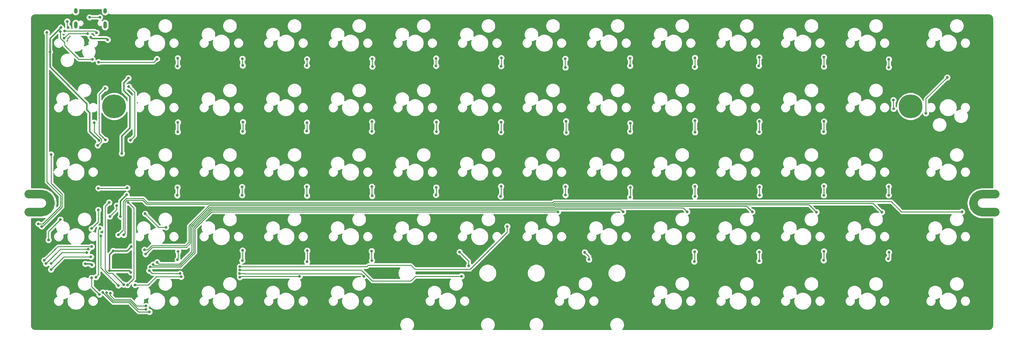
<source format=gbr>
%TF.GenerationSoftware,KiCad,Pcbnew,(5.1.6)-1*%
%TF.CreationDate,2020-08-12T01:23:20+02:00*%
%TF.ProjectId,boardswap,626f6172-6473-4776-9170-2e6b69636164,rev?*%
%TF.SameCoordinates,Original*%
%TF.FileFunction,Copper,L1,Top*%
%TF.FilePolarity,Positive*%
%FSLAX46Y46*%
G04 Gerber Fmt 4.6, Leading zero omitted, Abs format (unit mm)*
G04 Created by KiCad (PCBNEW (5.1.6)-1) date 2020-08-12 01:23:20*
%MOMM*%
%LPD*%
G01*
G04 APERTURE LIST*
%TA.AperFunction,EtchedComponent*%
%ADD10C,2.501900*%
%TD*%
%TA.AperFunction,ComponentPad*%
%ADD11C,1.000000*%
%TD*%
%TA.AperFunction,ComponentPad*%
%ADD12C,7.000240*%
%TD*%
%TA.AperFunction,ComponentPad*%
%ADD13C,7.001300*%
%TD*%
%TA.AperFunction,ComponentPad*%
%ADD14O,1.000000X2.100000*%
%TD*%
%TA.AperFunction,ComponentPad*%
%ADD15O,1.000000X1.600000*%
%TD*%
%TA.AperFunction,ViaPad*%
%ADD16C,0.800000*%
%TD*%
%TA.AperFunction,Conductor*%
%ADD17C,0.381000*%
%TD*%
%TA.AperFunction,Conductor*%
%ADD18C,0.254000*%
%TD*%
%TA.AperFunction,NonConductor*%
%ADD19C,0.254000*%
%TD*%
G04 APERTURE END LIST*
D10*
%TO.C,REF\u002A\u002A*%
X-18675000Y169663450D02*
X-14875000Y169663450D01*
X-18675000Y164361550D02*
X-14875000Y164361550D01*
X262525000Y164361550D02*
X266375000Y164361550D01*
X262525000Y169663450D02*
X266325000Y169663450D01*
X-14875000Y164361550D02*
G75*
G03*
X-12224050Y167012500I0J2650950D01*
G01*
X-12224050Y167012500D02*
G75*
G03*
X-14875000Y169663450I-2650950J0D01*
G01*
X259874050Y167012500D02*
G75*
G02*
X262525000Y169663450I2650950J0D01*
G01*
X262525000Y164361550D02*
G75*
G02*
X259874050Y167012500I0J2650950D01*
G01*
%TD*%
D11*
%TO.P,REF\u002A\u002A,1*%
%TO.N,N/C*%
X260686522Y165174022D03*
X262525000Y164412500D03*
X264567035Y164412500D03*
X264567035Y169612500D03*
X262525000Y169612500D03*
X260686522Y168850978D03*
X259925000Y167012500D03*
X-16917035Y164412500D03*
X-16917035Y169612500D03*
X-13036522Y165174022D03*
X-13036522Y168850978D03*
X-14875000Y164412500D03*
X-14875000Y169612500D03*
X-12275000Y167012500D03*
X242575000Y197929500D03*
X240175000Y197912500D03*
X240175000Y193312500D03*
X242575000Y193312500D03*
X241375000Y193312500D03*
X241375000Y197912500D03*
X8151346Y193986154D03*
X4898654Y193986154D03*
X8151346Y197238846D03*
X4898654Y197238846D03*
X6525000Y193312500D03*
X8825000Y195612500D03*
X4225000Y195612500D03*
X6525000Y197912500D03*
D12*
X241375000Y195612500D03*
D13*
X6525000Y195612500D03*
%TD*%
D14*
%TO.P,J1,S1*%
%TO.N,GND*%
X3850000Y219657500D03*
X-4790000Y219657500D03*
D15*
X-4790000Y223837500D03*
X3850000Y223837500D03*
%TD*%
D16*
%TO.N,GND*%
X-9200000Y218925000D03*
X-12425000Y211675000D03*
X2075000Y185500000D03*
X-1980466Y149130466D03*
X-25000Y148800000D03*
%TO.N,Net-(C3-Pad1)*%
X2600000Y157350000D03*
X7775000Y142725000D03*
%TO.N,+5V*%
X11450000Y146600000D03*
X5150000Y147050000D03*
X6250000Y152950000D03*
X11575000Y154225000D03*
X10725000Y203950000D03*
X8800000Y181700000D03*
X10200000Y169500000D03*
X8400000Y163050000D03*
%TO.N,Net-(D1-Pad2)*%
X-9313532Y217693532D03*
X120000Y209500000D03*
%TO.N,ROW0*%
X-7320000Y220690000D03*
X-7040000Y218860000D03*
X1950000Y208670000D03*
X19170000Y209610000D03*
X-13320000Y217420000D03*
X-15820000Y160920000D03*
X-12070000Y149170000D03*
X-1570000Y152420000D03*
%TO.N,ROW1*%
X-12070000Y181420000D03*
X-14820000Y160170000D03*
X-13570000Y149170000D03*
X-1083411Y153467933D03*
%TO.N,ROW2*%
X1875000Y171425000D03*
X10400000Y171525000D03*
X-9320000Y162170000D03*
X-12820000Y156170000D03*
X-14070000Y150170000D03*
X-123067Y154194933D03*
%TO.N,ROW3*%
X-125000Y159525000D03*
X1850000Y165025000D03*
X5275000Y163100000D03*
X7300000Y166325000D03*
X15675000Y163900000D03*
X21839067Y159914067D03*
%TO.N,ROW4*%
X-12070000Y147420000D03*
X-320000Y151170000D03*
%TO.N,VCC*%
X4625000Y215275000D03*
X-400000Y216050000D03*
%TO.N,Net-(J1-PadA5)*%
X-1259000Y217148970D03*
X-8200000Y215725000D03*
%TO.N,D+*%
X-725000Y221900000D03*
X2325000Y221900000D03*
%TO.N,Net-(J1-PadB5)*%
X1323623Y217374076D03*
X-8075000Y217900000D03*
%TO.N,COL0*%
X1190000Y145180000D03*
X2340000Y159560000D03*
X1690000Y184110000D03*
X620000Y190820000D03*
%TO.N,COL1*%
X25290000Y209820000D03*
X25240000Y207490000D03*
X25330000Y190890000D03*
X25270000Y188070000D03*
X25200000Y171650000D03*
X25120000Y169320000D03*
X25380000Y152780000D03*
X25190000Y150270000D03*
%TO.N,COL2*%
X44340000Y209670000D03*
X44440000Y207670000D03*
X44520000Y190960000D03*
X44450000Y188210000D03*
X44240000Y171810000D03*
X44240000Y169390000D03*
X44400000Y153060000D03*
X44310000Y150070000D03*
X16930000Y134920000D03*
X3180000Y140670000D03*
%TO.N,COL3*%
X63400000Y209540000D03*
X63350000Y207630000D03*
X63370000Y190820000D03*
X63320000Y188310000D03*
X63340000Y171880000D03*
X63410000Y169240000D03*
X63450000Y153000000D03*
X63410000Y149720000D03*
X61180000Y145420000D03*
X43583000Y145170000D03*
X15930000Y135670000D03*
X4319067Y140559067D03*
%TO.N,COL4*%
X82620000Y209640000D03*
X82660000Y207350000D03*
X82560000Y191090000D03*
X82490000Y188210000D03*
X82510000Y171880000D03*
X82590000Y169160000D03*
X82450000Y152870000D03*
X82500000Y150070000D03*
X80180000Y145420000D03*
X43520567Y146260567D03*
X15930000Y136670000D03*
X5430000Y140420000D03*
%TO.N,COL5*%
X101440000Y209770000D03*
X101440000Y207580000D03*
X101540000Y190960000D03*
X101540000Y188140000D03*
X101500000Y171660000D03*
X101430000Y169480000D03*
X108390000Y152580000D03*
X111100000Y148560000D03*
X108930000Y145420000D03*
X43583000Y147258618D03*
X26280000Y145270000D03*
X12680000Y142870000D03*
%TO.N,COL6*%
X120680000Y209910000D03*
X120640000Y207490000D03*
X120590000Y190960000D03*
X120590000Y188010000D03*
X120600000Y171980000D03*
X120500000Y169000000D03*
X122430000Y160170000D03*
X43583000Y148258621D03*
X25963772Y146218685D03*
X16880000Y147070000D03*
%TO.N,COL7*%
X139550000Y209670000D03*
X139600000Y207110000D03*
X139780000Y191230000D03*
X139840000Y187940000D03*
X139610000Y171890000D03*
X139610000Y169410000D03*
X145290000Y152530000D03*
X146550000Y150380000D03*
X137380000Y164470000D03*
X17180000Y148170000D03*
%TO.N,COL8*%
X158660000Y209830000D03*
X158660000Y207600000D03*
X158690000Y190620000D03*
X158620000Y188210000D03*
X158690000Y171630000D03*
X158630000Y168800000D03*
X156580000Y164470000D03*
X18028000Y148897000D03*
%TO.N,COL9*%
X177760000Y209950000D03*
X177720000Y207290000D03*
X177750000Y171940000D03*
X177750000Y169050000D03*
X177800000Y191340000D03*
X177800000Y187970000D03*
X177680000Y152670000D03*
X177580000Y149780000D03*
X175480000Y164470000D03*
X19180000Y149570000D03*
%TO.N,COL10*%
X196740000Y210090000D03*
X196600000Y207570000D03*
X196770000Y191160000D03*
X196710000Y188070000D03*
X196800000Y171790000D03*
X196850000Y169380000D03*
X196710000Y152580000D03*
X196760000Y149960000D03*
X194680000Y164470000D03*
X15780000Y151970000D03*
%TO.N,COL11*%
X215810000Y210140000D03*
X215810000Y207390000D03*
X215820000Y191160000D03*
X215690000Y188140000D03*
X215830000Y172060000D03*
X215770000Y169350000D03*
X215810000Y152790000D03*
X215730000Y150150000D03*
X213580000Y164370000D03*
X15480000Y153270000D03*
%TO.N,COL12*%
X234950000Y209490000D03*
X234910000Y207160000D03*
X236280000Y197460000D03*
X236350000Y194920000D03*
X234890000Y171930000D03*
X234890000Y169350000D03*
X234980000Y152490000D03*
X234760000Y150600000D03*
X232880000Y164370000D03*
X9380000Y157670000D03*
%TO.N,COL13*%
X252160000Y204150000D03*
X245870000Y193580000D03*
X256480000Y164470000D03*
X7780000Y157670000D03*
%TO.N,Net-(R1-Pad1)*%
X2200000Y140075000D03*
X-100000Y144975000D03*
%TO.N,Net-(R2-Pad1)*%
X3950000Y185725000D03*
X3900000Y200950000D03*
X5050000Y167225000D03*
X9356001Y142975000D03*
%TO.N,Net-(R3-Pad1)*%
X10850000Y201450000D03*
X11300000Y185650000D03*
X10650000Y167225000D03*
X10450000Y142850000D03*
%TD*%
D17*
%TO.N,GND*%
X-9200000Y218925000D02*
X-12425000Y215700000D01*
X-12425000Y215700000D02*
X-12425000Y211675000D01*
X2075000Y185500000D02*
X-700000Y188275000D01*
X-700000Y193750000D02*
X-1525000Y194575000D01*
X-700000Y188275000D02*
X-700000Y193750000D01*
X-1525000Y194575000D02*
X-1525000Y196375000D01*
X-12425000Y207275000D02*
X-12425000Y211675000D01*
X-1525000Y196375000D02*
X-12425000Y207275000D01*
X-1980466Y149130466D02*
X-355466Y149130466D01*
X-355466Y149130466D02*
X-25000Y148800000D01*
D18*
%TO.N,Net-(C3-Pad1)*%
X2600000Y157350000D02*
X2600000Y147900000D01*
X2600000Y147900000D02*
X7775000Y142725000D01*
D17*
%TO.N,+5V*%
X11450000Y146600000D02*
X11000000Y147050000D01*
X11000000Y147050000D02*
X5150000Y147050000D01*
X5150000Y147050000D02*
X5150000Y151850000D01*
X5150000Y151850000D02*
X6250000Y152950000D01*
X6250000Y152950000D02*
X10300000Y152950000D01*
X10300000Y152950000D02*
X11575000Y154225000D01*
X10725000Y203950000D02*
X9375000Y202600000D01*
X9375000Y202600000D02*
X9375000Y200225000D01*
X9375000Y200225000D02*
X11150000Y198450000D01*
X11150000Y198450000D02*
X11150000Y189250000D01*
X11150000Y189250000D02*
X8800000Y186900000D01*
X8800000Y186900000D02*
X8800000Y181700000D01*
X10200000Y169500000D02*
X8400000Y167700000D01*
X8400000Y167700000D02*
X8400000Y163050000D01*
D18*
%TO.N,Net-(D1-Pad2)*%
X-9313532Y215762570D02*
X-8030000Y214479038D01*
X-9313532Y217693532D02*
X-9313532Y215762570D01*
X-8030000Y214479038D02*
X-8030000Y213620000D01*
X-8030000Y213620000D02*
X-3910000Y209500000D01*
X-3910000Y209500000D02*
X120000Y209500000D01*
%TO.N,ROW0*%
X-7320000Y220690000D02*
X-7320000Y219140000D01*
X-7320000Y219140000D02*
X-7040000Y218860000D01*
X1950000Y208670000D02*
X18230000Y208670000D01*
X18230000Y208670000D02*
X19170000Y209610000D01*
X-13320000Y173277933D02*
X-9274010Y169231943D01*
X-13320000Y217420000D02*
X-13320000Y173277933D01*
X-9274010Y169231943D02*
X-9274010Y166108056D01*
X-15797001Y160897001D02*
X-15820000Y160920000D01*
X-9274010Y166108056D02*
X-14485065Y160897001D01*
X-14485065Y160897001D02*
X-15797001Y160897001D01*
X-12070000Y149170000D02*
X-9820000Y151420000D01*
X-9820000Y151420000D02*
X-8820000Y152420000D01*
X-8820000Y152420000D02*
X-1570000Y152420000D01*
%TO.N,ROW1*%
X-13570000Y149170000D02*
X-10570000Y152170000D01*
X-10570000Y152170000D02*
X-9272067Y153467933D01*
X-9272067Y153467933D02*
X-1083411Y153467933D01*
X-8820000Y165920000D02*
X-14570000Y160170000D01*
X-8820000Y169670000D02*
X-8820000Y165920000D01*
X-14570000Y160170000D02*
X-14820000Y160170000D01*
X-12070000Y181420000D02*
X-12070000Y172920000D01*
X-12070000Y172920000D02*
X-8820000Y169670000D01*
%TO.N,ROW2*%
X1875000Y171425000D02*
X10300000Y171425000D01*
X10300000Y171425000D02*
X10400000Y171525000D01*
X-9320000Y162170000D02*
X-12820000Y158670000D01*
X-12820000Y158670000D02*
X-12820000Y156170000D01*
X-14070000Y150170000D02*
X-10820000Y153420000D01*
X-10820000Y153420000D02*
X-10570000Y153670000D01*
X-10570000Y153670000D02*
X-10045067Y154194933D01*
X-10045067Y154194933D02*
X-123067Y154194933D01*
%TO.N,ROW3*%
X-125000Y159525000D02*
X1850000Y161500000D01*
X1850000Y161500000D02*
X1850000Y165025000D01*
X5275000Y163100000D02*
X7300000Y165125000D01*
X7300000Y165125000D02*
X7300000Y166325000D01*
X15675000Y163900000D02*
X19660933Y159914067D01*
X19660933Y159914067D02*
X21839067Y159914067D01*
%TO.N,ROW4*%
X-12070000Y147420000D02*
X-8320000Y151170000D01*
X-8320000Y151170000D02*
X-320000Y151170000D01*
D17*
%TO.N,VCC*%
X-24999Y215674999D02*
X-400000Y216050000D01*
X4625000Y215275000D02*
X4225001Y215674999D01*
X4225001Y215674999D02*
X-24999Y215674999D01*
D18*
%TO.N,Net-(J1-PadA5)*%
X-1259000Y217148970D02*
X-6776030Y217148970D01*
X-6776030Y217148970D02*
X-8200000Y215725000D01*
%TO.N,D+*%
X-725000Y221900000D02*
X2325000Y221900000D01*
%TO.N,Net-(J1-PadB5)*%
X-8050971Y217875971D02*
X-8075000Y217900000D01*
X1323623Y217374076D02*
X821728Y217875971D01*
X821728Y217875971D02*
X-8050971Y217875971D01*
%TO.N,COL0*%
X1872999Y159092999D02*
X2340000Y159560000D01*
X1190000Y145180000D02*
X1872999Y145862999D01*
X1872999Y145862999D02*
X1872999Y159092999D01*
X1760962Y184110000D02*
X1690000Y184110000D01*
X620000Y190820000D02*
X620000Y188030962D01*
X2802001Y185151039D02*
X1760962Y184110000D01*
X2802001Y185848961D02*
X2802001Y185151039D01*
X620000Y188030962D02*
X2802001Y185848961D01*
%TO.N,COL1*%
X25290000Y209820000D02*
X25290000Y207540000D01*
X25290000Y207540000D02*
X25240000Y207490000D01*
X25330000Y190890000D02*
X25330000Y188130000D01*
X25330000Y188130000D02*
X25270000Y188070000D01*
X25200000Y171650000D02*
X25200000Y169400000D01*
X25200000Y169400000D02*
X25120000Y169320000D01*
X25380000Y152780000D02*
X25380000Y150460000D01*
X25380000Y150460000D02*
X25190000Y150270000D01*
%TO.N,COL2*%
X44340000Y209670000D02*
X44340000Y207770000D01*
X44340000Y207770000D02*
X44440000Y207670000D01*
X44520000Y190960000D02*
X44520000Y188280000D01*
X44520000Y188280000D02*
X44450000Y188210000D01*
X44240000Y171810000D02*
X44240000Y169390000D01*
X44400000Y153060000D02*
X44400000Y150160000D01*
X44400000Y150160000D02*
X44310000Y150070000D01*
X16930000Y134920000D02*
X13680000Y134920000D01*
X13680000Y134920000D02*
X10930000Y137670000D01*
X10930000Y137670000D02*
X6180000Y137670000D01*
X6180000Y137670000D02*
X3180000Y140670000D01*
%TO.N,COL3*%
X63400000Y209540000D02*
X63400000Y207680000D01*
X63400000Y207680000D02*
X63350000Y207630000D01*
X63370000Y190820000D02*
X63370000Y188360000D01*
X63370000Y188360000D02*
X63320000Y188310000D01*
X63340000Y171880000D02*
X63340000Y169310000D01*
X63340000Y169310000D02*
X63410000Y169240000D01*
X63450000Y153000000D02*
X63450000Y149760000D01*
X63450000Y149760000D02*
X63410000Y149720000D01*
X61180000Y145420000D02*
X43833000Y145420000D01*
X43833000Y145420000D02*
X43583000Y145170000D01*
X15930000Y135670000D02*
X13572066Y135670000D01*
X13572066Y135670000D02*
X11118057Y138124010D01*
X11118057Y138124010D02*
X6368056Y138124010D01*
X6368056Y138124010D02*
X4319067Y140172999D01*
X4319067Y140172999D02*
X4319067Y140559067D01*
%TO.N,COL4*%
X82620000Y209640000D02*
X82620000Y207390000D01*
X82620000Y207390000D02*
X82660000Y207350000D01*
X82560000Y191090000D02*
X82560000Y188280000D01*
X82560000Y188280000D02*
X82490000Y188210000D01*
X82510000Y171880000D02*
X82510000Y169240000D01*
X82510000Y169240000D02*
X82590000Y169160000D01*
X82450000Y152870000D02*
X82450000Y150120000D01*
X82450000Y150120000D02*
X82500000Y150070000D01*
X79452999Y146147001D02*
X44952999Y146147001D01*
X80180000Y145420000D02*
X79452999Y146147001D01*
X44952999Y146147001D02*
X44839433Y146260567D01*
X44839433Y146260567D02*
X43520567Y146260567D01*
X15930000Y136670000D02*
X13214132Y136670000D01*
X13214132Y136670000D02*
X11306114Y138578020D01*
X11306114Y138578020D02*
X6556112Y138578020D01*
X6556112Y138578020D02*
X5447066Y139687066D01*
X5447066Y139687066D02*
X5430000Y139704132D01*
X5430000Y139704132D02*
X5430000Y140420000D01*
%TO.N,COL5*%
X101440000Y209770000D02*
X101440000Y207580000D01*
X101540000Y190960000D02*
X101540000Y188140000D01*
X101500000Y171660000D02*
X101500000Y169550000D01*
X101500000Y169550000D02*
X101430000Y169480000D01*
X108390000Y152580000D02*
X111100000Y149870000D01*
X111100000Y149870000D02*
X111100000Y148560000D01*
X93989033Y144046599D02*
X82629363Y144046599D01*
X82629363Y144046599D02*
X80505962Y146170000D01*
X108930000Y145420000D02*
X95362434Y145420000D01*
X95362434Y145420000D02*
X93989033Y144046599D01*
X80505962Y146170000D02*
X79417344Y147258618D01*
X79417344Y147258618D02*
X43583000Y147258618D01*
X26280000Y145270000D02*
X18980000Y145270000D01*
X18980000Y145270000D02*
X16580000Y142870000D01*
X16580000Y142870000D02*
X12680000Y142870000D01*
%TO.N,COL6*%
X120680000Y209910000D02*
X120680000Y207530000D01*
X120680000Y207530000D02*
X120640000Y207490000D01*
X120590000Y190960000D02*
X120590000Y188010000D01*
X120600000Y171980000D02*
X120600000Y169100000D01*
X120600000Y169100000D02*
X120500000Y169000000D01*
X93989033Y148688401D02*
X81448401Y148688401D01*
X95195901Y147481533D02*
X93989033Y148688401D01*
X111442327Y147481533D02*
X95195901Y147481533D01*
X122430000Y160170000D02*
X122430000Y158469206D01*
X122430000Y158469206D02*
X111442327Y147481533D01*
X81448401Y148688401D02*
X81018621Y148258621D01*
X81018621Y148258621D02*
X43583000Y148258621D01*
X25963772Y146218685D02*
X17731315Y146218685D01*
X17731315Y146218685D02*
X16880000Y147070000D01*
%TO.N,COL7*%
X139550000Y209670000D02*
X139550000Y207160000D01*
X139550000Y207160000D02*
X139600000Y207110000D01*
X139780000Y191230000D02*
X139780000Y188000000D01*
X139780000Y188000000D02*
X139840000Y187940000D01*
X139610000Y171890000D02*
X139610000Y169410000D01*
X145290000Y152530000D02*
X146550000Y151270000D01*
X146550000Y151270000D02*
X146550000Y150380000D01*
X137380000Y164470000D02*
X35280000Y164470000D01*
X35280000Y164470000D02*
X30380000Y159570000D01*
X30380000Y159570000D02*
X30380000Y155070000D01*
X30380000Y155070000D02*
X30380000Y152370000D01*
X30380000Y152370000D02*
X26180000Y148170000D01*
X26180000Y148170000D02*
X17180000Y148170000D01*
%TO.N,COL8*%
X158660000Y209830000D02*
X158660000Y207600000D01*
X158690000Y190620000D02*
X158690000Y188280000D01*
X158690000Y188280000D02*
X158620000Y188210000D01*
X158690000Y171630000D02*
X158690000Y168860000D01*
X158690000Y168860000D02*
X158630000Y168800000D01*
X155852999Y165197001D02*
X137607001Y165197001D01*
X156580000Y164470000D02*
X155852999Y165197001D01*
X137031039Y165197001D02*
X136758048Y164924010D01*
X137607001Y165197001D02*
X137031039Y165197001D01*
X35091943Y164924010D02*
X29925990Y159758057D01*
X136758048Y164924010D02*
X35091943Y164924010D01*
X29925990Y159758057D02*
X29925990Y155170000D01*
X29925990Y155170000D02*
X29925990Y152558056D01*
X29925990Y152558056D02*
X25991944Y148624010D01*
X25991944Y148624010D02*
X18300990Y148624010D01*
X18300990Y148624010D02*
X18028000Y148897000D01*
%TO.N,COL9*%
X177760000Y209950000D02*
X177760000Y207330000D01*
X177760000Y207330000D02*
X177720000Y207290000D01*
X177750000Y171940000D02*
X177750000Y169050000D01*
X177800000Y191340000D02*
X177800000Y187970000D01*
X177680000Y152670000D02*
X177680000Y149880000D01*
X177680000Y149880000D02*
X177580000Y149780000D01*
X136842982Y165651011D02*
X136569991Y165378020D01*
X175480000Y164470000D02*
X174298989Y165651011D01*
X174298989Y165651011D02*
X136842982Y165651011D01*
X34903886Y165378020D02*
X29471980Y159946114D01*
X136569991Y165378020D02*
X34903886Y165378020D01*
X29471980Y159946114D02*
X29471980Y155170000D01*
X29471980Y155170000D02*
X29471980Y152746112D01*
X29471980Y152746112D02*
X25803888Y149078020D01*
X25803888Y149078020D02*
X19671980Y149078020D01*
X19671980Y149078020D02*
X19180000Y149570000D01*
%TO.N,COL10*%
X196740000Y210090000D02*
X196740000Y207710000D01*
X196740000Y207710000D02*
X196600000Y207570000D01*
X196770000Y191160000D02*
X196770000Y188130000D01*
X196770000Y188130000D02*
X196710000Y188070000D01*
X196800000Y171790000D02*
X196800000Y169430000D01*
X196800000Y169430000D02*
X196850000Y169380000D01*
X196710000Y152580000D02*
X196710000Y150010000D01*
X196710000Y150010000D02*
X196760000Y149960000D01*
X194680000Y164470000D02*
X193044979Y166105021D01*
X136654925Y166105021D02*
X136381934Y165832030D01*
X193044979Y166105021D02*
X136654925Y166105021D01*
X34715829Y165832030D02*
X29017970Y160134171D01*
X136381934Y165832030D02*
X34715829Y165832030D01*
X29017970Y160134171D02*
X29017970Y155270000D01*
X29017970Y155181943D02*
X27806027Y153970000D01*
X29017970Y155270000D02*
X29017970Y155181943D01*
X27806027Y153970000D02*
X17780000Y153970000D01*
X17780000Y153970000D02*
X15780000Y151970000D01*
%TO.N,COL11*%
X215810000Y210140000D02*
X215810000Y207390000D01*
X215820000Y191160000D02*
X215820000Y188270000D01*
X215820000Y188270000D02*
X215690000Y188140000D01*
X215830000Y172060000D02*
X215830000Y169410000D01*
X215830000Y169410000D02*
X215770000Y169350000D01*
X215810000Y152790000D02*
X215810000Y150230000D01*
X215810000Y150230000D02*
X215730000Y150150000D01*
X213580000Y164370000D02*
X211390969Y166559031D01*
X136466868Y166559031D02*
X136193877Y166286040D01*
X211390969Y166559031D02*
X136466868Y166559031D01*
X34527772Y166286040D02*
X28563960Y160322228D01*
X136193877Y166286040D02*
X34527772Y166286040D01*
X28563960Y160322228D02*
X28563960Y155370000D01*
X28480000Y155370000D02*
X27534010Y154424010D01*
X28563960Y155370000D02*
X28480000Y155370000D01*
X17591943Y154424010D02*
X17325990Y154158056D01*
X27534010Y154424010D02*
X17591943Y154424010D01*
X17325990Y154158056D02*
X16437934Y153270000D01*
X16437934Y153270000D02*
X15480000Y153270000D01*
%TO.N,COL12*%
X234950000Y209490000D02*
X234950000Y207200000D01*
X234950000Y207200000D02*
X234910000Y207160000D01*
X236280000Y197460000D02*
X236280000Y194990000D01*
X236280000Y194990000D02*
X236350000Y194920000D01*
X234890000Y171930000D02*
X234890000Y169350000D01*
X234980000Y152490000D02*
X234980000Y150820000D01*
X234980000Y150820000D02*
X234760000Y150600000D01*
X136278811Y167013041D02*
X136005820Y166740050D01*
X232880000Y164370000D02*
X230236959Y167013041D01*
X230236959Y167013041D02*
X136278811Y167013041D01*
X136005820Y166740050D02*
X34680000Y166740050D01*
X34680000Y166740050D02*
X16150050Y166740050D01*
X10301039Y167952001D02*
X9680000Y167330962D01*
X16150050Y166740050D02*
X14938099Y167952001D01*
X14938099Y167952001D02*
X10301039Y167952001D01*
X9680000Y167330962D02*
X9680000Y157970000D01*
X9680000Y157970000D02*
X9380000Y157670000D01*
%TO.N,COL13*%
X252160000Y204150000D02*
X245870000Y197860000D01*
X245870000Y197860000D02*
X245870000Y193580000D01*
X256480000Y164470000D02*
X238694038Y164470000D01*
X238694038Y164470000D02*
X235696987Y167467051D01*
X136090754Y167467051D02*
X135817763Y167194060D01*
X235696987Y167467051D02*
X136090754Y167467051D01*
X135817763Y167194060D02*
X34680000Y167194060D01*
X10112982Y168406011D02*
X9225990Y167519019D01*
X34680000Y167194060D02*
X16338106Y167194060D01*
X15126156Y168406011D02*
X10112982Y168406011D01*
X16338106Y167194060D02*
X15126156Y168406011D01*
X9225990Y167519019D02*
X9225990Y159115990D01*
X9225990Y159115990D02*
X7780000Y157670000D01*
%TO.N,Net-(R1-Pad1)*%
X2200000Y140075000D02*
X-100000Y142375000D01*
X-100000Y142375000D02*
X-100000Y144975000D01*
%TO.N,Net-(R2-Pad1)*%
X3900000Y200950000D02*
X2100000Y199150000D01*
X2100000Y199150000D02*
X2100000Y187575000D01*
X2100000Y187575000D02*
X3950000Y185725000D01*
X5050000Y167225000D02*
X3875000Y166050000D01*
X4819067Y146322999D02*
X6008002Y146322999D01*
X3875000Y166050000D02*
X3875000Y147267066D01*
X6008002Y146322999D02*
X9356001Y142975000D01*
X3875000Y147267066D02*
X4819067Y146322999D01*
%TO.N,Net-(R3-Pad1)*%
X10850000Y201450000D02*
X12575000Y199725000D01*
X12575000Y199725000D02*
X12575000Y186925000D01*
X12575000Y186925000D02*
X11300000Y185650000D01*
X12302001Y144702001D02*
X10450000Y142850000D01*
X10650000Y167225000D02*
X12302001Y165572999D01*
X12302001Y165572999D02*
X12302001Y144702001D01*
%TD*%
D19*
G36*
X2715000Y224193251D02*
G01*
X2715000Y223481748D01*
X2731423Y223315001D01*
X2796324Y223101053D01*
X2901717Y222903877D01*
X3043552Y222731051D01*
X3216378Y222589216D01*
X3413554Y222483824D01*
X3627502Y222418923D01*
X3850000Y222397009D01*
X4072499Y222418923D01*
X4286447Y222483824D01*
X4483623Y222589216D01*
X4656449Y222731051D01*
X4798284Y222903877D01*
X4819200Y222943009D01*
X4870132Y222908136D01*
X4879760Y222902930D01*
X4879763Y222902928D01*
X4879766Y222902927D01*
X4879773Y222902923D01*
X4965934Y222857111D01*
X5031737Y222829989D01*
X5097102Y222801974D01*
X5107572Y222798732D01*
X5200990Y222770527D01*
X5270776Y222756709D01*
X5340383Y222741914D01*
X5351284Y222740768D01*
X5448401Y222731246D01*
X5448406Y222731246D01*
X5486439Y222727500D01*
X264286612Y222727500D01*
X264560260Y222700668D01*
X264786568Y222632342D01*
X264995288Y222521363D01*
X265178478Y222371956D01*
X265329162Y222189812D01*
X265441592Y221981876D01*
X265511496Y221756053D01*
X265540001Y221484844D01*
X265540000Y171549400D01*
X262432351Y171549400D01*
X262351735Y171541460D01*
X262335566Y171541573D01*
X262309359Y171539004D01*
X261794818Y171484924D01*
X261627392Y171450556D01*
X261459469Y171418523D01*
X261434260Y171410912D01*
X260940024Y171257920D01*
X260782471Y171191690D01*
X260623963Y171127649D01*
X260600713Y171115286D01*
X260145604Y170869210D01*
X260003906Y170773633D01*
X259860866Y170680031D01*
X259840460Y170663388D01*
X259441815Y170333601D01*
X259321382Y170212324D01*
X259199241Y170092715D01*
X259182456Y170072425D01*
X258855460Y169671488D01*
X258760885Y169529140D01*
X258664296Y169388076D01*
X258651772Y169364912D01*
X258408880Y168908098D01*
X258343747Y168750074D01*
X258276405Y168592954D01*
X258268621Y168567805D01*
X258268618Y168567798D01*
X258268617Y168567791D01*
X258119081Y168072506D01*
X258085873Y167904797D01*
X258050341Y167737631D01*
X258047588Y167711442D01*
X257997101Y167196537D01*
X257997101Y167114137D01*
X257988203Y167032209D01*
X257988112Y167005876D01*
X257988177Y166987369D01*
X257996502Y166905428D01*
X257995927Y166823066D01*
X257998496Y166796859D01*
X258052576Y166282318D01*
X258086944Y166114892D01*
X258118977Y165946969D01*
X258126588Y165921760D01*
X258279580Y165427524D01*
X258345823Y165269939D01*
X258409852Y165111463D01*
X258422214Y165088212D01*
X258668290Y164633104D01*
X258763877Y164491390D01*
X258857469Y164348366D01*
X258874112Y164327960D01*
X259203899Y163929315D01*
X259325176Y163808882D01*
X259444785Y163686741D01*
X259465075Y163669956D01*
X259866012Y163342960D01*
X260008393Y163248362D01*
X260149425Y163151796D01*
X260172588Y163139272D01*
X260629402Y162896379D01*
X260787447Y162831238D01*
X260944546Y162763905D01*
X260969699Y162756120D01*
X260969703Y162756118D01*
X260969707Y162756117D01*
X261464994Y162606580D01*
X261632740Y162573366D01*
X261799869Y162537841D01*
X261826057Y162535088D01*
X262340640Y162484633D01*
X262432351Y162475600D01*
X265540000Y162475600D01*
X265540001Y130950899D01*
X265513168Y130677238D01*
X265444843Y130450935D01*
X265333864Y130242212D01*
X265184458Y130059023D01*
X265002314Y129908341D01*
X264794377Y129795909D01*
X264568552Y129726004D01*
X264297353Y129697500D01*
X156398286Y129697500D01*
X156452004Y129751218D01*
X156688281Y130104830D01*
X156851030Y130497743D01*
X156934000Y130914857D01*
X156934000Y131340143D01*
X156851030Y131757257D01*
X156688281Y132150170D01*
X156452004Y132503782D01*
X156151282Y132804504D01*
X155797670Y133040781D01*
X155404757Y133203530D01*
X154987643Y133286500D01*
X154562357Y133286500D01*
X154145243Y133203530D01*
X153752330Y133040781D01*
X153398718Y132804504D01*
X153097996Y132503782D01*
X152861719Y132150170D01*
X152698970Y131757257D01*
X152616000Y131340143D01*
X152616000Y130914857D01*
X152698970Y130497743D01*
X152861719Y130104830D01*
X153097996Y129751218D01*
X153151714Y129697500D01*
X132598286Y129697500D01*
X132652004Y129751218D01*
X132888281Y130104830D01*
X133051030Y130497743D01*
X133134000Y130914857D01*
X133134000Y131340143D01*
X133051030Y131757257D01*
X132888281Y132150170D01*
X132652004Y132503782D01*
X132351282Y132804504D01*
X131997670Y133040781D01*
X131604757Y133203530D01*
X131187643Y133286500D01*
X130762357Y133286500D01*
X130345243Y133203530D01*
X129952330Y133040781D01*
X129598718Y132804504D01*
X129297996Y132503782D01*
X129061719Y132150170D01*
X128898970Y131757257D01*
X128816000Y131340143D01*
X128816000Y130914857D01*
X128898970Y130497743D01*
X129061719Y130104830D01*
X129297996Y129751218D01*
X129351714Y129697500D01*
X118298286Y129697500D01*
X118352004Y129751218D01*
X118588281Y130104830D01*
X118751030Y130497743D01*
X118834000Y130914857D01*
X118834000Y131340143D01*
X118751030Y131757257D01*
X118588281Y132150170D01*
X118352004Y132503782D01*
X118051282Y132804504D01*
X117697670Y133040781D01*
X117304757Y133203530D01*
X116887643Y133286500D01*
X116462357Y133286500D01*
X116045243Y133203530D01*
X115652330Y133040781D01*
X115298718Y132804504D01*
X114997996Y132503782D01*
X114761719Y132150170D01*
X114598970Y131757257D01*
X114516000Y131340143D01*
X114516000Y130914857D01*
X114598970Y130497743D01*
X114761719Y130104830D01*
X114997996Y129751218D01*
X115051714Y129697500D01*
X94498286Y129697500D01*
X94552004Y129751218D01*
X94788281Y130104830D01*
X94951030Y130497743D01*
X95034000Y130914857D01*
X95034000Y131340143D01*
X94951030Y131757257D01*
X94788281Y132150170D01*
X94552004Y132503782D01*
X94251282Y132804504D01*
X93897670Y133040781D01*
X93504757Y133203530D01*
X93087643Y133286500D01*
X92662357Y133286500D01*
X92245243Y133203530D01*
X91852330Y133040781D01*
X91498718Y132804504D01*
X91197996Y132503782D01*
X90961719Y132150170D01*
X90798970Y131757257D01*
X90716000Y131340143D01*
X90716000Y130914857D01*
X90798970Y130497743D01*
X90961719Y130104830D01*
X91197996Y129751218D01*
X91251714Y129697500D01*
X-16636612Y129697500D01*
X-16910262Y129724332D01*
X-17136565Y129792657D01*
X-17345288Y129903636D01*
X-17528477Y130053042D01*
X-17679159Y130235186D01*
X-17791591Y130443123D01*
X-17861496Y130668948D01*
X-17890000Y130940147D01*
X-17890000Y138258848D01*
X-11328400Y138258848D01*
X-11328400Y137966152D01*
X-11271298Y137679079D01*
X-11159288Y137408662D01*
X-10996674Y137165294D01*
X-10789706Y136958326D01*
X-10546338Y136795712D01*
X-10275921Y136683702D01*
X-9988848Y136626600D01*
X-9696152Y136626600D01*
X-9409079Y136683702D01*
X-9138662Y136795712D01*
X-8895294Y136958326D01*
X-8688326Y137165294D01*
X-8525712Y137408662D01*
X-8413702Y137679079D01*
X-8356600Y137966152D01*
X-8356600Y138258848D01*
X-8408049Y138517500D01*
X-8362221Y138517500D01*
X-7949744Y138599547D01*
X-7561198Y138760488D01*
X-7254792Y138965221D01*
X-7290373Y138879322D01*
X-7391400Y138371424D01*
X-7391400Y137853576D01*
X-7290373Y137345678D01*
X-7092201Y136867249D01*
X-6804500Y136436674D01*
X-6438326Y136070500D01*
X-6007751Y135782799D01*
X-5529322Y135584627D01*
X-5021424Y135483600D01*
X-4503576Y135483600D01*
X-3995678Y135584627D01*
X-3517249Y135782799D01*
X-3086674Y136070500D01*
X-2720500Y136436674D01*
X-2432799Y136867249D01*
X-2234627Y137345678D01*
X-2133600Y137853576D01*
X-2133600Y138258848D01*
X-1168400Y138258848D01*
X-1168400Y137966152D01*
X-1111298Y137679079D01*
X-999288Y137408662D01*
X-836674Y137165294D01*
X-629706Y136958326D01*
X-386338Y136795712D01*
X-115921Y136683702D01*
X171152Y136626600D01*
X463848Y136626600D01*
X750921Y136683702D01*
X1021338Y136795712D01*
X1264706Y136958326D01*
X1471674Y137165294D01*
X1634288Y137408662D01*
X1746298Y137679079D01*
X1803400Y137966152D01*
X1803400Y138258848D01*
X1746298Y138545921D01*
X1634288Y138816338D01*
X1471674Y139059706D01*
X1264706Y139266674D01*
X1021338Y139429288D01*
X750921Y139541298D01*
X463848Y139598400D01*
X171152Y139598400D01*
X-115921Y139541298D01*
X-386338Y139429288D01*
X-629706Y139266674D01*
X-836674Y139059706D01*
X-999288Y138816338D01*
X-1111298Y138545921D01*
X-1168400Y138258848D01*
X-2133600Y138258848D01*
X-2133600Y138371424D01*
X-2234627Y138879322D01*
X-2432799Y139357751D01*
X-2720500Y139788326D01*
X-3086674Y140154500D01*
X-3517249Y140442201D01*
X-3995678Y140640373D01*
X-4503576Y140741400D01*
X-5021424Y140741400D01*
X-5529322Y140640373D01*
X-6007751Y140442201D01*
X-6438326Y140154500D01*
X-6508737Y140084089D01*
X-6437500Y140442221D01*
X-6437500Y140862779D01*
X-6519547Y141275256D01*
X-6680488Y141663802D01*
X-6914137Y142013483D01*
X-7211517Y142310863D01*
X-7561198Y142544512D01*
X-7949744Y142705453D01*
X-8362221Y142787500D01*
X-8782779Y142787500D01*
X-9195256Y142705453D01*
X-9583802Y142544512D01*
X-9933483Y142310863D01*
X-10230863Y142013483D01*
X-10464512Y141663802D01*
X-10625453Y141275256D01*
X-10707500Y140862779D01*
X-10707500Y140442221D01*
X-10625453Y140029744D01*
X-10464512Y139641198D01*
X-10371350Y139501770D01*
X-10546338Y139429288D01*
X-10789706Y139266674D01*
X-10996674Y139059706D01*
X-11159288Y138816338D01*
X-11271298Y138545921D01*
X-11328400Y138258848D01*
X-17890000Y138258848D01*
X-17890000Y143402779D01*
X-4357500Y143402779D01*
X-4357500Y142982221D01*
X-4275453Y142569744D01*
X-4114512Y142181198D01*
X-3880863Y141831517D01*
X-3583483Y141534137D01*
X-3233802Y141300488D01*
X-2845256Y141139547D01*
X-2432779Y141057500D01*
X-2012221Y141057500D01*
X-1599744Y141139547D01*
X-1211198Y141300488D01*
X-861517Y141534137D01*
X-599142Y141796512D01*
X1165000Y140032369D01*
X1165000Y139973061D01*
X1204774Y139773102D01*
X1282795Y139584744D01*
X1396063Y139415226D01*
X1540226Y139271063D01*
X1709744Y139157795D01*
X1898102Y139079774D01*
X2098061Y139040000D01*
X2301939Y139040000D01*
X2501898Y139079774D01*
X2690256Y139157795D01*
X2859774Y139271063D01*
X3003937Y139415226D01*
X3117205Y139584744D01*
X3137831Y139634539D01*
X5614716Y137157654D01*
X5638578Y137128578D01*
X5712219Y137068143D01*
X5754607Y137033355D01*
X5825364Y136995535D01*
X5886985Y136962598D01*
X6030622Y136919026D01*
X6142574Y136908000D01*
X6142577Y136908000D01*
X6180000Y136904314D01*
X6217423Y136908000D01*
X10614370Y136908000D01*
X13114721Y134407648D01*
X13138578Y134378578D01*
X13254608Y134283355D01*
X13386985Y134212598D01*
X13530622Y134169026D01*
X13642574Y134158000D01*
X13642576Y134158000D01*
X13679999Y134154314D01*
X13717422Y134158000D01*
X16228289Y134158000D01*
X16270226Y134116063D01*
X16439744Y134002795D01*
X16628102Y133924774D01*
X16828061Y133885000D01*
X17031939Y133885000D01*
X17231898Y133924774D01*
X17420256Y134002795D01*
X17589774Y134116063D01*
X17733937Y134260226D01*
X17847205Y134429744D01*
X17925226Y134618102D01*
X17965000Y134818061D01*
X17965000Y135021939D01*
X17925226Y135221898D01*
X17847205Y135410256D01*
X17733937Y135579774D01*
X17589774Y135723937D01*
X17420256Y135837205D01*
X17231898Y135915226D01*
X17031939Y135955000D01*
X16928587Y135955000D01*
X16925226Y135971898D01*
X16847205Y136160256D01*
X16840694Y136170000D01*
X16847205Y136179744D01*
X16925226Y136368102D01*
X16954725Y136516405D01*
X17008000Y136436674D01*
X17374174Y136070500D01*
X17804749Y135782799D01*
X18283178Y135584627D01*
X18791076Y135483600D01*
X19308924Y135483600D01*
X19816822Y135584627D01*
X20295251Y135782799D01*
X20725826Y136070500D01*
X21092000Y136436674D01*
X21379701Y136867249D01*
X21577873Y137345678D01*
X21678900Y137853576D01*
X21678900Y138258848D01*
X22644100Y138258848D01*
X22644100Y137966152D01*
X22701202Y137679079D01*
X22813212Y137408662D01*
X22975826Y137165294D01*
X23182794Y136958326D01*
X23426162Y136795712D01*
X23696579Y136683702D01*
X23983652Y136626600D01*
X24276348Y136626600D01*
X24563421Y136683702D01*
X24833838Y136795712D01*
X25077206Y136958326D01*
X25284174Y137165294D01*
X25446788Y137408662D01*
X25558798Y137679079D01*
X25615900Y137966152D01*
X25615900Y138258848D01*
X31534100Y138258848D01*
X31534100Y137966152D01*
X31591202Y137679079D01*
X31703212Y137408662D01*
X31865826Y137165294D01*
X32072794Y136958326D01*
X32316162Y136795712D01*
X32586579Y136683702D01*
X32873652Y136626600D01*
X33166348Y136626600D01*
X33453421Y136683702D01*
X33723838Y136795712D01*
X33967206Y136958326D01*
X34174174Y137165294D01*
X34336788Y137408662D01*
X34448798Y137679079D01*
X34505900Y137966152D01*
X34505900Y138258848D01*
X34454451Y138517500D01*
X34500279Y138517500D01*
X34912756Y138599547D01*
X35301302Y138760488D01*
X35607708Y138965221D01*
X35572127Y138879322D01*
X35471100Y138371424D01*
X35471100Y137853576D01*
X35572127Y137345678D01*
X35770299Y136867249D01*
X36058000Y136436674D01*
X36424174Y136070500D01*
X36854749Y135782799D01*
X37333178Y135584627D01*
X37841076Y135483600D01*
X38358924Y135483600D01*
X38866822Y135584627D01*
X39345251Y135782799D01*
X39775826Y136070500D01*
X40142000Y136436674D01*
X40429701Y136867249D01*
X40627873Y137345678D01*
X40728900Y137853576D01*
X40728900Y138258848D01*
X41694100Y138258848D01*
X41694100Y137966152D01*
X41751202Y137679079D01*
X41863212Y137408662D01*
X42025826Y137165294D01*
X42232794Y136958326D01*
X42476162Y136795712D01*
X42746579Y136683702D01*
X43033652Y136626600D01*
X43326348Y136626600D01*
X43613421Y136683702D01*
X43883838Y136795712D01*
X44127206Y136958326D01*
X44334174Y137165294D01*
X44496788Y137408662D01*
X44608798Y137679079D01*
X44665900Y137966152D01*
X44665900Y138258848D01*
X50584100Y138258848D01*
X50584100Y137966152D01*
X50641202Y137679079D01*
X50753212Y137408662D01*
X50915826Y137165294D01*
X51122794Y136958326D01*
X51366162Y136795712D01*
X51636579Y136683702D01*
X51923652Y136626600D01*
X52216348Y136626600D01*
X52503421Y136683702D01*
X52773838Y136795712D01*
X53017206Y136958326D01*
X53224174Y137165294D01*
X53386788Y137408662D01*
X53498798Y137679079D01*
X53555900Y137966152D01*
X53555900Y138258848D01*
X53504451Y138517500D01*
X53550279Y138517500D01*
X53962756Y138599547D01*
X54351302Y138760488D01*
X54657708Y138965221D01*
X54622127Y138879322D01*
X54521100Y138371424D01*
X54521100Y137853576D01*
X54622127Y137345678D01*
X54820299Y136867249D01*
X55108000Y136436674D01*
X55474174Y136070500D01*
X55904749Y135782799D01*
X56383178Y135584627D01*
X56891076Y135483600D01*
X57408924Y135483600D01*
X57916822Y135584627D01*
X58395251Y135782799D01*
X58825826Y136070500D01*
X59192000Y136436674D01*
X59479701Y136867249D01*
X59677873Y137345678D01*
X59778900Y137853576D01*
X59778900Y138258848D01*
X60744100Y138258848D01*
X60744100Y137966152D01*
X60801202Y137679079D01*
X60913212Y137408662D01*
X61075826Y137165294D01*
X61282794Y136958326D01*
X61526162Y136795712D01*
X61796579Y136683702D01*
X62083652Y136626600D01*
X62376348Y136626600D01*
X62663421Y136683702D01*
X62933838Y136795712D01*
X63177206Y136958326D01*
X63384174Y137165294D01*
X63546788Y137408662D01*
X63658798Y137679079D01*
X63715900Y137966152D01*
X63715900Y138258848D01*
X69634100Y138258848D01*
X69634100Y137966152D01*
X69691202Y137679079D01*
X69803212Y137408662D01*
X69965826Y137165294D01*
X70172794Y136958326D01*
X70416162Y136795712D01*
X70686579Y136683702D01*
X70973652Y136626600D01*
X71266348Y136626600D01*
X71553421Y136683702D01*
X71823838Y136795712D01*
X72067206Y136958326D01*
X72274174Y137165294D01*
X72436788Y137408662D01*
X72548798Y137679079D01*
X72605900Y137966152D01*
X72605900Y138258848D01*
X72554451Y138517500D01*
X72600279Y138517500D01*
X73012756Y138599547D01*
X73401302Y138760488D01*
X73707708Y138965221D01*
X73672127Y138879322D01*
X73571100Y138371424D01*
X73571100Y137853576D01*
X73672127Y137345678D01*
X73870299Y136867249D01*
X74158000Y136436674D01*
X74524174Y136070500D01*
X74954749Y135782799D01*
X75433178Y135584627D01*
X75941076Y135483600D01*
X76458924Y135483600D01*
X76966822Y135584627D01*
X77445251Y135782799D01*
X77875826Y136070500D01*
X78242000Y136436674D01*
X78529701Y136867249D01*
X78727873Y137345678D01*
X78828900Y137853576D01*
X78828900Y138258848D01*
X79794100Y138258848D01*
X79794100Y137966152D01*
X79851202Y137679079D01*
X79963212Y137408662D01*
X80125826Y137165294D01*
X80332794Y136958326D01*
X80576162Y136795712D01*
X80846579Y136683702D01*
X81133652Y136626600D01*
X81426348Y136626600D01*
X81713421Y136683702D01*
X81983838Y136795712D01*
X82227206Y136958326D01*
X82434174Y137165294D01*
X82596788Y137408662D01*
X82708798Y137679079D01*
X82765900Y137966152D01*
X82765900Y138258848D01*
X98209100Y138258848D01*
X98209100Y137966152D01*
X98266202Y137679079D01*
X98378212Y137408662D01*
X98540826Y137165294D01*
X98747794Y136958326D01*
X98991162Y136795712D01*
X99261579Y136683702D01*
X99548652Y136626600D01*
X99841348Y136626600D01*
X100128421Y136683702D01*
X100398838Y136795712D01*
X100642206Y136958326D01*
X100849174Y137165294D01*
X101011788Y137408662D01*
X101123798Y137679079D01*
X101180900Y137966152D01*
X101180900Y138258848D01*
X101129451Y138517500D01*
X101175279Y138517500D01*
X101587756Y138599547D01*
X101976302Y138760488D01*
X102282708Y138965221D01*
X102247127Y138879322D01*
X102146100Y138371424D01*
X102146100Y137853576D01*
X102247127Y137345678D01*
X102445299Y136867249D01*
X102733000Y136436674D01*
X103099174Y136070500D01*
X103529749Y135782799D01*
X104008178Y135584627D01*
X104516076Y135483600D01*
X105033924Y135483600D01*
X105541822Y135584627D01*
X106020251Y135782799D01*
X106450826Y136070500D01*
X106817000Y136436674D01*
X107104701Y136867249D01*
X107302873Y137345678D01*
X107403900Y137853576D01*
X107403900Y138258848D01*
X108369100Y138258848D01*
X108369100Y137966152D01*
X108426202Y137679079D01*
X108538212Y137408662D01*
X108700826Y137165294D01*
X108907794Y136958326D01*
X109151162Y136795712D01*
X109421579Y136683702D01*
X109708652Y136626600D01*
X110001348Y136626600D01*
X110288421Y136683702D01*
X110558838Y136795712D01*
X110802206Y136958326D01*
X111009174Y137165294D01*
X111171788Y137408662D01*
X111283798Y137679079D01*
X111340900Y137966152D01*
X111340900Y138258848D01*
X136309100Y138258848D01*
X136309100Y137966152D01*
X136366202Y137679079D01*
X136478212Y137408662D01*
X136640826Y137165294D01*
X136847794Y136958326D01*
X137091162Y136795712D01*
X137361579Y136683702D01*
X137648652Y136626600D01*
X137941348Y136626600D01*
X138228421Y136683702D01*
X138498838Y136795712D01*
X138742206Y136958326D01*
X138949174Y137165294D01*
X139111788Y137408662D01*
X139223798Y137679079D01*
X139280900Y137966152D01*
X139280900Y138258848D01*
X139229451Y138517500D01*
X139275279Y138517500D01*
X139687756Y138599547D01*
X140076302Y138760488D01*
X140382708Y138965221D01*
X140347127Y138879322D01*
X140246100Y138371424D01*
X140246100Y137853576D01*
X140347127Y137345678D01*
X140545299Y136867249D01*
X140833000Y136436674D01*
X141199174Y136070500D01*
X141629749Y135782799D01*
X142108178Y135584627D01*
X142616076Y135483600D01*
X143133924Y135483600D01*
X143641822Y135584627D01*
X144120251Y135782799D01*
X144550826Y136070500D01*
X144917000Y136436674D01*
X145204701Y136867249D01*
X145402873Y137345678D01*
X145503900Y137853576D01*
X145503900Y138258848D01*
X146469100Y138258848D01*
X146469100Y137966152D01*
X146526202Y137679079D01*
X146638212Y137408662D01*
X146800826Y137165294D01*
X147007794Y136958326D01*
X147251162Y136795712D01*
X147521579Y136683702D01*
X147808652Y136626600D01*
X148101348Y136626600D01*
X148388421Y136683702D01*
X148658838Y136795712D01*
X148902206Y136958326D01*
X149109174Y137165294D01*
X149271788Y137408662D01*
X149383798Y137679079D01*
X149440900Y137966152D01*
X149440900Y138258848D01*
X164884100Y138258848D01*
X164884100Y137966152D01*
X164941202Y137679079D01*
X165053212Y137408662D01*
X165215826Y137165294D01*
X165422794Y136958326D01*
X165666162Y136795712D01*
X165936579Y136683702D01*
X166223652Y136626600D01*
X166516348Y136626600D01*
X166803421Y136683702D01*
X167073838Y136795712D01*
X167317206Y136958326D01*
X167524174Y137165294D01*
X167686788Y137408662D01*
X167798798Y137679079D01*
X167855900Y137966152D01*
X167855900Y138258848D01*
X167804451Y138517500D01*
X167850279Y138517500D01*
X168262756Y138599547D01*
X168651302Y138760488D01*
X168957708Y138965221D01*
X168922127Y138879322D01*
X168821100Y138371424D01*
X168821100Y137853576D01*
X168922127Y137345678D01*
X169120299Y136867249D01*
X169408000Y136436674D01*
X169774174Y136070500D01*
X170204749Y135782799D01*
X170683178Y135584627D01*
X171191076Y135483600D01*
X171708924Y135483600D01*
X172216822Y135584627D01*
X172695251Y135782799D01*
X173125826Y136070500D01*
X173492000Y136436674D01*
X173779701Y136867249D01*
X173977873Y137345678D01*
X174078900Y137853576D01*
X174078900Y138258848D01*
X175044100Y138258848D01*
X175044100Y137966152D01*
X175101202Y137679079D01*
X175213212Y137408662D01*
X175375826Y137165294D01*
X175582794Y136958326D01*
X175826162Y136795712D01*
X176096579Y136683702D01*
X176383652Y136626600D01*
X176676348Y136626600D01*
X176963421Y136683702D01*
X177233838Y136795712D01*
X177477206Y136958326D01*
X177684174Y137165294D01*
X177846788Y137408662D01*
X177958798Y137679079D01*
X178015900Y137966152D01*
X178015900Y138258848D01*
X183934100Y138258848D01*
X183934100Y137966152D01*
X183991202Y137679079D01*
X184103212Y137408662D01*
X184265826Y137165294D01*
X184472794Y136958326D01*
X184716162Y136795712D01*
X184986579Y136683702D01*
X185273652Y136626600D01*
X185566348Y136626600D01*
X185853421Y136683702D01*
X186123838Y136795712D01*
X186367206Y136958326D01*
X186574174Y137165294D01*
X186736788Y137408662D01*
X186848798Y137679079D01*
X186905900Y137966152D01*
X186905900Y138258848D01*
X186854451Y138517500D01*
X186900279Y138517500D01*
X187312756Y138599547D01*
X187701302Y138760488D01*
X188007708Y138965221D01*
X187972127Y138879322D01*
X187871100Y138371424D01*
X187871100Y137853576D01*
X187972127Y137345678D01*
X188170299Y136867249D01*
X188458000Y136436674D01*
X188824174Y136070500D01*
X189254749Y135782799D01*
X189733178Y135584627D01*
X190241076Y135483600D01*
X190758924Y135483600D01*
X191266822Y135584627D01*
X191745251Y135782799D01*
X192175826Y136070500D01*
X192542000Y136436674D01*
X192829701Y136867249D01*
X193027873Y137345678D01*
X193128900Y137853576D01*
X193128900Y138258848D01*
X194094100Y138258848D01*
X194094100Y137966152D01*
X194151202Y137679079D01*
X194263212Y137408662D01*
X194425826Y137165294D01*
X194632794Y136958326D01*
X194876162Y136795712D01*
X195146579Y136683702D01*
X195433652Y136626600D01*
X195726348Y136626600D01*
X196013421Y136683702D01*
X196283838Y136795712D01*
X196527206Y136958326D01*
X196734174Y137165294D01*
X196896788Y137408662D01*
X197008798Y137679079D01*
X197065900Y137966152D01*
X197065900Y138258848D01*
X202984100Y138258848D01*
X202984100Y137966152D01*
X203041202Y137679079D01*
X203153212Y137408662D01*
X203315826Y137165294D01*
X203522794Y136958326D01*
X203766162Y136795712D01*
X204036579Y136683702D01*
X204323652Y136626600D01*
X204616348Y136626600D01*
X204903421Y136683702D01*
X205173838Y136795712D01*
X205417206Y136958326D01*
X205624174Y137165294D01*
X205786788Y137408662D01*
X205898798Y137679079D01*
X205955900Y137966152D01*
X205955900Y138258848D01*
X205904451Y138517500D01*
X205950279Y138517500D01*
X206362756Y138599547D01*
X206751302Y138760488D01*
X207057708Y138965221D01*
X207022127Y138879322D01*
X206921100Y138371424D01*
X206921100Y137853576D01*
X207022127Y137345678D01*
X207220299Y136867249D01*
X207508000Y136436674D01*
X207874174Y136070500D01*
X208304749Y135782799D01*
X208783178Y135584627D01*
X209291076Y135483600D01*
X209808924Y135483600D01*
X210316822Y135584627D01*
X210795251Y135782799D01*
X211225826Y136070500D01*
X211592000Y136436674D01*
X211879701Y136867249D01*
X212077873Y137345678D01*
X212178900Y137853576D01*
X212178900Y138258848D01*
X213144100Y138258848D01*
X213144100Y137966152D01*
X213201202Y137679079D01*
X213313212Y137408662D01*
X213475826Y137165294D01*
X213682794Y136958326D01*
X213926162Y136795712D01*
X214196579Y136683702D01*
X214483652Y136626600D01*
X214776348Y136626600D01*
X215063421Y136683702D01*
X215333838Y136795712D01*
X215577206Y136958326D01*
X215784174Y137165294D01*
X215946788Y137408662D01*
X216058798Y137679079D01*
X216115900Y137966152D01*
X216115900Y138258848D01*
X222034100Y138258848D01*
X222034100Y137966152D01*
X222091202Y137679079D01*
X222203212Y137408662D01*
X222365826Y137165294D01*
X222572794Y136958326D01*
X222816162Y136795712D01*
X223086579Y136683702D01*
X223373652Y136626600D01*
X223666348Y136626600D01*
X223953421Y136683702D01*
X224223838Y136795712D01*
X224467206Y136958326D01*
X224674174Y137165294D01*
X224836788Y137408662D01*
X224948798Y137679079D01*
X225005900Y137966152D01*
X225005900Y138258848D01*
X224954451Y138517500D01*
X225000279Y138517500D01*
X225412756Y138599547D01*
X225801302Y138760488D01*
X226107708Y138965221D01*
X226072127Y138879322D01*
X225971100Y138371424D01*
X225971100Y137853576D01*
X226072127Y137345678D01*
X226270299Y136867249D01*
X226558000Y136436674D01*
X226924174Y136070500D01*
X227354749Y135782799D01*
X227833178Y135584627D01*
X228341076Y135483600D01*
X228858924Y135483600D01*
X229366822Y135584627D01*
X229845251Y135782799D01*
X230275826Y136070500D01*
X230642000Y136436674D01*
X230929701Y136867249D01*
X231127873Y137345678D01*
X231228900Y137853576D01*
X231228900Y138258848D01*
X232194100Y138258848D01*
X232194100Y137966152D01*
X232251202Y137679079D01*
X232363212Y137408662D01*
X232525826Y137165294D01*
X232732794Y136958326D01*
X232976162Y136795712D01*
X233246579Y136683702D01*
X233533652Y136626600D01*
X233826348Y136626600D01*
X234113421Y136683702D01*
X234383838Y136795712D01*
X234627206Y136958326D01*
X234834174Y137165294D01*
X234996788Y137408662D01*
X235108798Y137679079D01*
X235165900Y137966152D01*
X235165900Y138258848D01*
X245846600Y138258848D01*
X245846600Y137966152D01*
X245903702Y137679079D01*
X246015712Y137408662D01*
X246178326Y137165294D01*
X246385294Y136958326D01*
X246628662Y136795712D01*
X246899079Y136683702D01*
X247186152Y136626600D01*
X247478848Y136626600D01*
X247765921Y136683702D01*
X248036338Y136795712D01*
X248279706Y136958326D01*
X248486674Y137165294D01*
X248649288Y137408662D01*
X248761298Y137679079D01*
X248818400Y137966152D01*
X248818400Y138258848D01*
X248766951Y138517500D01*
X248812779Y138517500D01*
X249225256Y138599547D01*
X249613802Y138760488D01*
X249920208Y138965221D01*
X249884627Y138879322D01*
X249783600Y138371424D01*
X249783600Y137853576D01*
X249884627Y137345678D01*
X250082799Y136867249D01*
X250370500Y136436674D01*
X250736674Y136070500D01*
X251167249Y135782799D01*
X251645678Y135584627D01*
X252153576Y135483600D01*
X252671424Y135483600D01*
X253179322Y135584627D01*
X253657751Y135782799D01*
X254088326Y136070500D01*
X254454500Y136436674D01*
X254742201Y136867249D01*
X254940373Y137345678D01*
X255041400Y137853576D01*
X255041400Y138258848D01*
X256006600Y138258848D01*
X256006600Y137966152D01*
X256063702Y137679079D01*
X256175712Y137408662D01*
X256338326Y137165294D01*
X256545294Y136958326D01*
X256788662Y136795712D01*
X257059079Y136683702D01*
X257346152Y136626600D01*
X257638848Y136626600D01*
X257925921Y136683702D01*
X258196338Y136795712D01*
X258439706Y136958326D01*
X258646674Y137165294D01*
X258809288Y137408662D01*
X258921298Y137679079D01*
X258978400Y137966152D01*
X258978400Y138258848D01*
X258921298Y138545921D01*
X258809288Y138816338D01*
X258646674Y139059706D01*
X258439706Y139266674D01*
X258196338Y139429288D01*
X257925921Y139541298D01*
X257638848Y139598400D01*
X257346152Y139598400D01*
X257059079Y139541298D01*
X256788662Y139429288D01*
X256545294Y139266674D01*
X256338326Y139059706D01*
X256175712Y138816338D01*
X256063702Y138545921D01*
X256006600Y138258848D01*
X255041400Y138258848D01*
X255041400Y138371424D01*
X254940373Y138879322D01*
X254742201Y139357751D01*
X254454500Y139788326D01*
X254088326Y140154500D01*
X253657751Y140442201D01*
X253179322Y140640373D01*
X252671424Y140741400D01*
X252153576Y140741400D01*
X251645678Y140640373D01*
X251167249Y140442201D01*
X250736674Y140154500D01*
X250666263Y140084089D01*
X250737500Y140442221D01*
X250737500Y140862779D01*
X250655453Y141275256D01*
X250494512Y141663802D01*
X250260863Y142013483D01*
X249963483Y142310863D01*
X249613802Y142544512D01*
X249225256Y142705453D01*
X248812779Y142787500D01*
X248392221Y142787500D01*
X247979744Y142705453D01*
X247591198Y142544512D01*
X247241517Y142310863D01*
X246944137Y142013483D01*
X246710488Y141663802D01*
X246549547Y141275256D01*
X246467500Y140862779D01*
X246467500Y140442221D01*
X246549547Y140029744D01*
X246710488Y139641198D01*
X246803650Y139501770D01*
X246628662Y139429288D01*
X246385294Y139266674D01*
X246178326Y139059706D01*
X246015712Y138816338D01*
X245903702Y138545921D01*
X245846600Y138258848D01*
X235165900Y138258848D01*
X235108798Y138545921D01*
X234996788Y138816338D01*
X234834174Y139059706D01*
X234627206Y139266674D01*
X234383838Y139429288D01*
X234113421Y139541298D01*
X233826348Y139598400D01*
X233533652Y139598400D01*
X233246579Y139541298D01*
X232976162Y139429288D01*
X232732794Y139266674D01*
X232525826Y139059706D01*
X232363212Y138816338D01*
X232251202Y138545921D01*
X232194100Y138258848D01*
X231228900Y138258848D01*
X231228900Y138371424D01*
X231127873Y138879322D01*
X230929701Y139357751D01*
X230642000Y139788326D01*
X230275826Y140154500D01*
X229845251Y140442201D01*
X229366822Y140640373D01*
X228858924Y140741400D01*
X228341076Y140741400D01*
X227833178Y140640373D01*
X227354749Y140442201D01*
X226924174Y140154500D01*
X226853763Y140084089D01*
X226925000Y140442221D01*
X226925000Y140862779D01*
X226842953Y141275256D01*
X226682012Y141663802D01*
X226448363Y142013483D01*
X226150983Y142310863D01*
X225801302Y142544512D01*
X225412756Y142705453D01*
X225000279Y142787500D01*
X224579721Y142787500D01*
X224167244Y142705453D01*
X223778698Y142544512D01*
X223429017Y142310863D01*
X223131637Y142013483D01*
X222897988Y141663802D01*
X222737047Y141275256D01*
X222655000Y140862779D01*
X222655000Y140442221D01*
X222737047Y140029744D01*
X222897988Y139641198D01*
X222991150Y139501770D01*
X222816162Y139429288D01*
X222572794Y139266674D01*
X222365826Y139059706D01*
X222203212Y138816338D01*
X222091202Y138545921D01*
X222034100Y138258848D01*
X216115900Y138258848D01*
X216058798Y138545921D01*
X215946788Y138816338D01*
X215784174Y139059706D01*
X215577206Y139266674D01*
X215333838Y139429288D01*
X215063421Y139541298D01*
X214776348Y139598400D01*
X214483652Y139598400D01*
X214196579Y139541298D01*
X213926162Y139429288D01*
X213682794Y139266674D01*
X213475826Y139059706D01*
X213313212Y138816338D01*
X213201202Y138545921D01*
X213144100Y138258848D01*
X212178900Y138258848D01*
X212178900Y138371424D01*
X212077873Y138879322D01*
X211879701Y139357751D01*
X211592000Y139788326D01*
X211225826Y140154500D01*
X210795251Y140442201D01*
X210316822Y140640373D01*
X209808924Y140741400D01*
X209291076Y140741400D01*
X208783178Y140640373D01*
X208304749Y140442201D01*
X207874174Y140154500D01*
X207803763Y140084089D01*
X207875000Y140442221D01*
X207875000Y140862779D01*
X207792953Y141275256D01*
X207632012Y141663802D01*
X207398363Y142013483D01*
X207100983Y142310863D01*
X206751302Y142544512D01*
X206362756Y142705453D01*
X205950279Y142787500D01*
X205529721Y142787500D01*
X205117244Y142705453D01*
X204728698Y142544512D01*
X204379017Y142310863D01*
X204081637Y142013483D01*
X203847988Y141663802D01*
X203687047Y141275256D01*
X203605000Y140862779D01*
X203605000Y140442221D01*
X203687047Y140029744D01*
X203847988Y139641198D01*
X203941150Y139501770D01*
X203766162Y139429288D01*
X203522794Y139266674D01*
X203315826Y139059706D01*
X203153212Y138816338D01*
X203041202Y138545921D01*
X202984100Y138258848D01*
X197065900Y138258848D01*
X197008798Y138545921D01*
X196896788Y138816338D01*
X196734174Y139059706D01*
X196527206Y139266674D01*
X196283838Y139429288D01*
X196013421Y139541298D01*
X195726348Y139598400D01*
X195433652Y139598400D01*
X195146579Y139541298D01*
X194876162Y139429288D01*
X194632794Y139266674D01*
X194425826Y139059706D01*
X194263212Y138816338D01*
X194151202Y138545921D01*
X194094100Y138258848D01*
X193128900Y138258848D01*
X193128900Y138371424D01*
X193027873Y138879322D01*
X192829701Y139357751D01*
X192542000Y139788326D01*
X192175826Y140154500D01*
X191745251Y140442201D01*
X191266822Y140640373D01*
X190758924Y140741400D01*
X190241076Y140741400D01*
X189733178Y140640373D01*
X189254749Y140442201D01*
X188824174Y140154500D01*
X188753763Y140084089D01*
X188825000Y140442221D01*
X188825000Y140862779D01*
X188742953Y141275256D01*
X188582012Y141663802D01*
X188348363Y142013483D01*
X188050983Y142310863D01*
X187701302Y142544512D01*
X187312756Y142705453D01*
X186900279Y142787500D01*
X186479721Y142787500D01*
X186067244Y142705453D01*
X185678698Y142544512D01*
X185329017Y142310863D01*
X185031637Y142013483D01*
X184797988Y141663802D01*
X184637047Y141275256D01*
X184555000Y140862779D01*
X184555000Y140442221D01*
X184637047Y140029744D01*
X184797988Y139641198D01*
X184891150Y139501770D01*
X184716162Y139429288D01*
X184472794Y139266674D01*
X184265826Y139059706D01*
X184103212Y138816338D01*
X183991202Y138545921D01*
X183934100Y138258848D01*
X178015900Y138258848D01*
X177958798Y138545921D01*
X177846788Y138816338D01*
X177684174Y139059706D01*
X177477206Y139266674D01*
X177233838Y139429288D01*
X176963421Y139541298D01*
X176676348Y139598400D01*
X176383652Y139598400D01*
X176096579Y139541298D01*
X175826162Y139429288D01*
X175582794Y139266674D01*
X175375826Y139059706D01*
X175213212Y138816338D01*
X175101202Y138545921D01*
X175044100Y138258848D01*
X174078900Y138258848D01*
X174078900Y138371424D01*
X173977873Y138879322D01*
X173779701Y139357751D01*
X173492000Y139788326D01*
X173125826Y140154500D01*
X172695251Y140442201D01*
X172216822Y140640373D01*
X171708924Y140741400D01*
X171191076Y140741400D01*
X170683178Y140640373D01*
X170204749Y140442201D01*
X169774174Y140154500D01*
X169703763Y140084089D01*
X169775000Y140442221D01*
X169775000Y140862779D01*
X169692953Y141275256D01*
X169532012Y141663802D01*
X169298363Y142013483D01*
X169000983Y142310863D01*
X168651302Y142544512D01*
X168262756Y142705453D01*
X167850279Y142787500D01*
X167429721Y142787500D01*
X167017244Y142705453D01*
X166628698Y142544512D01*
X166279017Y142310863D01*
X165981637Y142013483D01*
X165747988Y141663802D01*
X165587047Y141275256D01*
X165505000Y140862779D01*
X165505000Y140442221D01*
X165587047Y140029744D01*
X165747988Y139641198D01*
X165841150Y139501770D01*
X165666162Y139429288D01*
X165422794Y139266674D01*
X165215826Y139059706D01*
X165053212Y138816338D01*
X164941202Y138545921D01*
X164884100Y138258848D01*
X149440900Y138258848D01*
X149383798Y138545921D01*
X149271788Y138816338D01*
X149109174Y139059706D01*
X148902206Y139266674D01*
X148658838Y139429288D01*
X148388421Y139541298D01*
X148101348Y139598400D01*
X147808652Y139598400D01*
X147521579Y139541298D01*
X147251162Y139429288D01*
X147007794Y139266674D01*
X146800826Y139059706D01*
X146638212Y138816338D01*
X146526202Y138545921D01*
X146469100Y138258848D01*
X145503900Y138258848D01*
X145503900Y138371424D01*
X145402873Y138879322D01*
X145204701Y139357751D01*
X144917000Y139788326D01*
X144550826Y140154500D01*
X144120251Y140442201D01*
X143641822Y140640373D01*
X143133924Y140741400D01*
X142616076Y140741400D01*
X142108178Y140640373D01*
X141629749Y140442201D01*
X141199174Y140154500D01*
X141128763Y140084089D01*
X141200000Y140442221D01*
X141200000Y140862779D01*
X141117953Y141275256D01*
X140957012Y141663802D01*
X140723363Y142013483D01*
X140425983Y142310863D01*
X140076302Y142544512D01*
X139687756Y142705453D01*
X139275279Y142787500D01*
X138854721Y142787500D01*
X138442244Y142705453D01*
X138053698Y142544512D01*
X137704017Y142310863D01*
X137406637Y142013483D01*
X137172988Y141663802D01*
X137012047Y141275256D01*
X136930000Y140862779D01*
X136930000Y140442221D01*
X137012047Y140029744D01*
X137172988Y139641198D01*
X137266150Y139501770D01*
X137091162Y139429288D01*
X136847794Y139266674D01*
X136640826Y139059706D01*
X136478212Y138816338D01*
X136366202Y138545921D01*
X136309100Y138258848D01*
X111340900Y138258848D01*
X111283798Y138545921D01*
X111171788Y138816338D01*
X111009174Y139059706D01*
X110802206Y139266674D01*
X110558838Y139429288D01*
X110288421Y139541298D01*
X110001348Y139598400D01*
X109708652Y139598400D01*
X109421579Y139541298D01*
X109151162Y139429288D01*
X108907794Y139266674D01*
X108700826Y139059706D01*
X108538212Y138816338D01*
X108426202Y138545921D01*
X108369100Y138258848D01*
X107403900Y138258848D01*
X107403900Y138371424D01*
X107302873Y138879322D01*
X107104701Y139357751D01*
X106817000Y139788326D01*
X106450826Y140154500D01*
X106020251Y140442201D01*
X105541822Y140640373D01*
X105033924Y140741400D01*
X104516076Y140741400D01*
X104008178Y140640373D01*
X103529749Y140442201D01*
X103099174Y140154500D01*
X103028763Y140084089D01*
X103100000Y140442221D01*
X103100000Y140862779D01*
X103017953Y141275256D01*
X102857012Y141663802D01*
X102623363Y142013483D01*
X102325983Y142310863D01*
X101976302Y142544512D01*
X101587756Y142705453D01*
X101175279Y142787500D01*
X100754721Y142787500D01*
X100342244Y142705453D01*
X99953698Y142544512D01*
X99604017Y142310863D01*
X99306637Y142013483D01*
X99072988Y141663802D01*
X98912047Y141275256D01*
X98830000Y140862779D01*
X98830000Y140442221D01*
X98912047Y140029744D01*
X99072988Y139641198D01*
X99166150Y139501770D01*
X98991162Y139429288D01*
X98747794Y139266674D01*
X98540826Y139059706D01*
X98378212Y138816338D01*
X98266202Y138545921D01*
X98209100Y138258848D01*
X82765900Y138258848D01*
X82708798Y138545921D01*
X82596788Y138816338D01*
X82434174Y139059706D01*
X82227206Y139266674D01*
X81983838Y139429288D01*
X81713421Y139541298D01*
X81426348Y139598400D01*
X81133652Y139598400D01*
X80846579Y139541298D01*
X80576162Y139429288D01*
X80332794Y139266674D01*
X80125826Y139059706D01*
X79963212Y138816338D01*
X79851202Y138545921D01*
X79794100Y138258848D01*
X78828900Y138258848D01*
X78828900Y138371424D01*
X78727873Y138879322D01*
X78529701Y139357751D01*
X78242000Y139788326D01*
X77875826Y140154500D01*
X77445251Y140442201D01*
X76966822Y140640373D01*
X76458924Y140741400D01*
X75941076Y140741400D01*
X75433178Y140640373D01*
X74954749Y140442201D01*
X74524174Y140154500D01*
X74453763Y140084089D01*
X74525000Y140442221D01*
X74525000Y140862779D01*
X74442953Y141275256D01*
X74282012Y141663802D01*
X74048363Y142013483D01*
X73750983Y142310863D01*
X73401302Y142544512D01*
X73012756Y142705453D01*
X72600279Y142787500D01*
X72179721Y142787500D01*
X71767244Y142705453D01*
X71378698Y142544512D01*
X71029017Y142310863D01*
X70731637Y142013483D01*
X70497988Y141663802D01*
X70337047Y141275256D01*
X70255000Y140862779D01*
X70255000Y140442221D01*
X70337047Y140029744D01*
X70497988Y139641198D01*
X70591150Y139501770D01*
X70416162Y139429288D01*
X70172794Y139266674D01*
X69965826Y139059706D01*
X69803212Y138816338D01*
X69691202Y138545921D01*
X69634100Y138258848D01*
X63715900Y138258848D01*
X63658798Y138545921D01*
X63546788Y138816338D01*
X63384174Y139059706D01*
X63177206Y139266674D01*
X62933838Y139429288D01*
X62663421Y139541298D01*
X62376348Y139598400D01*
X62083652Y139598400D01*
X61796579Y139541298D01*
X61526162Y139429288D01*
X61282794Y139266674D01*
X61075826Y139059706D01*
X60913212Y138816338D01*
X60801202Y138545921D01*
X60744100Y138258848D01*
X59778900Y138258848D01*
X59778900Y138371424D01*
X59677873Y138879322D01*
X59479701Y139357751D01*
X59192000Y139788326D01*
X58825826Y140154500D01*
X58395251Y140442201D01*
X57916822Y140640373D01*
X57408924Y140741400D01*
X56891076Y140741400D01*
X56383178Y140640373D01*
X55904749Y140442201D01*
X55474174Y140154500D01*
X55403763Y140084089D01*
X55475000Y140442221D01*
X55475000Y140862779D01*
X55392953Y141275256D01*
X55232012Y141663802D01*
X54998363Y142013483D01*
X54700983Y142310863D01*
X54351302Y142544512D01*
X53962756Y142705453D01*
X53550279Y142787500D01*
X53129721Y142787500D01*
X52717244Y142705453D01*
X52328698Y142544512D01*
X51979017Y142310863D01*
X51681637Y142013483D01*
X51447988Y141663802D01*
X51287047Y141275256D01*
X51205000Y140862779D01*
X51205000Y140442221D01*
X51287047Y140029744D01*
X51447988Y139641198D01*
X51541150Y139501770D01*
X51366162Y139429288D01*
X51122794Y139266674D01*
X50915826Y139059706D01*
X50753212Y138816338D01*
X50641202Y138545921D01*
X50584100Y138258848D01*
X44665900Y138258848D01*
X44608798Y138545921D01*
X44496788Y138816338D01*
X44334174Y139059706D01*
X44127206Y139266674D01*
X43883838Y139429288D01*
X43613421Y139541298D01*
X43326348Y139598400D01*
X43033652Y139598400D01*
X42746579Y139541298D01*
X42476162Y139429288D01*
X42232794Y139266674D01*
X42025826Y139059706D01*
X41863212Y138816338D01*
X41751202Y138545921D01*
X41694100Y138258848D01*
X40728900Y138258848D01*
X40728900Y138371424D01*
X40627873Y138879322D01*
X40429701Y139357751D01*
X40142000Y139788326D01*
X39775826Y140154500D01*
X39345251Y140442201D01*
X38866822Y140640373D01*
X38358924Y140741400D01*
X37841076Y140741400D01*
X37333178Y140640373D01*
X36854749Y140442201D01*
X36424174Y140154500D01*
X36353763Y140084089D01*
X36425000Y140442221D01*
X36425000Y140862779D01*
X36342953Y141275256D01*
X36182012Y141663802D01*
X35948363Y142013483D01*
X35650983Y142310863D01*
X35301302Y142544512D01*
X34912756Y142705453D01*
X34500279Y142787500D01*
X34079721Y142787500D01*
X33667244Y142705453D01*
X33278698Y142544512D01*
X32929017Y142310863D01*
X32631637Y142013483D01*
X32397988Y141663802D01*
X32237047Y141275256D01*
X32155000Y140862779D01*
X32155000Y140442221D01*
X32237047Y140029744D01*
X32397988Y139641198D01*
X32491150Y139501770D01*
X32316162Y139429288D01*
X32072794Y139266674D01*
X31865826Y139059706D01*
X31703212Y138816338D01*
X31591202Y138545921D01*
X31534100Y138258848D01*
X25615900Y138258848D01*
X25558798Y138545921D01*
X25446788Y138816338D01*
X25284174Y139059706D01*
X25077206Y139266674D01*
X24833838Y139429288D01*
X24563421Y139541298D01*
X24276348Y139598400D01*
X23983652Y139598400D01*
X23696579Y139541298D01*
X23426162Y139429288D01*
X23182794Y139266674D01*
X22975826Y139059706D01*
X22813212Y138816338D01*
X22701202Y138545921D01*
X22644100Y138258848D01*
X21678900Y138258848D01*
X21678900Y138371424D01*
X21577873Y138879322D01*
X21379701Y139357751D01*
X21092000Y139788326D01*
X20725826Y140154500D01*
X20295251Y140442201D01*
X19816822Y140640373D01*
X19308924Y140741400D01*
X18791076Y140741400D01*
X18283178Y140640373D01*
X17804749Y140442201D01*
X17374174Y140154500D01*
X17303763Y140084089D01*
X17375000Y140442221D01*
X17375000Y140862779D01*
X17292953Y141275256D01*
X17132012Y141663802D01*
X16898363Y142013483D01*
X16778054Y142133792D01*
X16873015Y142162598D01*
X17005392Y142233355D01*
X17121422Y142328578D01*
X17145284Y142357654D01*
X19295630Y144508000D01*
X19901246Y144508000D01*
X19697988Y144203802D01*
X19537047Y143815256D01*
X19455000Y143402779D01*
X19455000Y142982221D01*
X19537047Y142569744D01*
X19697988Y142181198D01*
X19931637Y141831517D01*
X20229017Y141534137D01*
X20578698Y141300488D01*
X20967244Y141139547D01*
X21379721Y141057500D01*
X21800279Y141057500D01*
X22212756Y141139547D01*
X22601302Y141300488D01*
X22950983Y141534137D01*
X23248363Y141831517D01*
X23482012Y142181198D01*
X23642953Y142569744D01*
X23725000Y142982221D01*
X23725000Y143402779D01*
X38505000Y143402779D01*
X38505000Y142982221D01*
X38587047Y142569744D01*
X38747988Y142181198D01*
X38981637Y141831517D01*
X39279017Y141534137D01*
X39628698Y141300488D01*
X40017244Y141139547D01*
X40429721Y141057500D01*
X40850279Y141057500D01*
X41262756Y141139547D01*
X41651302Y141300488D01*
X42000983Y141534137D01*
X42298363Y141831517D01*
X42532012Y142181198D01*
X42692953Y142569744D01*
X42775000Y142982221D01*
X42775000Y143402779D01*
X42692953Y143815256D01*
X42532012Y144203802D01*
X42298363Y144553483D01*
X42000983Y144850863D01*
X41651302Y145084512D01*
X41262756Y145245453D01*
X40850279Y145327500D01*
X40429721Y145327500D01*
X40017244Y145245453D01*
X39628698Y145084512D01*
X39279017Y144850863D01*
X38981637Y144553483D01*
X38747988Y144203802D01*
X38587047Y143815256D01*
X38505000Y143402779D01*
X23725000Y143402779D01*
X23642953Y143815256D01*
X23482012Y144203802D01*
X23278754Y144508000D01*
X25578289Y144508000D01*
X25620226Y144466063D01*
X25789744Y144352795D01*
X25978102Y144274774D01*
X26178061Y144235000D01*
X26381939Y144235000D01*
X26581898Y144274774D01*
X26770256Y144352795D01*
X26939774Y144466063D01*
X27083937Y144610226D01*
X27197205Y144779744D01*
X27275226Y144968102D01*
X27315000Y145168061D01*
X27315000Y145371939D01*
X27275226Y145571898D01*
X27197205Y145760256D01*
X27083937Y145929774D01*
X26981881Y146031830D01*
X26998772Y146116746D01*
X26998772Y146320624D01*
X26990442Y146362506D01*
X42485567Y146362506D01*
X42485567Y146158628D01*
X42525341Y145958669D01*
X42603362Y145770311D01*
X42671347Y145668565D01*
X42665795Y145660256D01*
X42587774Y145471898D01*
X42548000Y145271939D01*
X42548000Y145068061D01*
X42587774Y144868102D01*
X42665795Y144679744D01*
X42779063Y144510226D01*
X42923226Y144366063D01*
X43092744Y144252795D01*
X43281102Y144174774D01*
X43481061Y144135000D01*
X43684939Y144135000D01*
X43884898Y144174774D01*
X44073256Y144252795D01*
X44242774Y144366063D01*
X44386937Y144510226D01*
X44485676Y144658000D01*
X58136154Y144658000D01*
X58031637Y144553483D01*
X57797988Y144203802D01*
X57637047Y143815256D01*
X57555000Y143402779D01*
X57555000Y142982221D01*
X57637047Y142569744D01*
X57797988Y142181198D01*
X58031637Y141831517D01*
X58329017Y141534137D01*
X58678698Y141300488D01*
X59067244Y141139547D01*
X59479721Y141057500D01*
X59900279Y141057500D01*
X60312756Y141139547D01*
X60701302Y141300488D01*
X61050983Y141534137D01*
X61348363Y141831517D01*
X61582012Y142181198D01*
X61742953Y142569744D01*
X61825000Y142982221D01*
X61825000Y143402779D01*
X61742953Y143815256D01*
X61582012Y144203802D01*
X61439940Y144416428D01*
X61481898Y144424774D01*
X61670256Y144502795D01*
X61839774Y144616063D01*
X61983937Y144760226D01*
X62097205Y144929744D01*
X62175226Y145118102D01*
X62215000Y145318061D01*
X62215000Y145385001D01*
X79137369Y145385001D01*
X79145000Y145377370D01*
X79145000Y145318061D01*
X79151067Y145287561D01*
X78950279Y145327500D01*
X78529721Y145327500D01*
X78117244Y145245453D01*
X77728698Y145084512D01*
X77379017Y144850863D01*
X77081637Y144553483D01*
X76847988Y144203802D01*
X76687047Y143815256D01*
X76605000Y143402779D01*
X76605000Y142982221D01*
X76687047Y142569744D01*
X76847988Y142181198D01*
X77081637Y141831517D01*
X77379017Y141534137D01*
X77728698Y141300488D01*
X78117244Y141139547D01*
X78529721Y141057500D01*
X78950279Y141057500D01*
X79362756Y141139547D01*
X79751302Y141300488D01*
X80100983Y141534137D01*
X80398363Y141831517D01*
X80632012Y142181198D01*
X80792953Y142569744D01*
X80875000Y142982221D01*
X80875000Y143402779D01*
X80792953Y143815256D01*
X80632012Y144203802D01*
X80483829Y144425574D01*
X80670256Y144502795D01*
X80839774Y144616063D01*
X80911021Y144687310D01*
X82064084Y143534247D01*
X82087941Y143505177D01*
X82203971Y143409954D01*
X82336348Y143339197D01*
X82479985Y143295625D01*
X82591937Y143284599D01*
X82591946Y143284599D01*
X82629362Y143280914D01*
X82666778Y143284599D01*
X93951610Y143284599D01*
X93989033Y143280913D01*
X94026456Y143284599D01*
X94026459Y143284599D01*
X94138411Y143295625D01*
X94282048Y143339197D01*
X94414425Y143409954D01*
X94530455Y143505177D01*
X94554317Y143534253D01*
X95678065Y144658000D01*
X105761154Y144658000D01*
X105656637Y144553483D01*
X105422988Y144203802D01*
X105262047Y143815256D01*
X105180000Y143402779D01*
X105180000Y142982221D01*
X105262047Y142569744D01*
X105422988Y142181198D01*
X105656637Y141831517D01*
X105954017Y141534137D01*
X106303698Y141300488D01*
X106692244Y141139547D01*
X107104721Y141057500D01*
X107525279Y141057500D01*
X107937756Y141139547D01*
X108326302Y141300488D01*
X108675983Y141534137D01*
X108973363Y141831517D01*
X109207012Y142181198D01*
X109367953Y142569744D01*
X109450000Y142982221D01*
X109450000Y143402779D01*
X143280000Y143402779D01*
X143280000Y142982221D01*
X143362047Y142569744D01*
X143522988Y142181198D01*
X143756637Y141831517D01*
X144054017Y141534137D01*
X144403698Y141300488D01*
X144792244Y141139547D01*
X145204721Y141057500D01*
X145625279Y141057500D01*
X146037756Y141139547D01*
X146426302Y141300488D01*
X146775983Y141534137D01*
X147073363Y141831517D01*
X147307012Y142181198D01*
X147467953Y142569744D01*
X147550000Y142982221D01*
X147550000Y143402779D01*
X171855000Y143402779D01*
X171855000Y142982221D01*
X171937047Y142569744D01*
X172097988Y142181198D01*
X172331637Y141831517D01*
X172629017Y141534137D01*
X172978698Y141300488D01*
X173367244Y141139547D01*
X173779721Y141057500D01*
X174200279Y141057500D01*
X174612756Y141139547D01*
X175001302Y141300488D01*
X175350983Y141534137D01*
X175648363Y141831517D01*
X175882012Y142181198D01*
X176042953Y142569744D01*
X176125000Y142982221D01*
X176125000Y143402779D01*
X190905000Y143402779D01*
X190905000Y142982221D01*
X190987047Y142569744D01*
X191147988Y142181198D01*
X191381637Y141831517D01*
X191679017Y141534137D01*
X192028698Y141300488D01*
X192417244Y141139547D01*
X192829721Y141057500D01*
X193250279Y141057500D01*
X193662756Y141139547D01*
X194051302Y141300488D01*
X194400983Y141534137D01*
X194698363Y141831517D01*
X194932012Y142181198D01*
X195092953Y142569744D01*
X195175000Y142982221D01*
X195175000Y143402779D01*
X209955000Y143402779D01*
X209955000Y142982221D01*
X210037047Y142569744D01*
X210197988Y142181198D01*
X210431637Y141831517D01*
X210729017Y141534137D01*
X211078698Y141300488D01*
X211467244Y141139547D01*
X211879721Y141057500D01*
X212300279Y141057500D01*
X212712756Y141139547D01*
X213101302Y141300488D01*
X213450983Y141534137D01*
X213748363Y141831517D01*
X213982012Y142181198D01*
X214142953Y142569744D01*
X214225000Y142982221D01*
X214225000Y143402779D01*
X229005000Y143402779D01*
X229005000Y142982221D01*
X229087047Y142569744D01*
X229247988Y142181198D01*
X229481637Y141831517D01*
X229779017Y141534137D01*
X230128698Y141300488D01*
X230517244Y141139547D01*
X230929721Y141057500D01*
X231350279Y141057500D01*
X231762756Y141139547D01*
X232151302Y141300488D01*
X232500983Y141534137D01*
X232798363Y141831517D01*
X233032012Y142181198D01*
X233192953Y142569744D01*
X233275000Y142982221D01*
X233275000Y143402779D01*
X252817500Y143402779D01*
X252817500Y142982221D01*
X252899547Y142569744D01*
X253060488Y142181198D01*
X253294137Y141831517D01*
X253591517Y141534137D01*
X253941198Y141300488D01*
X254329744Y141139547D01*
X254742221Y141057500D01*
X255162779Y141057500D01*
X255575256Y141139547D01*
X255963802Y141300488D01*
X256313483Y141534137D01*
X256610863Y141831517D01*
X256844512Y142181198D01*
X257005453Y142569744D01*
X257087500Y142982221D01*
X257087500Y143402779D01*
X257005453Y143815256D01*
X256844512Y144203802D01*
X256610863Y144553483D01*
X256313483Y144850863D01*
X255963802Y145084512D01*
X255575256Y145245453D01*
X255162779Y145327500D01*
X254742221Y145327500D01*
X254329744Y145245453D01*
X253941198Y145084512D01*
X253591517Y144850863D01*
X253294137Y144553483D01*
X253060488Y144203802D01*
X252899547Y143815256D01*
X252817500Y143402779D01*
X233275000Y143402779D01*
X233192953Y143815256D01*
X233032012Y144203802D01*
X232798363Y144553483D01*
X232500983Y144850863D01*
X232151302Y145084512D01*
X231762756Y145245453D01*
X231350279Y145327500D01*
X230929721Y145327500D01*
X230517244Y145245453D01*
X230128698Y145084512D01*
X229779017Y144850863D01*
X229481637Y144553483D01*
X229247988Y144203802D01*
X229087047Y143815256D01*
X229005000Y143402779D01*
X214225000Y143402779D01*
X214142953Y143815256D01*
X213982012Y144203802D01*
X213748363Y144553483D01*
X213450983Y144850863D01*
X213101302Y145084512D01*
X212712756Y145245453D01*
X212300279Y145327500D01*
X211879721Y145327500D01*
X211467244Y145245453D01*
X211078698Y145084512D01*
X210729017Y144850863D01*
X210431637Y144553483D01*
X210197988Y144203802D01*
X210037047Y143815256D01*
X209955000Y143402779D01*
X195175000Y143402779D01*
X195092953Y143815256D01*
X194932012Y144203802D01*
X194698363Y144553483D01*
X194400983Y144850863D01*
X194051302Y145084512D01*
X193662756Y145245453D01*
X193250279Y145327500D01*
X192829721Y145327500D01*
X192417244Y145245453D01*
X192028698Y145084512D01*
X191679017Y144850863D01*
X191381637Y144553483D01*
X191147988Y144203802D01*
X190987047Y143815256D01*
X190905000Y143402779D01*
X176125000Y143402779D01*
X176042953Y143815256D01*
X175882012Y144203802D01*
X175648363Y144553483D01*
X175350983Y144850863D01*
X175001302Y145084512D01*
X174612756Y145245453D01*
X174200279Y145327500D01*
X173779721Y145327500D01*
X173367244Y145245453D01*
X172978698Y145084512D01*
X172629017Y144850863D01*
X172331637Y144553483D01*
X172097988Y144203802D01*
X171937047Y143815256D01*
X171855000Y143402779D01*
X147550000Y143402779D01*
X147467953Y143815256D01*
X147307012Y144203802D01*
X147073363Y144553483D01*
X146775983Y144850863D01*
X146426302Y145084512D01*
X146037756Y145245453D01*
X145625279Y145327500D01*
X145204721Y145327500D01*
X144792244Y145245453D01*
X144403698Y145084512D01*
X144054017Y144850863D01*
X143756637Y144553483D01*
X143522988Y144203802D01*
X143362047Y143815256D01*
X143280000Y143402779D01*
X109450000Y143402779D01*
X109367953Y143815256D01*
X109207012Y144203802D01*
X109079604Y144394481D01*
X109231898Y144424774D01*
X109420256Y144502795D01*
X109589774Y144616063D01*
X109733937Y144760226D01*
X109847205Y144929744D01*
X109925226Y145118102D01*
X109965000Y145318061D01*
X109965000Y145521939D01*
X109925226Y145721898D01*
X109847205Y145910256D01*
X109733937Y146079774D01*
X109589774Y146223937D01*
X109420256Y146337205D01*
X109231898Y146415226D01*
X109031939Y146455000D01*
X108828061Y146455000D01*
X108628102Y146415226D01*
X108439744Y146337205D01*
X108270226Y146223937D01*
X108228289Y146182000D01*
X95503900Y146182000D01*
X95503900Y146626424D01*
X114046100Y146626424D01*
X114046100Y146108576D01*
X114147127Y145600678D01*
X114345299Y145122249D01*
X114633000Y144691674D01*
X114999174Y144325500D01*
X115429749Y144037799D01*
X115908178Y143839627D01*
X116416076Y143738600D01*
X116933924Y143738600D01*
X117441822Y143839627D01*
X117920251Y144037799D01*
X118350826Y144325500D01*
X118717000Y144691674D01*
X119004701Y145122249D01*
X119202873Y145600678D01*
X119303900Y146108576D01*
X119303900Y146626424D01*
X128346100Y146626424D01*
X128346100Y146108576D01*
X128447127Y145600678D01*
X128645299Y145122249D01*
X128933000Y144691674D01*
X129299174Y144325500D01*
X129729749Y144037799D01*
X130208178Y143839627D01*
X130716076Y143738600D01*
X131233924Y143738600D01*
X131741822Y143839627D01*
X132220251Y144037799D01*
X132650826Y144325500D01*
X133017000Y144691674D01*
X133304701Y145122249D01*
X133502873Y145600678D01*
X133603900Y146108576D01*
X133603900Y146626424D01*
X152146100Y146626424D01*
X152146100Y146108576D01*
X152247127Y145600678D01*
X152445299Y145122249D01*
X152733000Y144691674D01*
X153099174Y144325500D01*
X153529749Y144037799D01*
X154008178Y143839627D01*
X154516076Y143738600D01*
X155033924Y143738600D01*
X155541822Y143839627D01*
X156020251Y144037799D01*
X156450826Y144325500D01*
X156817000Y144691674D01*
X157104701Y145122249D01*
X157302873Y145600678D01*
X157403900Y146108576D01*
X157403900Y146626424D01*
X157302873Y147134322D01*
X157104701Y147612751D01*
X156817000Y148043326D01*
X156450826Y148409500D01*
X156020251Y148697201D01*
X155541822Y148895373D01*
X155033924Y148996400D01*
X154516076Y148996400D01*
X154008178Y148895373D01*
X153529749Y148697201D01*
X153099174Y148409500D01*
X152733000Y148043326D01*
X152445299Y147612751D01*
X152247127Y147134322D01*
X152146100Y146626424D01*
X133603900Y146626424D01*
X133502873Y147134322D01*
X133304701Y147612751D01*
X133017000Y148043326D01*
X132650826Y148409500D01*
X132220251Y148697201D01*
X131741822Y148895373D01*
X131233924Y148996400D01*
X130716076Y148996400D01*
X130208178Y148895373D01*
X129729749Y148697201D01*
X129299174Y148409500D01*
X128933000Y148043326D01*
X128645299Y147612751D01*
X128447127Y147134322D01*
X128346100Y146626424D01*
X119303900Y146626424D01*
X119202873Y147134322D01*
X119004701Y147612751D01*
X118717000Y148043326D01*
X118350826Y148409500D01*
X117920251Y148697201D01*
X117441822Y148895373D01*
X116933924Y148996400D01*
X116416076Y148996400D01*
X115908178Y148895373D01*
X115429749Y148697201D01*
X114999174Y148409500D01*
X114633000Y148043326D01*
X114345299Y147612751D01*
X114147127Y147134322D01*
X114046100Y146626424D01*
X95503900Y146626424D01*
X95485380Y146719533D01*
X111404904Y146719533D01*
X111442327Y146715847D01*
X111479750Y146719533D01*
X111479753Y146719533D01*
X111591705Y146730559D01*
X111735342Y146774131D01*
X111867719Y146844888D01*
X111983749Y146940111D01*
X112007611Y146969187D01*
X117670363Y152631939D01*
X144255000Y152631939D01*
X144255000Y152428061D01*
X144294774Y152228102D01*
X144372795Y152039744D01*
X144486063Y151870226D01*
X144630226Y151726063D01*
X144799744Y151612795D01*
X144988102Y151534774D01*
X145188061Y151495000D01*
X145247370Y151495000D01*
X145728652Y151013717D01*
X145632795Y150870256D01*
X145554774Y150681898D01*
X145515000Y150481939D01*
X145515000Y150278061D01*
X145554774Y150078102D01*
X145632795Y149889744D01*
X145746063Y149720226D01*
X145890226Y149576063D01*
X146059744Y149462795D01*
X146248102Y149384774D01*
X146448061Y149345000D01*
X146651939Y149345000D01*
X146851898Y149384774D01*
X147040256Y149462795D01*
X147209774Y149576063D01*
X147353937Y149720226D01*
X147461989Y149881939D01*
X176545000Y149881939D01*
X176545000Y149678061D01*
X176584774Y149478102D01*
X176662795Y149289744D01*
X176776063Y149120226D01*
X176920226Y148976063D01*
X177089744Y148862795D01*
X177278102Y148784774D01*
X177478061Y148745000D01*
X177681939Y148745000D01*
X177881898Y148784774D01*
X178070256Y148862795D01*
X178239774Y148976063D01*
X178383937Y149120226D01*
X178497205Y149289744D01*
X178575226Y149478102D01*
X178615000Y149678061D01*
X178615000Y149881939D01*
X178575226Y150081898D01*
X178497205Y150270256D01*
X178442000Y150352876D01*
X178442000Y151968289D01*
X178483937Y152010226D01*
X178597205Y152179744D01*
X178675226Y152368102D01*
X178715000Y152568061D01*
X178715000Y152681939D01*
X195675000Y152681939D01*
X195675000Y152478061D01*
X195714774Y152278102D01*
X195792795Y152089744D01*
X195906063Y151920226D01*
X195948000Y151878289D01*
X195948001Y150607708D01*
X195842795Y150450256D01*
X195764774Y150261898D01*
X195725000Y150061939D01*
X195725000Y149858061D01*
X195764774Y149658102D01*
X195842795Y149469744D01*
X195956063Y149300226D01*
X196100226Y149156063D01*
X196269744Y149042795D01*
X196458102Y148964774D01*
X196658061Y148925000D01*
X196861939Y148925000D01*
X197061898Y148964774D01*
X197250256Y149042795D01*
X197419774Y149156063D01*
X197563937Y149300226D01*
X197677205Y149469744D01*
X197755226Y149658102D01*
X197795000Y149858061D01*
X197795000Y150061939D01*
X197757207Y150251939D01*
X214695000Y150251939D01*
X214695000Y150048061D01*
X214734774Y149848102D01*
X214812795Y149659744D01*
X214926063Y149490226D01*
X215070226Y149346063D01*
X215239744Y149232795D01*
X215428102Y149154774D01*
X215628061Y149115000D01*
X215831939Y149115000D01*
X216031898Y149154774D01*
X216220256Y149232795D01*
X216389774Y149346063D01*
X216533937Y149490226D01*
X216647205Y149659744D01*
X216725226Y149848102D01*
X216765000Y150048061D01*
X216765000Y150251939D01*
X216725226Y150451898D01*
X216647205Y150640256D01*
X216605991Y150701939D01*
X233725000Y150701939D01*
X233725000Y150498061D01*
X233764774Y150298102D01*
X233842795Y150109744D01*
X233956063Y149940226D01*
X234100226Y149796063D01*
X234269744Y149682795D01*
X234458102Y149604774D01*
X234658061Y149565000D01*
X234861939Y149565000D01*
X235061898Y149604774D01*
X235250256Y149682795D01*
X235419774Y149796063D01*
X235563937Y149940226D01*
X235677205Y150109744D01*
X235755226Y150298102D01*
X235795000Y150498061D01*
X235795000Y150701939D01*
X235755226Y150901898D01*
X235742000Y150933828D01*
X235742000Y151788289D01*
X235783937Y151830226D01*
X235897205Y151999744D01*
X235975226Y152188102D01*
X236015000Y152388061D01*
X236015000Y152591939D01*
X235975226Y152791898D01*
X235897205Y152980256D01*
X235783937Y153149774D01*
X235639774Y153293937D01*
X235470256Y153407205D01*
X235281898Y153485226D01*
X235081939Y153525000D01*
X234878061Y153525000D01*
X234678102Y153485226D01*
X234489744Y153407205D01*
X234320226Y153293937D01*
X234176063Y153149774D01*
X234062795Y152980256D01*
X233984774Y152791898D01*
X233945000Y152591939D01*
X233945000Y152388061D01*
X233984774Y152188102D01*
X234062795Y151999744D01*
X234176063Y151830226D01*
X234218000Y151788289D01*
X234218001Y151482631D01*
X234100226Y151403937D01*
X233956063Y151259774D01*
X233842795Y151090256D01*
X233764774Y150901898D01*
X233725000Y150701939D01*
X216605991Y150701939D01*
X216572000Y150752809D01*
X216572000Y152088289D01*
X216613937Y152130226D01*
X216727205Y152299744D01*
X216805226Y152488102D01*
X216845000Y152688061D01*
X216845000Y152891939D01*
X216805226Y153091898D01*
X216727205Y153280256D01*
X216613937Y153449774D01*
X216469774Y153593937D01*
X216300256Y153707205D01*
X216111898Y153785226D01*
X215911939Y153825000D01*
X215708061Y153825000D01*
X215508102Y153785226D01*
X215319744Y153707205D01*
X215150226Y153593937D01*
X215006063Y153449774D01*
X214892795Y153280256D01*
X214814774Y153091898D01*
X214775000Y152891939D01*
X214775000Y152688061D01*
X214814774Y152488102D01*
X214892795Y152299744D01*
X215006063Y152130226D01*
X215048000Y152088289D01*
X215048001Y150931712D01*
X214926063Y150809774D01*
X214812795Y150640256D01*
X214734774Y150451898D01*
X214695000Y150251939D01*
X197757207Y150251939D01*
X197755226Y150261898D01*
X197677205Y150450256D01*
X197563937Y150619774D01*
X197472000Y150711711D01*
X197472000Y151878289D01*
X197513937Y151920226D01*
X197627205Y152089744D01*
X197705226Y152278102D01*
X197745000Y152478061D01*
X197745000Y152681939D01*
X197705226Y152881898D01*
X197627205Y153070256D01*
X197513937Y153239774D01*
X197369774Y153383937D01*
X197200256Y153497205D01*
X197011898Y153575226D01*
X196811939Y153615000D01*
X196608061Y153615000D01*
X196408102Y153575226D01*
X196219744Y153497205D01*
X196050226Y153383937D01*
X195906063Y153239774D01*
X195792795Y153070256D01*
X195714774Y152881898D01*
X195675000Y152681939D01*
X178715000Y152681939D01*
X178715000Y152771939D01*
X178675226Y152971898D01*
X178597205Y153160256D01*
X178483937Y153329774D01*
X178339774Y153473937D01*
X178170256Y153587205D01*
X177981898Y153665226D01*
X177781939Y153705000D01*
X177578061Y153705000D01*
X177378102Y153665226D01*
X177189744Y153587205D01*
X177020226Y153473937D01*
X176876063Y153329774D01*
X176762795Y153160256D01*
X176684774Y152971898D01*
X176645000Y152771939D01*
X176645000Y152568061D01*
X176684774Y152368102D01*
X176762795Y152179744D01*
X176876063Y152010226D01*
X176918000Y151968289D01*
X176918001Y150581712D01*
X176776063Y150439774D01*
X176662795Y150270256D01*
X176584774Y150081898D01*
X176545000Y149881939D01*
X147461989Y149881939D01*
X147467205Y149889744D01*
X147545226Y150078102D01*
X147585000Y150278061D01*
X147585000Y150481939D01*
X147545226Y150681898D01*
X147467205Y150870256D01*
X147353937Y151039774D01*
X147312000Y151081711D01*
X147312000Y151232578D01*
X147315686Y151270001D01*
X147305322Y151375226D01*
X147300974Y151419378D01*
X147257402Y151563015D01*
X147186645Y151695392D01*
X147091422Y151811422D01*
X147062353Y151835278D01*
X146325000Y152572630D01*
X146325000Y152631939D01*
X146285226Y152831898D01*
X146207205Y153020256D01*
X146093937Y153189774D01*
X145949774Y153333937D01*
X145780256Y153447205D01*
X145591898Y153525226D01*
X145391939Y153565000D01*
X145188061Y153565000D01*
X144988102Y153525226D01*
X144799744Y153447205D01*
X144630226Y153333937D01*
X144486063Y153189774D01*
X144372795Y153020256D01*
X144294774Y152831898D01*
X144255000Y152631939D01*
X117670363Y152631939D01*
X122347272Y157308848D01*
X126784100Y157308848D01*
X126784100Y157016152D01*
X126841202Y156729079D01*
X126953212Y156458662D01*
X127115826Y156215294D01*
X127322794Y156008326D01*
X127566162Y155845712D01*
X127836579Y155733702D01*
X128123652Y155676600D01*
X128416348Y155676600D01*
X128703421Y155733702D01*
X128973838Y155845712D01*
X129217206Y156008326D01*
X129424174Y156215294D01*
X129586788Y156458662D01*
X129698798Y156729079D01*
X129755900Y157016152D01*
X129755900Y157308848D01*
X129704451Y157567500D01*
X129750279Y157567500D01*
X130162756Y157649547D01*
X130551302Y157810488D01*
X130857708Y158015221D01*
X130822127Y157929322D01*
X130721100Y157421424D01*
X130721100Y156903576D01*
X130822127Y156395678D01*
X131020299Y155917249D01*
X131308000Y155486674D01*
X131674174Y155120500D01*
X132104749Y154832799D01*
X132583178Y154634627D01*
X133091076Y154533600D01*
X133608924Y154533600D01*
X134116822Y154634627D01*
X134595251Y154832799D01*
X135025826Y155120500D01*
X135392000Y155486674D01*
X135679701Y155917249D01*
X135877873Y156395678D01*
X135978900Y156903576D01*
X135978900Y157308848D01*
X136944100Y157308848D01*
X136944100Y157016152D01*
X137001202Y156729079D01*
X137113212Y156458662D01*
X137275826Y156215294D01*
X137482794Y156008326D01*
X137726162Y155845712D01*
X137996579Y155733702D01*
X138283652Y155676600D01*
X138576348Y155676600D01*
X138863421Y155733702D01*
X139133838Y155845712D01*
X139377206Y156008326D01*
X139584174Y156215294D01*
X139746788Y156458662D01*
X139858798Y156729079D01*
X139915900Y157016152D01*
X139915900Y157308848D01*
X145834100Y157308848D01*
X145834100Y157016152D01*
X145891202Y156729079D01*
X146003212Y156458662D01*
X146165826Y156215294D01*
X146372794Y156008326D01*
X146616162Y155845712D01*
X146886579Y155733702D01*
X147173652Y155676600D01*
X147466348Y155676600D01*
X147753421Y155733702D01*
X148023838Y155845712D01*
X148267206Y156008326D01*
X148474174Y156215294D01*
X148636788Y156458662D01*
X148748798Y156729079D01*
X148805900Y157016152D01*
X148805900Y157308848D01*
X148754451Y157567500D01*
X148800279Y157567500D01*
X149212756Y157649547D01*
X149601302Y157810488D01*
X149907708Y158015221D01*
X149872127Y157929322D01*
X149771100Y157421424D01*
X149771100Y156903576D01*
X149872127Y156395678D01*
X150070299Y155917249D01*
X150358000Y155486674D01*
X150724174Y155120500D01*
X151154749Y154832799D01*
X151633178Y154634627D01*
X152141076Y154533600D01*
X152658924Y154533600D01*
X153166822Y154634627D01*
X153645251Y154832799D01*
X154075826Y155120500D01*
X154442000Y155486674D01*
X154729701Y155917249D01*
X154927873Y156395678D01*
X155028900Y156903576D01*
X155028900Y157308848D01*
X155994100Y157308848D01*
X155994100Y157016152D01*
X156051202Y156729079D01*
X156163212Y156458662D01*
X156325826Y156215294D01*
X156532794Y156008326D01*
X156776162Y155845712D01*
X157046579Y155733702D01*
X157333652Y155676600D01*
X157626348Y155676600D01*
X157913421Y155733702D01*
X158183838Y155845712D01*
X158427206Y156008326D01*
X158634174Y156215294D01*
X158796788Y156458662D01*
X158908798Y156729079D01*
X158965900Y157016152D01*
X158965900Y157308848D01*
X164884100Y157308848D01*
X164884100Y157016152D01*
X164941202Y156729079D01*
X165053212Y156458662D01*
X165215826Y156215294D01*
X165422794Y156008326D01*
X165666162Y155845712D01*
X165936579Y155733702D01*
X166223652Y155676600D01*
X166516348Y155676600D01*
X166803421Y155733702D01*
X167073838Y155845712D01*
X167317206Y156008326D01*
X167524174Y156215294D01*
X167686788Y156458662D01*
X167798798Y156729079D01*
X167855900Y157016152D01*
X167855900Y157308848D01*
X167804451Y157567500D01*
X167850279Y157567500D01*
X168262756Y157649547D01*
X168651302Y157810488D01*
X168957708Y158015221D01*
X168922127Y157929322D01*
X168821100Y157421424D01*
X168821100Y156903576D01*
X168922127Y156395678D01*
X169120299Y155917249D01*
X169408000Y155486674D01*
X169774174Y155120500D01*
X170204749Y154832799D01*
X170683178Y154634627D01*
X171191076Y154533600D01*
X171708924Y154533600D01*
X172216822Y154634627D01*
X172695251Y154832799D01*
X173125826Y155120500D01*
X173492000Y155486674D01*
X173779701Y155917249D01*
X173977873Y156395678D01*
X174078900Y156903576D01*
X174078900Y157308848D01*
X175044100Y157308848D01*
X175044100Y157016152D01*
X175101202Y156729079D01*
X175213212Y156458662D01*
X175375826Y156215294D01*
X175582794Y156008326D01*
X175826162Y155845712D01*
X176096579Y155733702D01*
X176383652Y155676600D01*
X176676348Y155676600D01*
X176963421Y155733702D01*
X177233838Y155845712D01*
X177477206Y156008326D01*
X177684174Y156215294D01*
X177846788Y156458662D01*
X177958798Y156729079D01*
X178015900Y157016152D01*
X178015900Y157308848D01*
X183934100Y157308848D01*
X183934100Y157016152D01*
X183991202Y156729079D01*
X184103212Y156458662D01*
X184265826Y156215294D01*
X184472794Y156008326D01*
X184716162Y155845712D01*
X184986579Y155733702D01*
X185273652Y155676600D01*
X185566348Y155676600D01*
X185853421Y155733702D01*
X186123838Y155845712D01*
X186367206Y156008326D01*
X186574174Y156215294D01*
X186736788Y156458662D01*
X186848798Y156729079D01*
X186905900Y157016152D01*
X186905900Y157308848D01*
X186854451Y157567500D01*
X186900279Y157567500D01*
X187312756Y157649547D01*
X187701302Y157810488D01*
X188007708Y158015221D01*
X187972127Y157929322D01*
X187871100Y157421424D01*
X187871100Y156903576D01*
X187972127Y156395678D01*
X188170299Y155917249D01*
X188458000Y155486674D01*
X188824174Y155120500D01*
X189254749Y154832799D01*
X189733178Y154634627D01*
X190241076Y154533600D01*
X190758924Y154533600D01*
X191266822Y154634627D01*
X191745251Y154832799D01*
X192175826Y155120500D01*
X192542000Y155486674D01*
X192829701Y155917249D01*
X193027873Y156395678D01*
X193128900Y156903576D01*
X193128900Y157308848D01*
X194094100Y157308848D01*
X194094100Y157016152D01*
X194151202Y156729079D01*
X194263212Y156458662D01*
X194425826Y156215294D01*
X194632794Y156008326D01*
X194876162Y155845712D01*
X195146579Y155733702D01*
X195433652Y155676600D01*
X195726348Y155676600D01*
X196013421Y155733702D01*
X196283838Y155845712D01*
X196527206Y156008326D01*
X196734174Y156215294D01*
X196896788Y156458662D01*
X197008798Y156729079D01*
X197065900Y157016152D01*
X197065900Y157308848D01*
X202984100Y157308848D01*
X202984100Y157016152D01*
X203041202Y156729079D01*
X203153212Y156458662D01*
X203315826Y156215294D01*
X203522794Y156008326D01*
X203766162Y155845712D01*
X204036579Y155733702D01*
X204323652Y155676600D01*
X204616348Y155676600D01*
X204903421Y155733702D01*
X205173838Y155845712D01*
X205417206Y156008326D01*
X205624174Y156215294D01*
X205786788Y156458662D01*
X205898798Y156729079D01*
X205955900Y157016152D01*
X205955900Y157308848D01*
X205904451Y157567500D01*
X205950279Y157567500D01*
X206362756Y157649547D01*
X206751302Y157810488D01*
X207057708Y158015221D01*
X207022127Y157929322D01*
X206921100Y157421424D01*
X206921100Y156903576D01*
X207022127Y156395678D01*
X207220299Y155917249D01*
X207508000Y155486674D01*
X207874174Y155120500D01*
X208304749Y154832799D01*
X208783178Y154634627D01*
X209291076Y154533600D01*
X209808924Y154533600D01*
X210316822Y154634627D01*
X210795251Y154832799D01*
X211225826Y155120500D01*
X211592000Y155486674D01*
X211879701Y155917249D01*
X212077873Y156395678D01*
X212178900Y156903576D01*
X212178900Y157308848D01*
X213144100Y157308848D01*
X213144100Y157016152D01*
X213201202Y156729079D01*
X213313212Y156458662D01*
X213475826Y156215294D01*
X213682794Y156008326D01*
X213926162Y155845712D01*
X214196579Y155733702D01*
X214483652Y155676600D01*
X214776348Y155676600D01*
X215063421Y155733702D01*
X215333838Y155845712D01*
X215577206Y156008326D01*
X215784174Y156215294D01*
X215946788Y156458662D01*
X216058798Y156729079D01*
X216115900Y157016152D01*
X216115900Y157308848D01*
X222034100Y157308848D01*
X222034100Y157016152D01*
X222091202Y156729079D01*
X222203212Y156458662D01*
X222365826Y156215294D01*
X222572794Y156008326D01*
X222816162Y155845712D01*
X223086579Y155733702D01*
X223373652Y155676600D01*
X223666348Y155676600D01*
X223953421Y155733702D01*
X224223838Y155845712D01*
X224467206Y156008326D01*
X224674174Y156215294D01*
X224836788Y156458662D01*
X224948798Y156729079D01*
X225005900Y157016152D01*
X225005900Y157308848D01*
X224954451Y157567500D01*
X225000279Y157567500D01*
X225412756Y157649547D01*
X225801302Y157810488D01*
X226107708Y158015221D01*
X226072127Y157929322D01*
X225971100Y157421424D01*
X225971100Y156903576D01*
X226072127Y156395678D01*
X226270299Y155917249D01*
X226558000Y155486674D01*
X226924174Y155120500D01*
X227354749Y154832799D01*
X227833178Y154634627D01*
X228341076Y154533600D01*
X228858924Y154533600D01*
X229366822Y154634627D01*
X229845251Y154832799D01*
X230275826Y155120500D01*
X230642000Y155486674D01*
X230929701Y155917249D01*
X231127873Y156395678D01*
X231228900Y156903576D01*
X231228900Y157308848D01*
X232194100Y157308848D01*
X232194100Y157016152D01*
X232251202Y156729079D01*
X232363212Y156458662D01*
X232525826Y156215294D01*
X232732794Y156008326D01*
X232976162Y155845712D01*
X233246579Y155733702D01*
X233533652Y155676600D01*
X233826348Y155676600D01*
X234113421Y155733702D01*
X234383838Y155845712D01*
X234627206Y156008326D01*
X234834174Y156215294D01*
X234996788Y156458662D01*
X235108798Y156729079D01*
X235165900Y157016152D01*
X235165900Y157308848D01*
X245846600Y157308848D01*
X245846600Y157016152D01*
X245903702Y156729079D01*
X246015712Y156458662D01*
X246178326Y156215294D01*
X246385294Y156008326D01*
X246628662Y155845712D01*
X246899079Y155733702D01*
X247186152Y155676600D01*
X247478848Y155676600D01*
X247765921Y155733702D01*
X248036338Y155845712D01*
X248279706Y156008326D01*
X248486674Y156215294D01*
X248649288Y156458662D01*
X248761298Y156729079D01*
X248818400Y157016152D01*
X248818400Y157308848D01*
X248766951Y157567500D01*
X248812779Y157567500D01*
X249225256Y157649547D01*
X249613802Y157810488D01*
X249920208Y158015221D01*
X249884627Y157929322D01*
X249783600Y157421424D01*
X249783600Y156903576D01*
X249884627Y156395678D01*
X250082799Y155917249D01*
X250370500Y155486674D01*
X250736674Y155120500D01*
X251167249Y154832799D01*
X251645678Y154634627D01*
X252153576Y154533600D01*
X252671424Y154533600D01*
X253179322Y154634627D01*
X253657751Y154832799D01*
X254088326Y155120500D01*
X254454500Y155486674D01*
X254742201Y155917249D01*
X254940373Y156395678D01*
X255041400Y156903576D01*
X255041400Y157308848D01*
X256006600Y157308848D01*
X256006600Y157016152D01*
X256063702Y156729079D01*
X256175712Y156458662D01*
X256338326Y156215294D01*
X256545294Y156008326D01*
X256788662Y155845712D01*
X257059079Y155733702D01*
X257346152Y155676600D01*
X257638848Y155676600D01*
X257925921Y155733702D01*
X258196338Y155845712D01*
X258439706Y156008326D01*
X258646674Y156215294D01*
X258809288Y156458662D01*
X258921298Y156729079D01*
X258978400Y157016152D01*
X258978400Y157308848D01*
X258921298Y157595921D01*
X258809288Y157866338D01*
X258646674Y158109706D01*
X258439706Y158316674D01*
X258196338Y158479288D01*
X257925921Y158591298D01*
X257638848Y158648400D01*
X257346152Y158648400D01*
X257059079Y158591298D01*
X256788662Y158479288D01*
X256545294Y158316674D01*
X256338326Y158109706D01*
X256175712Y157866338D01*
X256063702Y157595921D01*
X256006600Y157308848D01*
X255041400Y157308848D01*
X255041400Y157421424D01*
X254940373Y157929322D01*
X254742201Y158407751D01*
X254454500Y158838326D01*
X254088326Y159204500D01*
X253657751Y159492201D01*
X253179322Y159690373D01*
X252671424Y159791400D01*
X252153576Y159791400D01*
X251645678Y159690373D01*
X251167249Y159492201D01*
X250736674Y159204500D01*
X250666263Y159134089D01*
X250737500Y159492221D01*
X250737500Y159912779D01*
X250655453Y160325256D01*
X250494512Y160713802D01*
X250260863Y161063483D01*
X249963483Y161360863D01*
X249613802Y161594512D01*
X249225256Y161755453D01*
X248812779Y161837500D01*
X248392221Y161837500D01*
X247979744Y161755453D01*
X247591198Y161594512D01*
X247241517Y161360863D01*
X246944137Y161063483D01*
X246710488Y160713802D01*
X246549547Y160325256D01*
X246467500Y159912779D01*
X246467500Y159492221D01*
X246549547Y159079744D01*
X246710488Y158691198D01*
X246803650Y158551770D01*
X246628662Y158479288D01*
X246385294Y158316674D01*
X246178326Y158109706D01*
X246015712Y157866338D01*
X245903702Y157595921D01*
X245846600Y157308848D01*
X235165900Y157308848D01*
X235108798Y157595921D01*
X234996788Y157866338D01*
X234834174Y158109706D01*
X234627206Y158316674D01*
X234383838Y158479288D01*
X234113421Y158591298D01*
X233826348Y158648400D01*
X233533652Y158648400D01*
X233246579Y158591298D01*
X232976162Y158479288D01*
X232732794Y158316674D01*
X232525826Y158109706D01*
X232363212Y157866338D01*
X232251202Y157595921D01*
X232194100Y157308848D01*
X231228900Y157308848D01*
X231228900Y157421424D01*
X231127873Y157929322D01*
X230929701Y158407751D01*
X230642000Y158838326D01*
X230275826Y159204500D01*
X229845251Y159492201D01*
X229366822Y159690373D01*
X228858924Y159791400D01*
X228341076Y159791400D01*
X227833178Y159690373D01*
X227354749Y159492201D01*
X226924174Y159204500D01*
X226853763Y159134089D01*
X226925000Y159492221D01*
X226925000Y159912779D01*
X226842953Y160325256D01*
X226682012Y160713802D01*
X226448363Y161063483D01*
X226150983Y161360863D01*
X225801302Y161594512D01*
X225412756Y161755453D01*
X225000279Y161837500D01*
X224579721Y161837500D01*
X224167244Y161755453D01*
X223778698Y161594512D01*
X223429017Y161360863D01*
X223131637Y161063483D01*
X222897988Y160713802D01*
X222737047Y160325256D01*
X222655000Y159912779D01*
X222655000Y159492221D01*
X222737047Y159079744D01*
X222897988Y158691198D01*
X222991150Y158551770D01*
X222816162Y158479288D01*
X222572794Y158316674D01*
X222365826Y158109706D01*
X222203212Y157866338D01*
X222091202Y157595921D01*
X222034100Y157308848D01*
X216115900Y157308848D01*
X216058798Y157595921D01*
X215946788Y157866338D01*
X215784174Y158109706D01*
X215577206Y158316674D01*
X215333838Y158479288D01*
X215063421Y158591298D01*
X214776348Y158648400D01*
X214483652Y158648400D01*
X214196579Y158591298D01*
X213926162Y158479288D01*
X213682794Y158316674D01*
X213475826Y158109706D01*
X213313212Y157866338D01*
X213201202Y157595921D01*
X213144100Y157308848D01*
X212178900Y157308848D01*
X212178900Y157421424D01*
X212077873Y157929322D01*
X211879701Y158407751D01*
X211592000Y158838326D01*
X211225826Y159204500D01*
X210795251Y159492201D01*
X210316822Y159690373D01*
X209808924Y159791400D01*
X209291076Y159791400D01*
X208783178Y159690373D01*
X208304749Y159492201D01*
X207874174Y159204500D01*
X207803763Y159134089D01*
X207875000Y159492221D01*
X207875000Y159912779D01*
X207792953Y160325256D01*
X207632012Y160713802D01*
X207398363Y161063483D01*
X207100983Y161360863D01*
X206751302Y161594512D01*
X206362756Y161755453D01*
X205950279Y161837500D01*
X205529721Y161837500D01*
X205117244Y161755453D01*
X204728698Y161594512D01*
X204379017Y161360863D01*
X204081637Y161063483D01*
X203847988Y160713802D01*
X203687047Y160325256D01*
X203605000Y159912779D01*
X203605000Y159492221D01*
X203687047Y159079744D01*
X203847988Y158691198D01*
X203941150Y158551770D01*
X203766162Y158479288D01*
X203522794Y158316674D01*
X203315826Y158109706D01*
X203153212Y157866338D01*
X203041202Y157595921D01*
X202984100Y157308848D01*
X197065900Y157308848D01*
X197008798Y157595921D01*
X196896788Y157866338D01*
X196734174Y158109706D01*
X196527206Y158316674D01*
X196283838Y158479288D01*
X196013421Y158591298D01*
X195726348Y158648400D01*
X195433652Y158648400D01*
X195146579Y158591298D01*
X194876162Y158479288D01*
X194632794Y158316674D01*
X194425826Y158109706D01*
X194263212Y157866338D01*
X194151202Y157595921D01*
X194094100Y157308848D01*
X193128900Y157308848D01*
X193128900Y157421424D01*
X193027873Y157929322D01*
X192829701Y158407751D01*
X192542000Y158838326D01*
X192175826Y159204500D01*
X191745251Y159492201D01*
X191266822Y159690373D01*
X190758924Y159791400D01*
X190241076Y159791400D01*
X189733178Y159690373D01*
X189254749Y159492201D01*
X188824174Y159204500D01*
X188753763Y159134089D01*
X188825000Y159492221D01*
X188825000Y159912779D01*
X188742953Y160325256D01*
X188582012Y160713802D01*
X188348363Y161063483D01*
X188050983Y161360863D01*
X187701302Y161594512D01*
X187312756Y161755453D01*
X186900279Y161837500D01*
X186479721Y161837500D01*
X186067244Y161755453D01*
X185678698Y161594512D01*
X185329017Y161360863D01*
X185031637Y161063483D01*
X184797988Y160713802D01*
X184637047Y160325256D01*
X184555000Y159912779D01*
X184555000Y159492221D01*
X184637047Y159079744D01*
X184797988Y158691198D01*
X184891150Y158551770D01*
X184716162Y158479288D01*
X184472794Y158316674D01*
X184265826Y158109706D01*
X184103212Y157866338D01*
X183991202Y157595921D01*
X183934100Y157308848D01*
X178015900Y157308848D01*
X177958798Y157595921D01*
X177846788Y157866338D01*
X177684174Y158109706D01*
X177477206Y158316674D01*
X177233838Y158479288D01*
X176963421Y158591298D01*
X176676348Y158648400D01*
X176383652Y158648400D01*
X176096579Y158591298D01*
X175826162Y158479288D01*
X175582794Y158316674D01*
X175375826Y158109706D01*
X175213212Y157866338D01*
X175101202Y157595921D01*
X175044100Y157308848D01*
X174078900Y157308848D01*
X174078900Y157421424D01*
X173977873Y157929322D01*
X173779701Y158407751D01*
X173492000Y158838326D01*
X173125826Y159204500D01*
X172695251Y159492201D01*
X172216822Y159690373D01*
X171708924Y159791400D01*
X171191076Y159791400D01*
X170683178Y159690373D01*
X170204749Y159492201D01*
X169774174Y159204500D01*
X169703763Y159134089D01*
X169775000Y159492221D01*
X169775000Y159912779D01*
X169692953Y160325256D01*
X169532012Y160713802D01*
X169298363Y161063483D01*
X169000983Y161360863D01*
X168651302Y161594512D01*
X168262756Y161755453D01*
X167850279Y161837500D01*
X167429721Y161837500D01*
X167017244Y161755453D01*
X166628698Y161594512D01*
X166279017Y161360863D01*
X165981637Y161063483D01*
X165747988Y160713802D01*
X165587047Y160325256D01*
X165505000Y159912779D01*
X165505000Y159492221D01*
X165587047Y159079744D01*
X165747988Y158691198D01*
X165841150Y158551770D01*
X165666162Y158479288D01*
X165422794Y158316674D01*
X165215826Y158109706D01*
X165053212Y157866338D01*
X164941202Y157595921D01*
X164884100Y157308848D01*
X158965900Y157308848D01*
X158908798Y157595921D01*
X158796788Y157866338D01*
X158634174Y158109706D01*
X158427206Y158316674D01*
X158183838Y158479288D01*
X157913421Y158591298D01*
X157626348Y158648400D01*
X157333652Y158648400D01*
X157046579Y158591298D01*
X156776162Y158479288D01*
X156532794Y158316674D01*
X156325826Y158109706D01*
X156163212Y157866338D01*
X156051202Y157595921D01*
X155994100Y157308848D01*
X155028900Y157308848D01*
X155028900Y157421424D01*
X154927873Y157929322D01*
X154729701Y158407751D01*
X154442000Y158838326D01*
X154075826Y159204500D01*
X153645251Y159492201D01*
X153166822Y159690373D01*
X152658924Y159791400D01*
X152141076Y159791400D01*
X151633178Y159690373D01*
X151154749Y159492201D01*
X150724174Y159204500D01*
X150653763Y159134089D01*
X150725000Y159492221D01*
X150725000Y159912779D01*
X150642953Y160325256D01*
X150482012Y160713802D01*
X150248363Y161063483D01*
X149950983Y161360863D01*
X149601302Y161594512D01*
X149212756Y161755453D01*
X148800279Y161837500D01*
X148379721Y161837500D01*
X147967244Y161755453D01*
X147578698Y161594512D01*
X147229017Y161360863D01*
X146931637Y161063483D01*
X146697988Y160713802D01*
X146537047Y160325256D01*
X146455000Y159912779D01*
X146455000Y159492221D01*
X146537047Y159079744D01*
X146697988Y158691198D01*
X146791150Y158551770D01*
X146616162Y158479288D01*
X146372794Y158316674D01*
X146165826Y158109706D01*
X146003212Y157866338D01*
X145891202Y157595921D01*
X145834100Y157308848D01*
X139915900Y157308848D01*
X139858798Y157595921D01*
X139746788Y157866338D01*
X139584174Y158109706D01*
X139377206Y158316674D01*
X139133838Y158479288D01*
X138863421Y158591298D01*
X138576348Y158648400D01*
X138283652Y158648400D01*
X137996579Y158591298D01*
X137726162Y158479288D01*
X137482794Y158316674D01*
X137275826Y158109706D01*
X137113212Y157866338D01*
X137001202Y157595921D01*
X136944100Y157308848D01*
X135978900Y157308848D01*
X135978900Y157421424D01*
X135877873Y157929322D01*
X135679701Y158407751D01*
X135392000Y158838326D01*
X135025826Y159204500D01*
X134595251Y159492201D01*
X134116822Y159690373D01*
X133608924Y159791400D01*
X133091076Y159791400D01*
X132583178Y159690373D01*
X132104749Y159492201D01*
X131674174Y159204500D01*
X131603763Y159134089D01*
X131675000Y159492221D01*
X131675000Y159912779D01*
X131592953Y160325256D01*
X131432012Y160713802D01*
X131198363Y161063483D01*
X130900983Y161360863D01*
X130551302Y161594512D01*
X130162756Y161755453D01*
X129750279Y161837500D01*
X129329721Y161837500D01*
X128917244Y161755453D01*
X128528698Y161594512D01*
X128179017Y161360863D01*
X127881637Y161063483D01*
X127647988Y160713802D01*
X127487047Y160325256D01*
X127405000Y159912779D01*
X127405000Y159492221D01*
X127487047Y159079744D01*
X127647988Y158691198D01*
X127741150Y158551770D01*
X127566162Y158479288D01*
X127322794Y158316674D01*
X127115826Y158109706D01*
X126953212Y157866338D01*
X126841202Y157595921D01*
X126784100Y157308848D01*
X122347272Y157308848D01*
X122942352Y157903927D01*
X122971422Y157927784D01*
X123066645Y158043814D01*
X123137402Y158176191D01*
X123180974Y158319828D01*
X123192000Y158431780D01*
X123192000Y158431782D01*
X123195686Y158469205D01*
X123192000Y158506628D01*
X123192000Y159468289D01*
X123233937Y159510226D01*
X123347205Y159679744D01*
X123425226Y159868102D01*
X123465000Y160068061D01*
X123465000Y160271939D01*
X123425226Y160471898D01*
X123347205Y160660256D01*
X123233937Y160829774D01*
X123089774Y160973937D01*
X122920256Y161087205D01*
X122731898Y161165226D01*
X122531939Y161205000D01*
X122328061Y161205000D01*
X122128102Y161165226D01*
X121939744Y161087205D01*
X121770226Y160973937D01*
X121626063Y160829774D01*
X121512795Y160660256D01*
X121434774Y160471898D01*
X121395000Y160271939D01*
X121395000Y160068061D01*
X121434774Y159868102D01*
X121512795Y159679744D01*
X121626063Y159510226D01*
X121668000Y159468289D01*
X121668001Y158784838D01*
X120712227Y157829064D01*
X120696788Y157866338D01*
X120534174Y158109706D01*
X120327206Y158316674D01*
X120083838Y158479288D01*
X119813421Y158591298D01*
X119526348Y158648400D01*
X119233652Y158648400D01*
X118946579Y158591298D01*
X118676162Y158479288D01*
X118432794Y158316674D01*
X118225826Y158109706D01*
X118063212Y157866338D01*
X117951202Y157595921D01*
X117894100Y157308848D01*
X117894100Y157016152D01*
X117951202Y156729079D01*
X118063212Y156458662D01*
X118225826Y156215294D01*
X118432794Y156008326D01*
X118676162Y155845712D01*
X118713436Y155830273D01*
X111983645Y149100482D01*
X111903937Y149219774D01*
X111862000Y149261711D01*
X111862000Y149832577D01*
X111865686Y149870000D01*
X111862000Y149907426D01*
X111850974Y150019378D01*
X111807402Y150163015D01*
X111750550Y150269378D01*
X111736645Y150295393D01*
X111665279Y150382352D01*
X111641422Y150411422D01*
X111612353Y150435278D01*
X109425000Y152622630D01*
X109425000Y152681939D01*
X109385226Y152881898D01*
X109307205Y153070256D01*
X109193937Y153239774D01*
X109049774Y153383937D01*
X108880256Y153497205D01*
X108691898Y153575226D01*
X108491939Y153615000D01*
X108288061Y153615000D01*
X108088102Y153575226D01*
X107899744Y153497205D01*
X107730226Y153383937D01*
X107586063Y153239774D01*
X107472795Y153070256D01*
X107394774Y152881898D01*
X107355000Y152681939D01*
X107355000Y152478061D01*
X107394774Y152278102D01*
X107472795Y152089744D01*
X107586063Y151920226D01*
X107730226Y151776063D01*
X107899744Y151662795D01*
X108088102Y151584774D01*
X108288061Y151545000D01*
X108347370Y151545000D01*
X110338000Y149554369D01*
X110338000Y149261711D01*
X110296063Y149219774D01*
X110182795Y149050256D01*
X110104774Y148861898D01*
X110065000Y148661939D01*
X110065000Y148458061D01*
X110104774Y148258102D01*
X110110809Y148243533D01*
X95511532Y148243533D01*
X94554317Y149200747D01*
X94530455Y149229823D01*
X94414425Y149325046D01*
X94282048Y149395803D01*
X94138411Y149439375D01*
X94026459Y149450401D01*
X94026456Y149450401D01*
X93989033Y149454087D01*
X93951610Y149450401D01*
X83330781Y149450401D01*
X83417205Y149579744D01*
X83495226Y149768102D01*
X83535000Y149968061D01*
X83535000Y150171939D01*
X83495226Y150371898D01*
X83417205Y150560256D01*
X83303937Y150729774D01*
X83212000Y150821711D01*
X83212000Y152168289D01*
X83253937Y152210226D01*
X83367205Y152379744D01*
X83445226Y152568102D01*
X83485000Y152768061D01*
X83485000Y152971939D01*
X83445226Y153171898D01*
X83367205Y153360256D01*
X83253937Y153529774D01*
X83109774Y153673937D01*
X82940256Y153787205D01*
X82751898Y153865226D01*
X82551939Y153905000D01*
X82348061Y153905000D01*
X82148102Y153865226D01*
X81959744Y153787205D01*
X81790226Y153673937D01*
X81646063Y153529774D01*
X81532795Y153360256D01*
X81454774Y153171898D01*
X81415000Y152971939D01*
X81415000Y152768061D01*
X81454774Y152568102D01*
X81532795Y152379744D01*
X81646063Y152210226D01*
X81688000Y152168289D01*
X81688001Y150717708D01*
X81582795Y150560256D01*
X81504774Y150371898D01*
X81465000Y150171939D01*
X81465000Y149968061D01*
X81504774Y149768102D01*
X81582795Y149579744D01*
X81669219Y149450401D01*
X81485824Y149450401D01*
X81448401Y149454087D01*
X81410978Y149450401D01*
X81410975Y149450401D01*
X81299023Y149439375D01*
X81155386Y149395803D01*
X81105290Y149369026D01*
X81023008Y149325046D01*
X80998243Y149304721D01*
X80906979Y149229823D01*
X80883113Y149200742D01*
X80702992Y149020621D01*
X64174332Y149020621D01*
X64213937Y149060226D01*
X64327205Y149229744D01*
X64405226Y149418102D01*
X64445000Y149618061D01*
X64445000Y149821939D01*
X64405226Y150021898D01*
X64327205Y150210256D01*
X64213937Y150379774D01*
X64212000Y150381711D01*
X64212000Y152298289D01*
X64253937Y152340226D01*
X64367205Y152509744D01*
X64445226Y152698102D01*
X64485000Y152898061D01*
X64485000Y153101939D01*
X64445226Y153301898D01*
X64367205Y153490256D01*
X64253937Y153659774D01*
X64109774Y153803937D01*
X63940256Y153917205D01*
X63751898Y153995226D01*
X63551939Y154035000D01*
X63348061Y154035000D01*
X63148102Y153995226D01*
X62959744Y153917205D01*
X62790226Y153803937D01*
X62646063Y153659774D01*
X62532795Y153490256D01*
X62454774Y153301898D01*
X62415000Y153101939D01*
X62415000Y152898061D01*
X62454774Y152698102D01*
X62532795Y152509744D01*
X62646063Y152340226D01*
X62688000Y152298289D01*
X62688001Y150461712D01*
X62606063Y150379774D01*
X62492795Y150210256D01*
X62414774Y150021898D01*
X62375000Y149821939D01*
X62375000Y149618061D01*
X62414774Y149418102D01*
X62492795Y149229744D01*
X62606063Y149060226D01*
X62645668Y149020621D01*
X44284711Y149020621D01*
X44270332Y149035000D01*
X44411939Y149035000D01*
X44611898Y149074774D01*
X44800256Y149152795D01*
X44969774Y149266063D01*
X45113937Y149410226D01*
X45227205Y149579744D01*
X45305226Y149768102D01*
X45345000Y149968061D01*
X45345000Y150171939D01*
X45305226Y150371898D01*
X45227205Y150560256D01*
X45162000Y150657842D01*
X45162000Y152358289D01*
X45203937Y152400226D01*
X45317205Y152569744D01*
X45395226Y152758102D01*
X45435000Y152958061D01*
X45435000Y153161939D01*
X45395226Y153361898D01*
X45317205Y153550256D01*
X45203937Y153719774D01*
X45059774Y153863937D01*
X44890256Y153977205D01*
X44701898Y154055226D01*
X44501939Y154095000D01*
X44298061Y154095000D01*
X44098102Y154055226D01*
X43909744Y153977205D01*
X43740226Y153863937D01*
X43596063Y153719774D01*
X43482795Y153550256D01*
X43404774Y153361898D01*
X43365000Y153161939D01*
X43365000Y152958061D01*
X43404774Y152758102D01*
X43482795Y152569744D01*
X43596063Y152400226D01*
X43638000Y152358289D01*
X43638001Y150861712D01*
X43506063Y150729774D01*
X43392795Y150560256D01*
X43314774Y150371898D01*
X43275000Y150171939D01*
X43275000Y149968061D01*
X43314774Y149768102D01*
X43392795Y149579744D01*
X43506063Y149410226D01*
X43622668Y149293621D01*
X43481061Y149293621D01*
X43281102Y149253847D01*
X43092744Y149175826D01*
X42923226Y149062558D01*
X42779063Y148918395D01*
X42665795Y148748877D01*
X42587774Y148560519D01*
X42548000Y148360560D01*
X42548000Y148156682D01*
X42587774Y147956723D01*
X42665795Y147768365D01*
X42672307Y147758620D01*
X42665795Y147748874D01*
X42587774Y147560516D01*
X42548000Y147360557D01*
X42548000Y147156679D01*
X42587774Y146956720D01*
X42646388Y146815215D01*
X42603362Y146750823D01*
X42525341Y146562465D01*
X42485567Y146362506D01*
X26990442Y146362506D01*
X26958998Y146520583D01*
X26880977Y146708941D01*
X26767709Y146878459D01*
X26623546Y147022622D01*
X26454028Y147135890D01*
X26265670Y147213911D01*
X26065711Y147253685D01*
X25861833Y147253685D01*
X25661874Y147213911D01*
X25473516Y147135890D01*
X25303998Y147022622D01*
X25262061Y146980685D01*
X18046946Y146980685D01*
X17915000Y147112631D01*
X17915000Y147171939D01*
X17875226Y147371898D01*
X17866551Y147392840D01*
X17881711Y147408000D01*
X26142577Y147408000D01*
X26180000Y147404314D01*
X26217423Y147408000D01*
X26217426Y147408000D01*
X26329378Y147419026D01*
X26473015Y147462598D01*
X26605392Y147533355D01*
X26721422Y147628578D01*
X26745284Y147657654D01*
X30892352Y151804721D01*
X30921422Y151828578D01*
X30961148Y151876984D01*
X31016645Y151944607D01*
X31065327Y152035686D01*
X31087402Y152076985D01*
X31130974Y152220622D01*
X31142000Y152332574D01*
X31142000Y152332577D01*
X31145686Y152370000D01*
X31142000Y152407423D01*
X31142000Y159254370D01*
X32254131Y160366501D01*
X32237047Y160325256D01*
X32155000Y159912779D01*
X32155000Y159492221D01*
X32237047Y159079744D01*
X32397988Y158691198D01*
X32491150Y158551770D01*
X32316162Y158479288D01*
X32072794Y158316674D01*
X31865826Y158109706D01*
X31703212Y157866338D01*
X31591202Y157595921D01*
X31534100Y157308848D01*
X31534100Y157016152D01*
X31591202Y156729079D01*
X31703212Y156458662D01*
X31865826Y156215294D01*
X32072794Y156008326D01*
X32316162Y155845712D01*
X32586579Y155733702D01*
X32873652Y155676600D01*
X33166348Y155676600D01*
X33453421Y155733702D01*
X33723838Y155845712D01*
X33967206Y156008326D01*
X34174174Y156215294D01*
X34336788Y156458662D01*
X34448798Y156729079D01*
X34505900Y157016152D01*
X34505900Y157308848D01*
X34454451Y157567500D01*
X34500279Y157567500D01*
X34912756Y157649547D01*
X35301302Y157810488D01*
X35607708Y158015221D01*
X35572127Y157929322D01*
X35471100Y157421424D01*
X35471100Y156903576D01*
X35572127Y156395678D01*
X35770299Y155917249D01*
X36058000Y155486674D01*
X36424174Y155120500D01*
X36854749Y154832799D01*
X37333178Y154634627D01*
X37841076Y154533600D01*
X38358924Y154533600D01*
X38866822Y154634627D01*
X39345251Y154832799D01*
X39775826Y155120500D01*
X40142000Y155486674D01*
X40429701Y155917249D01*
X40627873Y156395678D01*
X40728900Y156903576D01*
X40728900Y157308848D01*
X41694100Y157308848D01*
X41694100Y157016152D01*
X41751202Y156729079D01*
X41863212Y156458662D01*
X42025826Y156215294D01*
X42232794Y156008326D01*
X42476162Y155845712D01*
X42746579Y155733702D01*
X43033652Y155676600D01*
X43326348Y155676600D01*
X43613421Y155733702D01*
X43883838Y155845712D01*
X44127206Y156008326D01*
X44334174Y156215294D01*
X44496788Y156458662D01*
X44608798Y156729079D01*
X44665900Y157016152D01*
X44665900Y157308848D01*
X50584100Y157308848D01*
X50584100Y157016152D01*
X50641202Y156729079D01*
X50753212Y156458662D01*
X50915826Y156215294D01*
X51122794Y156008326D01*
X51366162Y155845712D01*
X51636579Y155733702D01*
X51923652Y155676600D01*
X52216348Y155676600D01*
X52503421Y155733702D01*
X52773838Y155845712D01*
X53017206Y156008326D01*
X53224174Y156215294D01*
X53386788Y156458662D01*
X53498798Y156729079D01*
X53555900Y157016152D01*
X53555900Y157308848D01*
X53504451Y157567500D01*
X53550279Y157567500D01*
X53962756Y157649547D01*
X54351302Y157810488D01*
X54657708Y158015221D01*
X54622127Y157929322D01*
X54521100Y157421424D01*
X54521100Y156903576D01*
X54622127Y156395678D01*
X54820299Y155917249D01*
X55108000Y155486674D01*
X55474174Y155120500D01*
X55904749Y154832799D01*
X56383178Y154634627D01*
X56891076Y154533600D01*
X57408924Y154533600D01*
X57916822Y154634627D01*
X58395251Y154832799D01*
X58825826Y155120500D01*
X59192000Y155486674D01*
X59479701Y155917249D01*
X59677873Y156395678D01*
X59778900Y156903576D01*
X59778900Y157308848D01*
X60744100Y157308848D01*
X60744100Y157016152D01*
X60801202Y156729079D01*
X60913212Y156458662D01*
X61075826Y156215294D01*
X61282794Y156008326D01*
X61526162Y155845712D01*
X61796579Y155733702D01*
X62083652Y155676600D01*
X62376348Y155676600D01*
X62663421Y155733702D01*
X62933838Y155845712D01*
X63177206Y156008326D01*
X63384174Y156215294D01*
X63546788Y156458662D01*
X63658798Y156729079D01*
X63715900Y157016152D01*
X63715900Y157308848D01*
X69634100Y157308848D01*
X69634100Y157016152D01*
X69691202Y156729079D01*
X69803212Y156458662D01*
X69965826Y156215294D01*
X70172794Y156008326D01*
X70416162Y155845712D01*
X70686579Y155733702D01*
X70973652Y155676600D01*
X71266348Y155676600D01*
X71553421Y155733702D01*
X71823838Y155845712D01*
X72067206Y156008326D01*
X72274174Y156215294D01*
X72436788Y156458662D01*
X72548798Y156729079D01*
X72605900Y157016152D01*
X72605900Y157308848D01*
X72554451Y157567500D01*
X72600279Y157567500D01*
X73012756Y157649547D01*
X73401302Y157810488D01*
X73707708Y158015221D01*
X73672127Y157929322D01*
X73571100Y157421424D01*
X73571100Y156903576D01*
X73672127Y156395678D01*
X73870299Y155917249D01*
X74158000Y155486674D01*
X74524174Y155120500D01*
X74954749Y154832799D01*
X75433178Y154634627D01*
X75941076Y154533600D01*
X76458924Y154533600D01*
X76966822Y154634627D01*
X77445251Y154832799D01*
X77875826Y155120500D01*
X78242000Y155486674D01*
X78529701Y155917249D01*
X78727873Y156395678D01*
X78828900Y156903576D01*
X78828900Y157308848D01*
X79794100Y157308848D01*
X79794100Y157016152D01*
X79851202Y156729079D01*
X79963212Y156458662D01*
X80125826Y156215294D01*
X80332794Y156008326D01*
X80576162Y155845712D01*
X80846579Y155733702D01*
X81133652Y155676600D01*
X81426348Y155676600D01*
X81713421Y155733702D01*
X81983838Y155845712D01*
X82227206Y156008326D01*
X82434174Y156215294D01*
X82596788Y156458662D01*
X82708798Y156729079D01*
X82765900Y157016152D01*
X82765900Y157308848D01*
X88684100Y157308848D01*
X88684100Y157016152D01*
X88741202Y156729079D01*
X88853212Y156458662D01*
X89015826Y156215294D01*
X89222794Y156008326D01*
X89466162Y155845712D01*
X89736579Y155733702D01*
X90023652Y155676600D01*
X90316348Y155676600D01*
X90603421Y155733702D01*
X90873838Y155845712D01*
X91117206Y156008326D01*
X91324174Y156215294D01*
X91486788Y156458662D01*
X91598798Y156729079D01*
X91655900Y157016152D01*
X91655900Y157308848D01*
X91604451Y157567500D01*
X91650279Y157567500D01*
X92062756Y157649547D01*
X92451302Y157810488D01*
X92757708Y158015221D01*
X92722127Y157929322D01*
X92621100Y157421424D01*
X92621100Y156903576D01*
X92722127Y156395678D01*
X92920299Y155917249D01*
X93208000Y155486674D01*
X93574174Y155120500D01*
X94004749Y154832799D01*
X94483178Y154634627D01*
X94991076Y154533600D01*
X95508924Y154533600D01*
X96016822Y154634627D01*
X96495251Y154832799D01*
X96925826Y155120500D01*
X97292000Y155486674D01*
X97579701Y155917249D01*
X97777873Y156395678D01*
X97878900Y156903576D01*
X97878900Y157308848D01*
X98844100Y157308848D01*
X98844100Y157016152D01*
X98901202Y156729079D01*
X99013212Y156458662D01*
X99175826Y156215294D01*
X99382794Y156008326D01*
X99626162Y155845712D01*
X99896579Y155733702D01*
X100183652Y155676600D01*
X100476348Y155676600D01*
X100763421Y155733702D01*
X101033838Y155845712D01*
X101277206Y156008326D01*
X101484174Y156215294D01*
X101646788Y156458662D01*
X101758798Y156729079D01*
X101815900Y157016152D01*
X101815900Y157308848D01*
X107734100Y157308848D01*
X107734100Y157016152D01*
X107791202Y156729079D01*
X107903212Y156458662D01*
X108065826Y156215294D01*
X108272794Y156008326D01*
X108516162Y155845712D01*
X108786579Y155733702D01*
X109073652Y155676600D01*
X109366348Y155676600D01*
X109653421Y155733702D01*
X109923838Y155845712D01*
X110167206Y156008326D01*
X110374174Y156215294D01*
X110536788Y156458662D01*
X110648798Y156729079D01*
X110705900Y157016152D01*
X110705900Y157308848D01*
X110654451Y157567500D01*
X110700279Y157567500D01*
X111112756Y157649547D01*
X111501302Y157810488D01*
X111807708Y158015221D01*
X111772127Y157929322D01*
X111671100Y157421424D01*
X111671100Y156903576D01*
X111772127Y156395678D01*
X111970299Y155917249D01*
X112258000Y155486674D01*
X112624174Y155120500D01*
X113054749Y154832799D01*
X113533178Y154634627D01*
X114041076Y154533600D01*
X114558924Y154533600D01*
X115066822Y154634627D01*
X115545251Y154832799D01*
X115975826Y155120500D01*
X116342000Y155486674D01*
X116629701Y155917249D01*
X116827873Y156395678D01*
X116928900Y156903576D01*
X116928900Y157421424D01*
X116827873Y157929322D01*
X116629701Y158407751D01*
X116342000Y158838326D01*
X115975826Y159204500D01*
X115545251Y159492201D01*
X115066822Y159690373D01*
X114558924Y159791400D01*
X114041076Y159791400D01*
X113533178Y159690373D01*
X113054749Y159492201D01*
X112624174Y159204500D01*
X112553763Y159134089D01*
X112625000Y159492221D01*
X112625000Y159912779D01*
X112542953Y160325256D01*
X112382012Y160713802D01*
X112148363Y161063483D01*
X111850983Y161360863D01*
X111501302Y161594512D01*
X111112756Y161755453D01*
X110700279Y161837500D01*
X110279721Y161837500D01*
X109867244Y161755453D01*
X109478698Y161594512D01*
X109129017Y161360863D01*
X108831637Y161063483D01*
X108597988Y160713802D01*
X108437047Y160325256D01*
X108355000Y159912779D01*
X108355000Y159492221D01*
X108437047Y159079744D01*
X108597988Y158691198D01*
X108691150Y158551770D01*
X108516162Y158479288D01*
X108272794Y158316674D01*
X108065826Y158109706D01*
X107903212Y157866338D01*
X107791202Y157595921D01*
X107734100Y157308848D01*
X101815900Y157308848D01*
X101758798Y157595921D01*
X101646788Y157866338D01*
X101484174Y158109706D01*
X101277206Y158316674D01*
X101033838Y158479288D01*
X100763421Y158591298D01*
X100476348Y158648400D01*
X100183652Y158648400D01*
X99896579Y158591298D01*
X99626162Y158479288D01*
X99382794Y158316674D01*
X99175826Y158109706D01*
X99013212Y157866338D01*
X98901202Y157595921D01*
X98844100Y157308848D01*
X97878900Y157308848D01*
X97878900Y157421424D01*
X97777873Y157929322D01*
X97579701Y158407751D01*
X97292000Y158838326D01*
X96925826Y159204500D01*
X96495251Y159492201D01*
X96016822Y159690373D01*
X95508924Y159791400D01*
X94991076Y159791400D01*
X94483178Y159690373D01*
X94004749Y159492201D01*
X93574174Y159204500D01*
X93503763Y159134089D01*
X93575000Y159492221D01*
X93575000Y159912779D01*
X93492953Y160325256D01*
X93332012Y160713802D01*
X93098363Y161063483D01*
X92800983Y161360863D01*
X92451302Y161594512D01*
X92062756Y161755453D01*
X91650279Y161837500D01*
X91229721Y161837500D01*
X90817244Y161755453D01*
X90428698Y161594512D01*
X90079017Y161360863D01*
X89781637Y161063483D01*
X89547988Y160713802D01*
X89387047Y160325256D01*
X89305000Y159912779D01*
X89305000Y159492221D01*
X89387047Y159079744D01*
X89547988Y158691198D01*
X89641150Y158551770D01*
X89466162Y158479288D01*
X89222794Y158316674D01*
X89015826Y158109706D01*
X88853212Y157866338D01*
X88741202Y157595921D01*
X88684100Y157308848D01*
X82765900Y157308848D01*
X82708798Y157595921D01*
X82596788Y157866338D01*
X82434174Y158109706D01*
X82227206Y158316674D01*
X81983838Y158479288D01*
X81713421Y158591298D01*
X81426348Y158648400D01*
X81133652Y158648400D01*
X80846579Y158591298D01*
X80576162Y158479288D01*
X80332794Y158316674D01*
X80125826Y158109706D01*
X79963212Y157866338D01*
X79851202Y157595921D01*
X79794100Y157308848D01*
X78828900Y157308848D01*
X78828900Y157421424D01*
X78727873Y157929322D01*
X78529701Y158407751D01*
X78242000Y158838326D01*
X77875826Y159204500D01*
X77445251Y159492201D01*
X76966822Y159690373D01*
X76458924Y159791400D01*
X75941076Y159791400D01*
X75433178Y159690373D01*
X74954749Y159492201D01*
X74524174Y159204500D01*
X74453763Y159134089D01*
X74525000Y159492221D01*
X74525000Y159912779D01*
X74442953Y160325256D01*
X74282012Y160713802D01*
X74048363Y161063483D01*
X73750983Y161360863D01*
X73401302Y161594512D01*
X73012756Y161755453D01*
X72600279Y161837500D01*
X72179721Y161837500D01*
X71767244Y161755453D01*
X71378698Y161594512D01*
X71029017Y161360863D01*
X70731637Y161063483D01*
X70497988Y160713802D01*
X70337047Y160325256D01*
X70255000Y159912779D01*
X70255000Y159492221D01*
X70337047Y159079744D01*
X70497988Y158691198D01*
X70591150Y158551770D01*
X70416162Y158479288D01*
X70172794Y158316674D01*
X69965826Y158109706D01*
X69803212Y157866338D01*
X69691202Y157595921D01*
X69634100Y157308848D01*
X63715900Y157308848D01*
X63658798Y157595921D01*
X63546788Y157866338D01*
X63384174Y158109706D01*
X63177206Y158316674D01*
X62933838Y158479288D01*
X62663421Y158591298D01*
X62376348Y158648400D01*
X62083652Y158648400D01*
X61796579Y158591298D01*
X61526162Y158479288D01*
X61282794Y158316674D01*
X61075826Y158109706D01*
X60913212Y157866338D01*
X60801202Y157595921D01*
X60744100Y157308848D01*
X59778900Y157308848D01*
X59778900Y157421424D01*
X59677873Y157929322D01*
X59479701Y158407751D01*
X59192000Y158838326D01*
X58825826Y159204500D01*
X58395251Y159492201D01*
X57916822Y159690373D01*
X57408924Y159791400D01*
X56891076Y159791400D01*
X56383178Y159690373D01*
X55904749Y159492201D01*
X55474174Y159204500D01*
X55403763Y159134089D01*
X55475000Y159492221D01*
X55475000Y159912779D01*
X55392953Y160325256D01*
X55232012Y160713802D01*
X54998363Y161063483D01*
X54700983Y161360863D01*
X54351302Y161594512D01*
X53962756Y161755453D01*
X53550279Y161837500D01*
X53129721Y161837500D01*
X52717244Y161755453D01*
X52328698Y161594512D01*
X51979017Y161360863D01*
X51681637Y161063483D01*
X51447988Y160713802D01*
X51287047Y160325256D01*
X51205000Y159912779D01*
X51205000Y159492221D01*
X51287047Y159079744D01*
X51447988Y158691198D01*
X51541150Y158551770D01*
X51366162Y158479288D01*
X51122794Y158316674D01*
X50915826Y158109706D01*
X50753212Y157866338D01*
X50641202Y157595921D01*
X50584100Y157308848D01*
X44665900Y157308848D01*
X44608798Y157595921D01*
X44496788Y157866338D01*
X44334174Y158109706D01*
X44127206Y158316674D01*
X43883838Y158479288D01*
X43613421Y158591298D01*
X43326348Y158648400D01*
X43033652Y158648400D01*
X42746579Y158591298D01*
X42476162Y158479288D01*
X42232794Y158316674D01*
X42025826Y158109706D01*
X41863212Y157866338D01*
X41751202Y157595921D01*
X41694100Y157308848D01*
X40728900Y157308848D01*
X40728900Y157421424D01*
X40627873Y157929322D01*
X40429701Y158407751D01*
X40142000Y158838326D01*
X39775826Y159204500D01*
X39345251Y159492201D01*
X38866822Y159690373D01*
X38358924Y159791400D01*
X37841076Y159791400D01*
X37333178Y159690373D01*
X36854749Y159492201D01*
X36424174Y159204500D01*
X36353763Y159134089D01*
X36425000Y159492221D01*
X36425000Y159912779D01*
X36342953Y160325256D01*
X36182012Y160713802D01*
X35948363Y161063483D01*
X35650983Y161360863D01*
X35301302Y161594512D01*
X34912756Y161755453D01*
X34500279Y161837500D01*
X34079721Y161837500D01*
X33667244Y161755453D01*
X33626000Y161738369D01*
X35595631Y163708000D01*
X39086154Y163708000D01*
X38981637Y163603483D01*
X38747988Y163253802D01*
X38587047Y162865256D01*
X38505000Y162452779D01*
X38505000Y162032221D01*
X38587047Y161619744D01*
X38747988Y161231198D01*
X38981637Y160881517D01*
X39279017Y160584137D01*
X39628698Y160350488D01*
X40017244Y160189547D01*
X40429721Y160107500D01*
X40850279Y160107500D01*
X41262756Y160189547D01*
X41651302Y160350488D01*
X42000983Y160584137D01*
X42298363Y160881517D01*
X42532012Y161231198D01*
X42692953Y161619744D01*
X42775000Y162032221D01*
X42775000Y162452779D01*
X42692953Y162865256D01*
X42532012Y163253802D01*
X42298363Y163603483D01*
X42193846Y163708000D01*
X58136154Y163708000D01*
X58031637Y163603483D01*
X57797988Y163253802D01*
X57637047Y162865256D01*
X57555000Y162452779D01*
X57555000Y162032221D01*
X57637047Y161619744D01*
X57797988Y161231198D01*
X58031637Y160881517D01*
X58329017Y160584137D01*
X58678698Y160350488D01*
X59067244Y160189547D01*
X59479721Y160107500D01*
X59900279Y160107500D01*
X60312756Y160189547D01*
X60701302Y160350488D01*
X61050983Y160584137D01*
X61348363Y160881517D01*
X61582012Y161231198D01*
X61742953Y161619744D01*
X61825000Y162032221D01*
X61825000Y162452779D01*
X61742953Y162865256D01*
X61582012Y163253802D01*
X61348363Y163603483D01*
X61243846Y163708000D01*
X77186154Y163708000D01*
X77081637Y163603483D01*
X76847988Y163253802D01*
X76687047Y162865256D01*
X76605000Y162452779D01*
X76605000Y162032221D01*
X76687047Y161619744D01*
X76847988Y161231198D01*
X77081637Y160881517D01*
X77379017Y160584137D01*
X77728698Y160350488D01*
X78117244Y160189547D01*
X78529721Y160107500D01*
X78950279Y160107500D01*
X79362756Y160189547D01*
X79751302Y160350488D01*
X80100983Y160584137D01*
X80398363Y160881517D01*
X80632012Y161231198D01*
X80792953Y161619744D01*
X80875000Y162032221D01*
X80875000Y162452779D01*
X80792953Y162865256D01*
X80632012Y163253802D01*
X80398363Y163603483D01*
X80293846Y163708000D01*
X96236154Y163708000D01*
X96131637Y163603483D01*
X95897988Y163253802D01*
X95737047Y162865256D01*
X95655000Y162452779D01*
X95655000Y162032221D01*
X95737047Y161619744D01*
X95897988Y161231198D01*
X96131637Y160881517D01*
X96429017Y160584137D01*
X96778698Y160350488D01*
X97167244Y160189547D01*
X97579721Y160107500D01*
X98000279Y160107500D01*
X98412756Y160189547D01*
X98801302Y160350488D01*
X99150983Y160584137D01*
X99448363Y160881517D01*
X99682012Y161231198D01*
X99842953Y161619744D01*
X99925000Y162032221D01*
X99925000Y162452779D01*
X99842953Y162865256D01*
X99682012Y163253802D01*
X99448363Y163603483D01*
X99343846Y163708000D01*
X115286154Y163708000D01*
X115181637Y163603483D01*
X114947988Y163253802D01*
X114787047Y162865256D01*
X114705000Y162452779D01*
X114705000Y162032221D01*
X114787047Y161619744D01*
X114947988Y161231198D01*
X115181637Y160881517D01*
X115479017Y160584137D01*
X115828698Y160350488D01*
X116217244Y160189547D01*
X116629721Y160107500D01*
X117050279Y160107500D01*
X117462756Y160189547D01*
X117851302Y160350488D01*
X118200983Y160584137D01*
X118498363Y160881517D01*
X118732012Y161231198D01*
X118892953Y161619744D01*
X118975000Y162032221D01*
X118975000Y162452779D01*
X118892953Y162865256D01*
X118732012Y163253802D01*
X118498363Y163603483D01*
X118393846Y163708000D01*
X134336154Y163708000D01*
X134231637Y163603483D01*
X133997988Y163253802D01*
X133837047Y162865256D01*
X133755000Y162452779D01*
X133755000Y162032221D01*
X133837047Y161619744D01*
X133997988Y161231198D01*
X134231637Y160881517D01*
X134529017Y160584137D01*
X134878698Y160350488D01*
X135267244Y160189547D01*
X135679721Y160107500D01*
X136100279Y160107500D01*
X136512756Y160189547D01*
X136901302Y160350488D01*
X137250983Y160584137D01*
X137548363Y160881517D01*
X137782012Y161231198D01*
X137942953Y161619744D01*
X138025000Y162032221D01*
X138025000Y162452779D01*
X137942953Y162865256D01*
X137782012Y163253802D01*
X137639940Y163466428D01*
X137681898Y163474774D01*
X137870256Y163552795D01*
X138039774Y163666063D01*
X138183937Y163810226D01*
X138297205Y163979744D01*
X138375226Y164168102D01*
X138415000Y164368061D01*
X138415000Y164435001D01*
X155537369Y164435001D01*
X155545000Y164427370D01*
X155545000Y164368061D01*
X155559306Y164296139D01*
X155150279Y164377500D01*
X154729721Y164377500D01*
X154317244Y164295453D01*
X153928698Y164134512D01*
X153579017Y163900863D01*
X153281637Y163603483D01*
X153047988Y163253802D01*
X152887047Y162865256D01*
X152805000Y162452779D01*
X152805000Y162032221D01*
X152887047Y161619744D01*
X153047988Y161231198D01*
X153281637Y160881517D01*
X153579017Y160584137D01*
X153928698Y160350488D01*
X154317244Y160189547D01*
X154729721Y160107500D01*
X155150279Y160107500D01*
X155562756Y160189547D01*
X155951302Y160350488D01*
X156300983Y160584137D01*
X156598363Y160881517D01*
X156832012Y161231198D01*
X156992953Y161619744D01*
X157075000Y162032221D01*
X157075000Y162452779D01*
X156992953Y162865256D01*
X156832012Y163253802D01*
X156707537Y163440092D01*
X156881898Y163474774D01*
X157070256Y163552795D01*
X157239774Y163666063D01*
X157383937Y163810226D01*
X157497205Y163979744D01*
X157575226Y164168102D01*
X157615000Y164368061D01*
X157615000Y164571939D01*
X157575226Y164771898D01*
X157526716Y164889011D01*
X173983359Y164889011D01*
X174445000Y164427369D01*
X174445000Y164368061D01*
X174453127Y164327205D01*
X174200279Y164377500D01*
X173779721Y164377500D01*
X173367244Y164295453D01*
X172978698Y164134512D01*
X172629017Y163900863D01*
X172331637Y163603483D01*
X172097988Y163253802D01*
X171937047Y162865256D01*
X171855000Y162452779D01*
X171855000Y162032221D01*
X171937047Y161619744D01*
X172097988Y161231198D01*
X172331637Y160881517D01*
X172629017Y160584137D01*
X172978698Y160350488D01*
X173367244Y160189547D01*
X173779721Y160107500D01*
X174200279Y160107500D01*
X174612756Y160189547D01*
X175001302Y160350488D01*
X175350983Y160584137D01*
X175648363Y160881517D01*
X175882012Y161231198D01*
X176042953Y161619744D01*
X176125000Y162032221D01*
X176125000Y162452779D01*
X176042953Y162865256D01*
X175882012Y163253802D01*
X175739940Y163466428D01*
X175781898Y163474774D01*
X175970256Y163552795D01*
X176139774Y163666063D01*
X176283937Y163810226D01*
X176397205Y163979744D01*
X176475226Y164168102D01*
X176515000Y164368061D01*
X176515000Y164571939D01*
X176475226Y164771898D01*
X176397205Y164960256D01*
X176283937Y165129774D01*
X176139774Y165273937D01*
X176036382Y165343021D01*
X192729349Y165343021D01*
X193645000Y164427369D01*
X193645000Y164368061D01*
X193659306Y164296139D01*
X193250279Y164377500D01*
X192829721Y164377500D01*
X192417244Y164295453D01*
X192028698Y164134512D01*
X191679017Y163900863D01*
X191381637Y163603483D01*
X191147988Y163253802D01*
X190987047Y162865256D01*
X190905000Y162452779D01*
X190905000Y162032221D01*
X190987047Y161619744D01*
X191147988Y161231198D01*
X191381637Y160881517D01*
X191679017Y160584137D01*
X192028698Y160350488D01*
X192417244Y160189547D01*
X192829721Y160107500D01*
X193250279Y160107500D01*
X193662756Y160189547D01*
X194051302Y160350488D01*
X194400983Y160584137D01*
X194698363Y160881517D01*
X194932012Y161231198D01*
X195092953Y161619744D01*
X195175000Y162032221D01*
X195175000Y162452779D01*
X195092953Y162865256D01*
X194932012Y163253802D01*
X194807537Y163440092D01*
X194981898Y163474774D01*
X195170256Y163552795D01*
X195339774Y163666063D01*
X195483937Y163810226D01*
X195597205Y163979744D01*
X195675226Y164168102D01*
X195715000Y164368061D01*
X195715000Y164571939D01*
X195675226Y164771898D01*
X195597205Y164960256D01*
X195483937Y165129774D01*
X195339774Y165273937D01*
X195170256Y165387205D01*
X194981898Y165465226D01*
X194781939Y165505000D01*
X194722631Y165505000D01*
X194430600Y165797031D01*
X211075339Y165797031D01*
X212543187Y164329183D01*
X212300279Y164377500D01*
X211879721Y164377500D01*
X211467244Y164295453D01*
X211078698Y164134512D01*
X210729017Y163900863D01*
X210431637Y163603483D01*
X210197988Y163253802D01*
X210037047Y162865256D01*
X209955000Y162452779D01*
X209955000Y162032221D01*
X210037047Y161619744D01*
X210197988Y161231198D01*
X210431637Y160881517D01*
X210729017Y160584137D01*
X211078698Y160350488D01*
X211467244Y160189547D01*
X211879721Y160107500D01*
X212300279Y160107500D01*
X212712756Y160189547D01*
X213101302Y160350488D01*
X213450983Y160584137D01*
X213748363Y160881517D01*
X213982012Y161231198D01*
X214142953Y161619744D01*
X214225000Y162032221D01*
X214225000Y162452779D01*
X214142953Y162865256D01*
X213982012Y163253802D01*
X213897001Y163381030D01*
X214070256Y163452795D01*
X214239774Y163566063D01*
X214383937Y163710226D01*
X214497205Y163879744D01*
X214575226Y164068102D01*
X214615000Y164268061D01*
X214615000Y164471939D01*
X214575226Y164671898D01*
X214497205Y164860256D01*
X214383937Y165029774D01*
X214239774Y165173937D01*
X214070256Y165287205D01*
X213881898Y165365226D01*
X213681939Y165405000D01*
X213622631Y165405000D01*
X212776589Y166251041D01*
X229921329Y166251041D01*
X231845000Y164327369D01*
X231845000Y164268061D01*
X231846447Y164260787D01*
X231762756Y164295453D01*
X231350279Y164377500D01*
X230929721Y164377500D01*
X230517244Y164295453D01*
X230128698Y164134512D01*
X229779017Y163900863D01*
X229481637Y163603483D01*
X229247988Y163253802D01*
X229087047Y162865256D01*
X229005000Y162452779D01*
X229005000Y162032221D01*
X229087047Y161619744D01*
X229247988Y161231198D01*
X229481637Y160881517D01*
X229779017Y160584137D01*
X230128698Y160350488D01*
X230517244Y160189547D01*
X230929721Y160107500D01*
X231350279Y160107500D01*
X231762756Y160189547D01*
X232151302Y160350488D01*
X232500983Y160584137D01*
X232798363Y160881517D01*
X233032012Y161231198D01*
X233192953Y161619744D01*
X233275000Y162032221D01*
X233275000Y162452779D01*
X233192953Y162865256D01*
X233032012Y163253802D01*
X232977757Y163335000D01*
X232981939Y163335000D01*
X233181898Y163374774D01*
X233370256Y163452795D01*
X233539774Y163566063D01*
X233683937Y163710226D01*
X233797205Y163879744D01*
X233875226Y164068102D01*
X233915000Y164268061D01*
X233915000Y164471939D01*
X233875226Y164671898D01*
X233797205Y164860256D01*
X233683937Y165029774D01*
X233539774Y165173937D01*
X233370256Y165287205D01*
X233181898Y165365226D01*
X232981939Y165405000D01*
X232922631Y165405000D01*
X231622579Y166705051D01*
X235381357Y166705051D01*
X238128759Y163957648D01*
X238152616Y163928578D01*
X238268646Y163833355D01*
X238401023Y163762598D01*
X238544660Y163719026D01*
X238656612Y163708000D01*
X238656614Y163708000D01*
X238694037Y163704314D01*
X238731460Y163708000D01*
X253398654Y163708000D01*
X253294137Y163603483D01*
X253060488Y163253802D01*
X252899547Y162865256D01*
X252817500Y162452779D01*
X252817500Y162032221D01*
X252899547Y161619744D01*
X253060488Y161231198D01*
X253294137Y160881517D01*
X253591517Y160584137D01*
X253941198Y160350488D01*
X254329744Y160189547D01*
X254742221Y160107500D01*
X255162779Y160107500D01*
X255575256Y160189547D01*
X255963802Y160350488D01*
X256313483Y160584137D01*
X256610863Y160881517D01*
X256844512Y161231198D01*
X257005453Y161619744D01*
X257087500Y162032221D01*
X257087500Y162452779D01*
X257005453Y162865256D01*
X256844512Y163253802D01*
X256706839Y163459844D01*
X256781898Y163474774D01*
X256970256Y163552795D01*
X257139774Y163666063D01*
X257283937Y163810226D01*
X257397205Y163979744D01*
X257475226Y164168102D01*
X257515000Y164368061D01*
X257515000Y164571939D01*
X257475226Y164771898D01*
X257397205Y164960256D01*
X257283937Y165129774D01*
X257139774Y165273937D01*
X256970256Y165387205D01*
X256781898Y165465226D01*
X256581939Y165505000D01*
X256378061Y165505000D01*
X256178102Y165465226D01*
X255989744Y165387205D01*
X255820226Y165273937D01*
X255778289Y165232000D01*
X239009669Y165232000D01*
X236262271Y167979397D01*
X236238409Y168008473D01*
X236122379Y168103696D01*
X235990002Y168174453D01*
X235846365Y168218025D01*
X235734413Y168229051D01*
X235734410Y168229051D01*
X235696987Y168232737D01*
X235659564Y168229051D01*
X178384314Y168229051D01*
X178409774Y168246063D01*
X178553937Y168390226D01*
X178667205Y168559744D01*
X178745226Y168748102D01*
X178785000Y168948061D01*
X178785000Y169151939D01*
X178745226Y169351898D01*
X178667205Y169540256D01*
X178553937Y169709774D01*
X178512000Y169751711D01*
X178512000Y171238289D01*
X178553937Y171280226D01*
X178667205Y171449744D01*
X178745226Y171638102D01*
X178785000Y171838061D01*
X178785000Y171891939D01*
X195765000Y171891939D01*
X195765000Y171688061D01*
X195804774Y171488102D01*
X195882795Y171299744D01*
X195996063Y171130226D01*
X196038000Y171088289D01*
X196038001Y170027708D01*
X195932795Y169870256D01*
X195854774Y169681898D01*
X195815000Y169481939D01*
X195815000Y169278061D01*
X195854774Y169078102D01*
X195932795Y168889744D01*
X196046063Y168720226D01*
X196190226Y168576063D01*
X196359744Y168462795D01*
X196548102Y168384774D01*
X196748061Y168345000D01*
X196951939Y168345000D01*
X197151898Y168384774D01*
X197340256Y168462795D01*
X197509774Y168576063D01*
X197653937Y168720226D01*
X197767205Y168889744D01*
X197845226Y169078102D01*
X197885000Y169278061D01*
X197885000Y169451939D01*
X214735000Y169451939D01*
X214735000Y169248061D01*
X214774774Y169048102D01*
X214852795Y168859744D01*
X214966063Y168690226D01*
X215110226Y168546063D01*
X215279744Y168432795D01*
X215468102Y168354774D01*
X215668061Y168315000D01*
X215871939Y168315000D01*
X216071898Y168354774D01*
X216260256Y168432795D01*
X216429774Y168546063D01*
X216573937Y168690226D01*
X216687205Y168859744D01*
X216765226Y169048102D01*
X216805000Y169248061D01*
X216805000Y169451939D01*
X216765226Y169651898D01*
X216687205Y169840256D01*
X216592000Y169982741D01*
X216592000Y171358289D01*
X216633937Y171400226D01*
X216747205Y171569744D01*
X216825226Y171758102D01*
X216865000Y171958061D01*
X216865000Y172031939D01*
X233855000Y172031939D01*
X233855000Y171828061D01*
X233894774Y171628102D01*
X233972795Y171439744D01*
X234086063Y171270226D01*
X234128000Y171228289D01*
X234128001Y170051712D01*
X234086063Y170009774D01*
X233972795Y169840256D01*
X233894774Y169651898D01*
X233855000Y169451939D01*
X233855000Y169248061D01*
X233894774Y169048102D01*
X233972795Y168859744D01*
X234086063Y168690226D01*
X234230226Y168546063D01*
X234399744Y168432795D01*
X234588102Y168354774D01*
X234788061Y168315000D01*
X234991939Y168315000D01*
X235191898Y168354774D01*
X235380256Y168432795D01*
X235549774Y168546063D01*
X235693937Y168690226D01*
X235807205Y168859744D01*
X235885226Y169048102D01*
X235925000Y169248061D01*
X235925000Y169451939D01*
X235885226Y169651898D01*
X235807205Y169840256D01*
X235693937Y170009774D01*
X235652000Y170051711D01*
X235652000Y171228289D01*
X235693937Y171270226D01*
X235807205Y171439744D01*
X235885226Y171628102D01*
X235925000Y171828061D01*
X235925000Y172031939D01*
X235885226Y172231898D01*
X235807205Y172420256D01*
X235693937Y172589774D01*
X235549774Y172733937D01*
X235380256Y172847205D01*
X235191898Y172925226D01*
X234991939Y172965000D01*
X234788061Y172965000D01*
X234588102Y172925226D01*
X234399744Y172847205D01*
X234230226Y172733937D01*
X234086063Y172589774D01*
X233972795Y172420256D01*
X233894774Y172231898D01*
X233855000Y172031939D01*
X216865000Y172031939D01*
X216865000Y172161939D01*
X216825226Y172361898D01*
X216747205Y172550256D01*
X216633937Y172719774D01*
X216489774Y172863937D01*
X216320256Y172977205D01*
X216131898Y173055226D01*
X215931939Y173095000D01*
X215728061Y173095000D01*
X215528102Y173055226D01*
X215339744Y172977205D01*
X215170226Y172863937D01*
X215026063Y172719774D01*
X214912795Y172550256D01*
X214834774Y172361898D01*
X214795000Y172161939D01*
X214795000Y171958061D01*
X214834774Y171758102D01*
X214912795Y171569744D01*
X215026063Y171400226D01*
X215068000Y171358289D01*
X215068001Y170111712D01*
X214966063Y170009774D01*
X214852795Y169840256D01*
X214774774Y169651898D01*
X214735000Y169451939D01*
X197885000Y169451939D01*
X197885000Y169481939D01*
X197845226Y169681898D01*
X197767205Y169870256D01*
X197653937Y170039774D01*
X197562000Y170131711D01*
X197562000Y171088289D01*
X197603937Y171130226D01*
X197717205Y171299744D01*
X197795226Y171488102D01*
X197835000Y171688061D01*
X197835000Y171891939D01*
X197795226Y172091898D01*
X197717205Y172280256D01*
X197603937Y172449774D01*
X197459774Y172593937D01*
X197290256Y172707205D01*
X197101898Y172785226D01*
X196901939Y172825000D01*
X196698061Y172825000D01*
X196498102Y172785226D01*
X196309744Y172707205D01*
X196140226Y172593937D01*
X195996063Y172449774D01*
X195882795Y172280256D01*
X195804774Y172091898D01*
X195765000Y171891939D01*
X178785000Y171891939D01*
X178785000Y172041939D01*
X178745226Y172241898D01*
X178667205Y172430256D01*
X178553937Y172599774D01*
X178409774Y172743937D01*
X178240256Y172857205D01*
X178051898Y172935226D01*
X177851939Y172975000D01*
X177648061Y172975000D01*
X177448102Y172935226D01*
X177259744Y172857205D01*
X177090226Y172743937D01*
X176946063Y172599774D01*
X176832795Y172430256D01*
X176754774Y172241898D01*
X176715000Y172041939D01*
X176715000Y171838061D01*
X176754774Y171638102D01*
X176832795Y171449744D01*
X176946063Y171280226D01*
X176988000Y171238289D01*
X176988001Y169751712D01*
X176946063Y169709774D01*
X176832795Y169540256D01*
X176754774Y169351898D01*
X176715000Y169151939D01*
X176715000Y168948061D01*
X176754774Y168748102D01*
X176832795Y168559744D01*
X176946063Y168390226D01*
X177090226Y168246063D01*
X177115686Y168229051D01*
X159493288Y168229051D01*
X159547205Y168309744D01*
X159625226Y168498102D01*
X159665000Y168698061D01*
X159665000Y168901939D01*
X159625226Y169101898D01*
X159547205Y169290256D01*
X159452000Y169432741D01*
X159452000Y170928289D01*
X159493937Y170970226D01*
X159607205Y171139744D01*
X159685226Y171328102D01*
X159725000Y171528061D01*
X159725000Y171731939D01*
X159685226Y171931898D01*
X159607205Y172120256D01*
X159493937Y172289774D01*
X159349774Y172433937D01*
X159180256Y172547205D01*
X158991898Y172625226D01*
X158791939Y172665000D01*
X158588061Y172665000D01*
X158388102Y172625226D01*
X158199744Y172547205D01*
X158030226Y172433937D01*
X157886063Y172289774D01*
X157772795Y172120256D01*
X157694774Y171931898D01*
X157655000Y171731939D01*
X157655000Y171528061D01*
X157694774Y171328102D01*
X157772795Y171139744D01*
X157886063Y170970226D01*
X157928000Y170928289D01*
X157928001Y169561712D01*
X157826063Y169459774D01*
X157712795Y169290256D01*
X157634774Y169101898D01*
X157595000Y168901939D01*
X157595000Y168698061D01*
X157634774Y168498102D01*
X157712795Y168309744D01*
X157766712Y168229051D01*
X136128177Y168229051D01*
X136090754Y168232737D01*
X136053331Y168229051D01*
X136053328Y168229051D01*
X135941376Y168218025D01*
X135797739Y168174453D01*
X135665362Y168103696D01*
X135549332Y168008473D01*
X135525466Y167979393D01*
X135502134Y167956060D01*
X16653736Y167956060D01*
X15691440Y168918357D01*
X15667578Y168947433D01*
X15551548Y169042656D01*
X15419171Y169113413D01*
X15275534Y169156985D01*
X15163582Y169168011D01*
X15163579Y169168011D01*
X15126156Y169171697D01*
X15088733Y169168011D01*
X11182762Y169168011D01*
X11195226Y169198102D01*
X11235000Y169398061D01*
X11235000Y169421939D01*
X24085000Y169421939D01*
X24085000Y169218061D01*
X24124774Y169018102D01*
X24202795Y168829744D01*
X24316063Y168660226D01*
X24460226Y168516063D01*
X24629744Y168402795D01*
X24818102Y168324774D01*
X25018061Y168285000D01*
X25221939Y168285000D01*
X25421898Y168324774D01*
X25610256Y168402795D01*
X25779774Y168516063D01*
X25923937Y168660226D01*
X26037205Y168829744D01*
X26115226Y169018102D01*
X26155000Y169218061D01*
X26155000Y169421939D01*
X26115226Y169621898D01*
X26037205Y169810256D01*
X25962000Y169922809D01*
X25962000Y170948289D01*
X26003937Y170990226D01*
X26117205Y171159744D01*
X26195226Y171348102D01*
X26235000Y171548061D01*
X26235000Y171751939D01*
X26203175Y171911939D01*
X43205000Y171911939D01*
X43205000Y171708061D01*
X43244774Y171508102D01*
X43322795Y171319744D01*
X43436063Y171150226D01*
X43478000Y171108289D01*
X43478001Y170091712D01*
X43436063Y170049774D01*
X43322795Y169880256D01*
X43244774Y169691898D01*
X43205000Y169491939D01*
X43205000Y169288061D01*
X43244774Y169088102D01*
X43322795Y168899744D01*
X43436063Y168730226D01*
X43580226Y168586063D01*
X43749744Y168472795D01*
X43938102Y168394774D01*
X44138061Y168355000D01*
X44341939Y168355000D01*
X44541898Y168394774D01*
X44730256Y168472795D01*
X44899774Y168586063D01*
X45043937Y168730226D01*
X45157205Y168899744D01*
X45235226Y169088102D01*
X45275000Y169288061D01*
X45275000Y169491939D01*
X45235226Y169691898D01*
X45157205Y169880256D01*
X45043937Y170049774D01*
X45002000Y170091711D01*
X45002000Y171108289D01*
X45043937Y171150226D01*
X45157205Y171319744D01*
X45235226Y171508102D01*
X45275000Y171708061D01*
X45275000Y171911939D01*
X45261077Y171981939D01*
X62305000Y171981939D01*
X62305000Y171778061D01*
X62344774Y171578102D01*
X62422795Y171389744D01*
X62536063Y171220226D01*
X62578000Y171178289D01*
X62578001Y169857776D01*
X62492795Y169730256D01*
X62414774Y169541898D01*
X62375000Y169341939D01*
X62375000Y169138061D01*
X62414774Y168938102D01*
X62492795Y168749744D01*
X62606063Y168580226D01*
X62750226Y168436063D01*
X62919744Y168322795D01*
X63108102Y168244774D01*
X63308061Y168205000D01*
X63511939Y168205000D01*
X63711898Y168244774D01*
X63900256Y168322795D01*
X64069774Y168436063D01*
X64213937Y168580226D01*
X64327205Y168749744D01*
X64405226Y168938102D01*
X64445000Y169138061D01*
X64445000Y169341939D01*
X64405226Y169541898D01*
X64327205Y169730256D01*
X64213937Y169899774D01*
X64102000Y170011711D01*
X64102000Y171178289D01*
X64143937Y171220226D01*
X64257205Y171389744D01*
X64335226Y171578102D01*
X64375000Y171778061D01*
X64375000Y171981939D01*
X81475000Y171981939D01*
X81475000Y171778061D01*
X81514774Y171578102D01*
X81592795Y171389744D01*
X81706063Y171220226D01*
X81748000Y171178289D01*
X81748001Y169762810D01*
X81672795Y169650256D01*
X81594774Y169461898D01*
X81555000Y169261939D01*
X81555000Y169058061D01*
X81594774Y168858102D01*
X81672795Y168669744D01*
X81786063Y168500226D01*
X81930226Y168356063D01*
X82099744Y168242795D01*
X82288102Y168164774D01*
X82488061Y168125000D01*
X82691939Y168125000D01*
X82891898Y168164774D01*
X83080256Y168242795D01*
X83249774Y168356063D01*
X83393937Y168500226D01*
X83507205Y168669744D01*
X83585226Y168858102D01*
X83625000Y169058061D01*
X83625000Y169261939D01*
X83585226Y169461898D01*
X83535504Y169581939D01*
X100395000Y169581939D01*
X100395000Y169378061D01*
X100434774Y169178102D01*
X100512795Y168989744D01*
X100626063Y168820226D01*
X100770226Y168676063D01*
X100939744Y168562795D01*
X101128102Y168484774D01*
X101328061Y168445000D01*
X101531939Y168445000D01*
X101731898Y168484774D01*
X101920256Y168562795D01*
X102089774Y168676063D01*
X102233937Y168820226D01*
X102347205Y168989744D01*
X102393678Y169101939D01*
X119465000Y169101939D01*
X119465000Y168898061D01*
X119504774Y168698102D01*
X119582795Y168509744D01*
X119696063Y168340226D01*
X119840226Y168196063D01*
X120009744Y168082795D01*
X120198102Y168004774D01*
X120398061Y167965000D01*
X120601939Y167965000D01*
X120801898Y168004774D01*
X120990256Y168082795D01*
X121159774Y168196063D01*
X121303937Y168340226D01*
X121417205Y168509744D01*
X121495226Y168698102D01*
X121535000Y168898061D01*
X121535000Y169101939D01*
X121495226Y169301898D01*
X121417205Y169490256D01*
X121362000Y169572876D01*
X121362000Y171278289D01*
X121403937Y171320226D01*
X121517205Y171489744D01*
X121595226Y171678102D01*
X121635000Y171878061D01*
X121635000Y171991939D01*
X138575000Y171991939D01*
X138575000Y171788061D01*
X138614774Y171588102D01*
X138692795Y171399744D01*
X138806063Y171230226D01*
X138848000Y171188289D01*
X138848001Y170111712D01*
X138806063Y170069774D01*
X138692795Y169900256D01*
X138614774Y169711898D01*
X138575000Y169511939D01*
X138575000Y169308061D01*
X138614774Y169108102D01*
X138692795Y168919744D01*
X138806063Y168750226D01*
X138950226Y168606063D01*
X139119744Y168492795D01*
X139308102Y168414774D01*
X139508061Y168375000D01*
X139711939Y168375000D01*
X139911898Y168414774D01*
X140100256Y168492795D01*
X140269774Y168606063D01*
X140413937Y168750226D01*
X140527205Y168919744D01*
X140605226Y169108102D01*
X140645000Y169308061D01*
X140645000Y169511939D01*
X140605226Y169711898D01*
X140527205Y169900256D01*
X140413937Y170069774D01*
X140372000Y170111711D01*
X140372000Y171188289D01*
X140413937Y171230226D01*
X140527205Y171399744D01*
X140605226Y171588102D01*
X140645000Y171788061D01*
X140645000Y171991939D01*
X140605226Y172191898D01*
X140527205Y172380256D01*
X140413937Y172549774D01*
X140269774Y172693937D01*
X140100256Y172807205D01*
X139911898Y172885226D01*
X139711939Y172925000D01*
X139508061Y172925000D01*
X139308102Y172885226D01*
X139119744Y172807205D01*
X138950226Y172693937D01*
X138806063Y172549774D01*
X138692795Y172380256D01*
X138614774Y172191898D01*
X138575000Y171991939D01*
X121635000Y171991939D01*
X121635000Y172081939D01*
X121595226Y172281898D01*
X121517205Y172470256D01*
X121403937Y172639774D01*
X121259774Y172783937D01*
X121090256Y172897205D01*
X120901898Y172975226D01*
X120701939Y173015000D01*
X120498061Y173015000D01*
X120298102Y172975226D01*
X120109744Y172897205D01*
X119940226Y172783937D01*
X119796063Y172639774D01*
X119682795Y172470256D01*
X119604774Y172281898D01*
X119565000Y172081939D01*
X119565000Y171878061D01*
X119604774Y171678102D01*
X119682795Y171489744D01*
X119796063Y171320226D01*
X119838000Y171278289D01*
X119838001Y169801712D01*
X119696063Y169659774D01*
X119582795Y169490256D01*
X119504774Y169301898D01*
X119465000Y169101939D01*
X102393678Y169101939D01*
X102425226Y169178102D01*
X102465000Y169378061D01*
X102465000Y169581939D01*
X102425226Y169781898D01*
X102347205Y169970256D01*
X102262000Y170097775D01*
X102262000Y170958289D01*
X102303937Y171000226D01*
X102417205Y171169744D01*
X102495226Y171358102D01*
X102535000Y171558061D01*
X102535000Y171761939D01*
X102495226Y171961898D01*
X102417205Y172150256D01*
X102303937Y172319774D01*
X102159774Y172463937D01*
X101990256Y172577205D01*
X101801898Y172655226D01*
X101601939Y172695000D01*
X101398061Y172695000D01*
X101198102Y172655226D01*
X101009744Y172577205D01*
X100840226Y172463937D01*
X100696063Y172319774D01*
X100582795Y172150256D01*
X100504774Y171961898D01*
X100465000Y171761939D01*
X100465000Y171558061D01*
X100504774Y171358102D01*
X100582795Y171169744D01*
X100696063Y171000226D01*
X100738000Y170958289D01*
X100738001Y170251712D01*
X100626063Y170139774D01*
X100512795Y169970256D01*
X100434774Y169781898D01*
X100395000Y169581939D01*
X83535504Y169581939D01*
X83507205Y169650256D01*
X83393937Y169819774D01*
X83272000Y169941711D01*
X83272000Y171178289D01*
X83313937Y171220226D01*
X83427205Y171389744D01*
X83505226Y171578102D01*
X83545000Y171778061D01*
X83545000Y171981939D01*
X83505226Y172181898D01*
X83427205Y172370256D01*
X83313937Y172539774D01*
X83169774Y172683937D01*
X83000256Y172797205D01*
X82811898Y172875226D01*
X82611939Y172915000D01*
X82408061Y172915000D01*
X82208102Y172875226D01*
X82019744Y172797205D01*
X81850226Y172683937D01*
X81706063Y172539774D01*
X81592795Y172370256D01*
X81514774Y172181898D01*
X81475000Y171981939D01*
X64375000Y171981939D01*
X64335226Y172181898D01*
X64257205Y172370256D01*
X64143937Y172539774D01*
X63999774Y172683937D01*
X63830256Y172797205D01*
X63641898Y172875226D01*
X63441939Y172915000D01*
X63238061Y172915000D01*
X63038102Y172875226D01*
X62849744Y172797205D01*
X62680226Y172683937D01*
X62536063Y172539774D01*
X62422795Y172370256D01*
X62344774Y172181898D01*
X62305000Y171981939D01*
X45261077Y171981939D01*
X45235226Y172111898D01*
X45157205Y172300256D01*
X45043937Y172469774D01*
X44899774Y172613937D01*
X44730256Y172727205D01*
X44541898Y172805226D01*
X44341939Y172845000D01*
X44138061Y172845000D01*
X43938102Y172805226D01*
X43749744Y172727205D01*
X43580226Y172613937D01*
X43436063Y172469774D01*
X43322795Y172300256D01*
X43244774Y172111898D01*
X43205000Y171911939D01*
X26203175Y171911939D01*
X26195226Y171951898D01*
X26117205Y172140256D01*
X26003937Y172309774D01*
X25859774Y172453937D01*
X25690256Y172567205D01*
X25501898Y172645226D01*
X25301939Y172685000D01*
X25098061Y172685000D01*
X24898102Y172645226D01*
X24709744Y172567205D01*
X24540226Y172453937D01*
X24396063Y172309774D01*
X24282795Y172140256D01*
X24204774Y171951898D01*
X24165000Y171751939D01*
X24165000Y171548061D01*
X24204774Y171348102D01*
X24282795Y171159744D01*
X24396063Y170990226D01*
X24438000Y170948289D01*
X24438001Y170101712D01*
X24316063Y169979774D01*
X24202795Y169810256D01*
X24124774Y169621898D01*
X24085000Y169421939D01*
X11235000Y169421939D01*
X11235000Y169601939D01*
X11195226Y169801898D01*
X11117205Y169990256D01*
X11003937Y170159774D01*
X10859774Y170303937D01*
X10690256Y170417205D01*
X10510435Y170491690D01*
X10701898Y170529774D01*
X10890256Y170607795D01*
X11059774Y170721063D01*
X11203937Y170865226D01*
X11317205Y171034744D01*
X11395226Y171223102D01*
X11435000Y171423061D01*
X11435000Y171626939D01*
X11395226Y171826898D01*
X11317205Y172015256D01*
X11203937Y172184774D01*
X11059774Y172328937D01*
X10890256Y172442205D01*
X10701898Y172520226D01*
X10501939Y172560000D01*
X10298061Y172560000D01*
X10098102Y172520226D01*
X9909744Y172442205D01*
X9740226Y172328937D01*
X9598289Y172187000D01*
X2576711Y172187000D01*
X2534774Y172228937D01*
X2365256Y172342205D01*
X2176898Y172420226D01*
X1976939Y172460000D01*
X1773061Y172460000D01*
X1573102Y172420226D01*
X1384744Y172342205D01*
X1215226Y172228937D01*
X1071063Y172084774D01*
X957795Y171915256D01*
X879774Y171726898D01*
X840000Y171526939D01*
X840000Y171323061D01*
X879774Y171123102D01*
X957795Y170934744D01*
X1071063Y170765226D01*
X1215226Y170621063D01*
X1384744Y170507795D01*
X1573102Y170429774D01*
X1773061Y170390000D01*
X1976939Y170390000D01*
X2176898Y170429774D01*
X2365256Y170507795D01*
X2534774Y170621063D01*
X2576711Y170663000D01*
X9827124Y170663000D01*
X9909744Y170607795D01*
X10089565Y170533310D01*
X9898102Y170495226D01*
X9709744Y170417205D01*
X9540226Y170303937D01*
X9396063Y170159774D01*
X9282795Y169990256D01*
X9204774Y169801898D01*
X9172572Y169640004D01*
X7844966Y168312398D01*
X7813459Y168286541D01*
X7751229Y168210712D01*
X7710301Y168160842D01*
X7650420Y168048813D01*
X7633647Y168017433D01*
X7586444Y167861825D01*
X7575846Y167754221D01*
X7570506Y167700000D01*
X7574500Y167659449D01*
X7574500Y167325676D01*
X7401939Y167360000D01*
X7198061Y167360000D01*
X6998102Y167320226D01*
X6809744Y167242205D01*
X6640226Y167128937D01*
X6496063Y166984774D01*
X6382795Y166815256D01*
X6304774Y166626898D01*
X6265000Y166426939D01*
X6265000Y166223061D01*
X6304774Y166023102D01*
X6382795Y165834744D01*
X6496063Y165665226D01*
X6538000Y165623289D01*
X6538000Y165440631D01*
X5232370Y164135000D01*
X5173061Y164135000D01*
X4973102Y164095226D01*
X4784744Y164017205D01*
X4637000Y163918486D01*
X4637000Y165734370D01*
X5092631Y166190000D01*
X5151939Y166190000D01*
X5351898Y166229774D01*
X5540256Y166307795D01*
X5709774Y166421063D01*
X5853937Y166565226D01*
X5967205Y166734744D01*
X6045226Y166923102D01*
X6085000Y167123061D01*
X6085000Y167326939D01*
X6045226Y167526898D01*
X5967205Y167715256D01*
X5853937Y167884774D01*
X5709774Y168028937D01*
X5540256Y168142205D01*
X5351898Y168220226D01*
X5151939Y168260000D01*
X4948061Y168260000D01*
X4748102Y168220226D01*
X4559744Y168142205D01*
X4390226Y168028937D01*
X4246063Y167884774D01*
X4132795Y167715256D01*
X4054774Y167526898D01*
X4015000Y167326939D01*
X4015000Y167267631D01*
X3362654Y166615284D01*
X3333578Y166591422D01*
X3290911Y166539431D01*
X3238355Y166475392D01*
X3200535Y166404635D01*
X3167598Y166343014D01*
X3124026Y166199377D01*
X3113296Y166090429D01*
X3109314Y166050000D01*
X3113000Y166012577D01*
X3113000Y160250711D01*
X2999774Y160363937D01*
X2830256Y160477205D01*
X2641898Y160555226D01*
X2441939Y160595000D01*
X2238061Y160595000D01*
X2038102Y160555226D01*
X1943792Y160516161D01*
X2362353Y160934722D01*
X2391422Y160958578D01*
X2449733Y161029630D01*
X2486645Y161074607D01*
X2557401Y161206984D01*
X2557402Y161206985D01*
X2600974Y161350622D01*
X2612000Y161462574D01*
X2612000Y161462577D01*
X2615686Y161500000D01*
X2612000Y161537423D01*
X2612000Y164323289D01*
X2653937Y164365226D01*
X2767205Y164534744D01*
X2845226Y164723102D01*
X2885000Y164923061D01*
X2885000Y165126939D01*
X2845226Y165326898D01*
X2767205Y165515256D01*
X2653937Y165684774D01*
X2509774Y165828937D01*
X2340256Y165942205D01*
X2151898Y166020226D01*
X1951939Y166060000D01*
X1748061Y166060000D01*
X1548102Y166020226D01*
X1359744Y165942205D01*
X1190226Y165828937D01*
X1046063Y165684774D01*
X932795Y165515256D01*
X854774Y165326898D01*
X815000Y165126939D01*
X815000Y164923061D01*
X854774Y164723102D01*
X932795Y164534744D01*
X1046063Y164365226D01*
X1088001Y164323288D01*
X1088000Y161815631D01*
X-167630Y160560000D01*
X-226939Y160560000D01*
X-426898Y160520226D01*
X-615256Y160442205D01*
X-784774Y160328937D01*
X-928937Y160184774D01*
X-1042205Y160015256D01*
X-1120226Y159826898D01*
X-1160000Y159626939D01*
X-1160000Y159423061D01*
X-1120226Y159223102D01*
X-1042205Y159034744D01*
X-928937Y158865226D01*
X-784774Y158721063D01*
X-615256Y158607795D01*
X-426898Y158529774D01*
X-317154Y158507945D01*
X-386338Y158479288D01*
X-629706Y158316674D01*
X-836674Y158109706D01*
X-999288Y157866338D01*
X-1111298Y157595921D01*
X-1168400Y157308848D01*
X-1168400Y157016152D01*
X-1111298Y156729079D01*
X-999288Y156458662D01*
X-836674Y156215294D01*
X-629706Y156008326D01*
X-386338Y155845712D01*
X-115921Y155733702D01*
X171152Y155676600D01*
X463848Y155676600D01*
X750921Y155733702D01*
X1021338Y155845712D01*
X1111000Y155905622D01*
X1110999Y146215000D01*
X1088061Y146215000D01*
X888102Y146175226D01*
X699744Y146097205D01*
X530226Y145983937D01*
X419173Y145872884D01*
X390256Y145892205D01*
X201898Y145970226D01*
X1939Y146010000D01*
X-201939Y146010000D01*
X-401898Y145970226D01*
X-590256Y145892205D01*
X-759774Y145778937D01*
X-903937Y145634774D01*
X-1017205Y145465256D01*
X-1095226Y145276898D01*
X-1135000Y145076939D01*
X-1135000Y145033598D01*
X-1211198Y145084512D01*
X-1599744Y145245453D01*
X-2012221Y145327500D01*
X-2432779Y145327500D01*
X-2845256Y145245453D01*
X-3233802Y145084512D01*
X-3583483Y144850863D01*
X-3880863Y144553483D01*
X-4114512Y144203802D01*
X-4275453Y143815256D01*
X-4357500Y143402779D01*
X-17890000Y143402779D01*
X-17890000Y150271939D01*
X-15105000Y150271939D01*
X-15105000Y150068061D01*
X-15065226Y149868102D01*
X-14987205Y149679744D01*
X-14873937Y149510226D01*
X-14729774Y149366063D01*
X-14603112Y149281430D01*
X-14605000Y149271939D01*
X-14605000Y149068061D01*
X-14565226Y148868102D01*
X-14487205Y148679744D01*
X-14373937Y148510226D01*
X-14229774Y148366063D01*
X-14060256Y148252795D01*
X-13871898Y148174774D01*
X-13671939Y148135000D01*
X-13468061Y148135000D01*
X-13268102Y148174774D01*
X-13079744Y148252795D01*
X-12910226Y148366063D01*
X-12820000Y148456289D01*
X-12729774Y148366063D01*
X-12623420Y148295000D01*
X-12729774Y148223937D01*
X-12873937Y148079774D01*
X-12987205Y147910256D01*
X-13065226Y147721898D01*
X-13105000Y147521939D01*
X-13105000Y147318061D01*
X-13065226Y147118102D01*
X-12987205Y146929744D01*
X-12873937Y146760226D01*
X-12729774Y146616063D01*
X-12560256Y146502795D01*
X-12371898Y146424774D01*
X-12171939Y146385000D01*
X-11968061Y146385000D01*
X-11768102Y146424774D01*
X-11579744Y146502795D01*
X-11410226Y146616063D01*
X-11266063Y146760226D01*
X-11152795Y146929744D01*
X-11074774Y147118102D01*
X-11035000Y147318061D01*
X-11035000Y147377370D01*
X-9179965Y149232405D01*
X-3015466Y149232405D01*
X-3015466Y149028527D01*
X-2975692Y148828568D01*
X-2897671Y148640210D01*
X-2784403Y148470692D01*
X-2640240Y148326529D01*
X-2470722Y148213261D01*
X-2282364Y148135240D01*
X-2082405Y148095466D01*
X-1878527Y148095466D01*
X-1678568Y148135240D01*
X-1490210Y148213261D01*
X-1352963Y148304966D01*
X-939012Y148304966D01*
X-828937Y148140226D01*
X-684774Y147996063D01*
X-515256Y147882795D01*
X-326898Y147804774D01*
X-126939Y147765000D01*
X76939Y147765000D01*
X276898Y147804774D01*
X465256Y147882795D01*
X634774Y147996063D01*
X778937Y148140226D01*
X892205Y148309744D01*
X970226Y148498102D01*
X1010000Y148698061D01*
X1010000Y148901939D01*
X970226Y149101898D01*
X892205Y149290256D01*
X778937Y149459774D01*
X634774Y149603937D01*
X465256Y149717205D01*
X276898Y149795226D01*
X78027Y149834784D01*
X-38032Y149896819D01*
X-193640Y149944022D01*
X-314913Y149955966D01*
X-314916Y149955966D01*
X-355466Y149959960D01*
X-396016Y149955966D01*
X-1352963Y149955966D01*
X-1490210Y150047671D01*
X-1678568Y150125692D01*
X-1878527Y150165466D01*
X-2082405Y150165466D01*
X-2282364Y150125692D01*
X-2470722Y150047671D01*
X-2640240Y149934403D01*
X-2784403Y149790240D01*
X-2897671Y149620722D01*
X-2975692Y149432364D01*
X-3015466Y149232405D01*
X-9179965Y149232405D01*
X-8004369Y150408000D01*
X-1021711Y150408000D01*
X-979774Y150366063D01*
X-810256Y150252795D01*
X-621898Y150174774D01*
X-421939Y150135000D01*
X-218061Y150135000D01*
X-18102Y150174774D01*
X170256Y150252795D01*
X339774Y150366063D01*
X483937Y150510226D01*
X597205Y150679744D01*
X675226Y150868102D01*
X715000Y151068061D01*
X715000Y151271939D01*
X675226Y151471898D01*
X597205Y151660256D01*
X483937Y151829774D01*
X339774Y151973937D01*
X170256Y152087205D01*
X-18102Y152165226D01*
X-218061Y152205000D01*
X-421939Y152205000D01*
X-563073Y152176927D01*
X-535000Y152318061D01*
X-535000Y152521939D01*
X-546877Y152581650D01*
X-423637Y152663996D01*
X-279474Y152808159D01*
X-166206Y152977677D01*
X-90713Y153159933D01*
X-21128Y153159933D01*
X178831Y153199707D01*
X367189Y153277728D01*
X536707Y153390996D01*
X680870Y153535159D01*
X794138Y153704677D01*
X872159Y153893035D01*
X911933Y154092994D01*
X911933Y154296872D01*
X872159Y154496831D01*
X794138Y154685189D01*
X680870Y154854707D01*
X536707Y154998870D01*
X367189Y155112138D01*
X178831Y155190159D01*
X-21128Y155229933D01*
X-225006Y155229933D01*
X-424965Y155190159D01*
X-613323Y155112138D01*
X-782841Y154998870D01*
X-824778Y154956933D01*
X-3331469Y154956933D01*
X-3086674Y155120500D01*
X-2720500Y155486674D01*
X-2432799Y155917249D01*
X-2234627Y156395678D01*
X-2133600Y156903576D01*
X-2133600Y157421424D01*
X-2234627Y157929322D01*
X-2432799Y158407751D01*
X-2720500Y158838326D01*
X-3086674Y159204500D01*
X-3517249Y159492201D01*
X-3995678Y159690373D01*
X-4503576Y159791400D01*
X-5021424Y159791400D01*
X-5529322Y159690373D01*
X-6007751Y159492201D01*
X-6438326Y159204500D01*
X-6508737Y159134089D01*
X-6437500Y159492221D01*
X-6437500Y159912779D01*
X-6519547Y160325256D01*
X-6680488Y160713802D01*
X-6914137Y161063483D01*
X-7211517Y161360863D01*
X-7561198Y161594512D01*
X-7949744Y161755453D01*
X-8339335Y161832948D01*
X-8324774Y161868102D01*
X-8285000Y162068061D01*
X-8285000Y162271939D01*
X-8320971Y162452779D01*
X-4357500Y162452779D01*
X-4357500Y162032221D01*
X-4275453Y161619744D01*
X-4114512Y161231198D01*
X-3880863Y160881517D01*
X-3583483Y160584137D01*
X-3233802Y160350488D01*
X-2845256Y160189547D01*
X-2432779Y160107500D01*
X-2012221Y160107500D01*
X-1599744Y160189547D01*
X-1211198Y160350488D01*
X-861517Y160584137D01*
X-564137Y160881517D01*
X-330488Y161231198D01*
X-169547Y161619744D01*
X-87500Y162032221D01*
X-87500Y162452779D01*
X-169547Y162865256D01*
X-330488Y163253802D01*
X-564137Y163603483D01*
X-861517Y163900863D01*
X-1211198Y164134512D01*
X-1599744Y164295453D01*
X-2012221Y164377500D01*
X-2432779Y164377500D01*
X-2845256Y164295453D01*
X-3233802Y164134512D01*
X-3583483Y163900863D01*
X-3880863Y163603483D01*
X-4114512Y163253802D01*
X-4275453Y162865256D01*
X-4357500Y162452779D01*
X-8320971Y162452779D01*
X-8324774Y162471898D01*
X-8402795Y162660256D01*
X-8516063Y162829774D01*
X-8660226Y162973937D01*
X-8829744Y163087205D01*
X-9018102Y163165226D01*
X-9218061Y163205000D01*
X-9421939Y163205000D01*
X-9621898Y163165226D01*
X-9810256Y163087205D01*
X-9979774Y162973937D01*
X-10123937Y162829774D01*
X-10237205Y162660256D01*
X-10315226Y162471898D01*
X-10355000Y162271939D01*
X-10355000Y162212631D01*
X-13332346Y159235284D01*
X-13361422Y159211422D01*
X-13401083Y159163094D01*
X-13456645Y159095392D01*
X-13482164Y159047649D01*
X-13527402Y158963014D01*
X-13570974Y158819377D01*
X-13582000Y158707426D01*
X-13585686Y158670000D01*
X-13582000Y158632577D01*
X-13581999Y156871712D01*
X-13623937Y156829774D01*
X-13737205Y156660256D01*
X-13815226Y156471898D01*
X-13855000Y156271939D01*
X-13855000Y156068061D01*
X-13815226Y155868102D01*
X-13737205Y155679744D01*
X-13623937Y155510226D01*
X-13479774Y155366063D01*
X-13310256Y155252795D01*
X-13121898Y155174774D01*
X-12921939Y155135000D01*
X-12718061Y155135000D01*
X-12518102Y155174774D01*
X-12329744Y155252795D01*
X-12160226Y155366063D01*
X-12016063Y155510226D01*
X-11902795Y155679744D01*
X-11824774Y155868102D01*
X-11785000Y156068061D01*
X-11785000Y156271939D01*
X-11824774Y156471898D01*
X-11902795Y156660256D01*
X-12016063Y156829774D01*
X-12058000Y156871711D01*
X-12058000Y158354370D01*
X-10707500Y159704870D01*
X-10707500Y159492221D01*
X-10625453Y159079744D01*
X-10464512Y158691198D01*
X-10371350Y158551770D01*
X-10546338Y158479288D01*
X-10789706Y158316674D01*
X-10996674Y158109706D01*
X-11159288Y157866338D01*
X-11271298Y157595921D01*
X-11328400Y157308848D01*
X-11328400Y157016152D01*
X-11271298Y156729079D01*
X-11159288Y156458662D01*
X-10996674Y156215294D01*
X-10789706Y156008326D01*
X-10546338Y155845712D01*
X-10275921Y155733702D01*
X-9988848Y155676600D01*
X-9696152Y155676600D01*
X-9409079Y155733702D01*
X-9138662Y155845712D01*
X-8895294Y156008326D01*
X-8688326Y156215294D01*
X-8525712Y156458662D01*
X-8413702Y156729079D01*
X-8356600Y157016152D01*
X-8356600Y157308848D01*
X-8408049Y157567500D01*
X-8362221Y157567500D01*
X-7949744Y157649547D01*
X-7561198Y157810488D01*
X-7254792Y158015221D01*
X-7290373Y157929322D01*
X-7391400Y157421424D01*
X-7391400Y156903576D01*
X-7290373Y156395678D01*
X-7092201Y155917249D01*
X-6804500Y155486674D01*
X-6438326Y155120500D01*
X-6193531Y154956933D01*
X-10007645Y154956933D01*
X-10045068Y154960619D01*
X-10082491Y154956933D01*
X-10082493Y154956933D01*
X-10194445Y154945907D01*
X-10338082Y154902335D01*
X-10470459Y154831578D01*
X-10586489Y154736355D01*
X-10610347Y154707284D01*
X-11082352Y154235279D01*
X-11082351Y154235279D01*
X-11332346Y153985284D01*
X-11332352Y153985279D01*
X-14112630Y151205000D01*
X-14171939Y151205000D01*
X-14371898Y151165226D01*
X-14560256Y151087205D01*
X-14729774Y150973937D01*
X-14873937Y150829774D01*
X-14987205Y150660256D01*
X-15065226Y150471898D01*
X-15105000Y150271939D01*
X-17890000Y150271939D01*
X-17890000Y162475600D01*
X-14782351Y162475600D01*
X-14701735Y162483540D01*
X-14685566Y162483427D01*
X-14659359Y162485996D01*
X-14144818Y162540076D01*
X-13977392Y162574444D01*
X-13863532Y162596164D01*
X-14800695Y161659001D01*
X-15095290Y161659001D01*
X-15160226Y161723937D01*
X-15329744Y161837205D01*
X-15518102Y161915226D01*
X-15718061Y161955000D01*
X-15921939Y161955000D01*
X-16121898Y161915226D01*
X-16310256Y161837205D01*
X-16479774Y161723937D01*
X-16623937Y161579774D01*
X-16737205Y161410256D01*
X-16815226Y161221898D01*
X-16855000Y161021939D01*
X-16855000Y160818061D01*
X-16815226Y160618102D01*
X-16737205Y160429744D01*
X-16623937Y160260226D01*
X-16479774Y160116063D01*
X-16310256Y160002795D01*
X-16121898Y159924774D01*
X-15921939Y159885000D01*
X-15818587Y159885000D01*
X-15815226Y159868102D01*
X-15737205Y159679744D01*
X-15623937Y159510226D01*
X-15479774Y159366063D01*
X-15310256Y159252795D01*
X-15121898Y159174774D01*
X-14921939Y159135000D01*
X-14718061Y159135000D01*
X-14518102Y159174774D01*
X-14329744Y159252795D01*
X-14160226Y159366063D01*
X-14016063Y159510226D01*
X-13902795Y159679744D01*
X-13846345Y159816025D01*
X-8307648Y165354721D01*
X-8278578Y165378578D01*
X-8238409Y165427524D01*
X-8183355Y165494607D01*
X-8138440Y165578638D01*
X-8112598Y165626985D01*
X-8069026Y165770622D01*
X-8058000Y165882574D01*
X-8058000Y165882577D01*
X-8054314Y165920000D01*
X-8058000Y165957423D01*
X-8058000Y169632578D01*
X-8054314Y169670001D01*
X-8058231Y169709774D01*
X-8069026Y169819378D01*
X-8112598Y169963015D01*
X-8183355Y170095392D01*
X-8278578Y170211422D01*
X-8307647Y170235278D01*
X-11308000Y173235630D01*
X-11308000Y175963594D01*
X-11271298Y175779079D01*
X-11159288Y175508662D01*
X-10996674Y175265294D01*
X-10789706Y175058326D01*
X-10546338Y174895712D01*
X-10275921Y174783702D01*
X-9988848Y174726600D01*
X-9696152Y174726600D01*
X-9409079Y174783702D01*
X-9138662Y174895712D01*
X-8895294Y175058326D01*
X-8688326Y175265294D01*
X-8525712Y175508662D01*
X-8413702Y175779079D01*
X-8356600Y176066152D01*
X-8356600Y176358848D01*
X-8408049Y176617500D01*
X-8362221Y176617500D01*
X-7949744Y176699547D01*
X-7561198Y176860488D01*
X-7254792Y177065221D01*
X-7290373Y176979322D01*
X-7391400Y176471424D01*
X-7391400Y175953576D01*
X-7290373Y175445678D01*
X-7092201Y174967249D01*
X-6804500Y174536674D01*
X-6438326Y174170500D01*
X-6007751Y173882799D01*
X-5529322Y173684627D01*
X-5021424Y173583600D01*
X-4503576Y173583600D01*
X-3995678Y173684627D01*
X-3517249Y173882799D01*
X-3086674Y174170500D01*
X-2720500Y174536674D01*
X-2432799Y174967249D01*
X-2234627Y175445678D01*
X-2133600Y175953576D01*
X-2133600Y176358848D01*
X-1168400Y176358848D01*
X-1168400Y176066152D01*
X-1111298Y175779079D01*
X-999288Y175508662D01*
X-836674Y175265294D01*
X-629706Y175058326D01*
X-386338Y174895712D01*
X-115921Y174783702D01*
X171152Y174726600D01*
X463848Y174726600D01*
X750921Y174783702D01*
X1021338Y174895712D01*
X1264706Y175058326D01*
X1471674Y175265294D01*
X1634288Y175508662D01*
X1746298Y175779079D01*
X1803400Y176066152D01*
X1803400Y176358848D01*
X12484100Y176358848D01*
X12484100Y176066152D01*
X12541202Y175779079D01*
X12653212Y175508662D01*
X12815826Y175265294D01*
X13022794Y175058326D01*
X13266162Y174895712D01*
X13536579Y174783702D01*
X13823652Y174726600D01*
X14116348Y174726600D01*
X14403421Y174783702D01*
X14673838Y174895712D01*
X14917206Y175058326D01*
X15124174Y175265294D01*
X15286788Y175508662D01*
X15398798Y175779079D01*
X15455900Y176066152D01*
X15455900Y176358848D01*
X15404451Y176617500D01*
X15450279Y176617500D01*
X15862756Y176699547D01*
X16251302Y176860488D01*
X16557708Y177065221D01*
X16522127Y176979322D01*
X16421100Y176471424D01*
X16421100Y175953576D01*
X16522127Y175445678D01*
X16720299Y174967249D01*
X17008000Y174536674D01*
X17374174Y174170500D01*
X17804749Y173882799D01*
X18283178Y173684627D01*
X18791076Y173583600D01*
X19308924Y173583600D01*
X19816822Y173684627D01*
X20295251Y173882799D01*
X20725826Y174170500D01*
X21092000Y174536674D01*
X21379701Y174967249D01*
X21577873Y175445678D01*
X21678900Y175953576D01*
X21678900Y176358848D01*
X22644100Y176358848D01*
X22644100Y176066152D01*
X22701202Y175779079D01*
X22813212Y175508662D01*
X22975826Y175265294D01*
X23182794Y175058326D01*
X23426162Y174895712D01*
X23696579Y174783702D01*
X23983652Y174726600D01*
X24276348Y174726600D01*
X24563421Y174783702D01*
X24833838Y174895712D01*
X25077206Y175058326D01*
X25284174Y175265294D01*
X25446788Y175508662D01*
X25558798Y175779079D01*
X25615900Y176066152D01*
X25615900Y176358848D01*
X31534100Y176358848D01*
X31534100Y176066152D01*
X31591202Y175779079D01*
X31703212Y175508662D01*
X31865826Y175265294D01*
X32072794Y175058326D01*
X32316162Y174895712D01*
X32586579Y174783702D01*
X32873652Y174726600D01*
X33166348Y174726600D01*
X33453421Y174783702D01*
X33723838Y174895712D01*
X33967206Y175058326D01*
X34174174Y175265294D01*
X34336788Y175508662D01*
X34448798Y175779079D01*
X34505900Y176066152D01*
X34505900Y176358848D01*
X34454451Y176617500D01*
X34500279Y176617500D01*
X34912756Y176699547D01*
X35301302Y176860488D01*
X35607708Y177065221D01*
X35572127Y176979322D01*
X35471100Y176471424D01*
X35471100Y175953576D01*
X35572127Y175445678D01*
X35770299Y174967249D01*
X36058000Y174536674D01*
X36424174Y174170500D01*
X36854749Y173882799D01*
X37333178Y173684627D01*
X37841076Y173583600D01*
X38358924Y173583600D01*
X38866822Y173684627D01*
X39345251Y173882799D01*
X39775826Y174170500D01*
X40142000Y174536674D01*
X40429701Y174967249D01*
X40627873Y175445678D01*
X40728900Y175953576D01*
X40728900Y176358848D01*
X41694100Y176358848D01*
X41694100Y176066152D01*
X41751202Y175779079D01*
X41863212Y175508662D01*
X42025826Y175265294D01*
X42232794Y175058326D01*
X42476162Y174895712D01*
X42746579Y174783702D01*
X43033652Y174726600D01*
X43326348Y174726600D01*
X43613421Y174783702D01*
X43883838Y174895712D01*
X44127206Y175058326D01*
X44334174Y175265294D01*
X44496788Y175508662D01*
X44608798Y175779079D01*
X44665900Y176066152D01*
X44665900Y176358848D01*
X50584100Y176358848D01*
X50584100Y176066152D01*
X50641202Y175779079D01*
X50753212Y175508662D01*
X50915826Y175265294D01*
X51122794Y175058326D01*
X51366162Y174895712D01*
X51636579Y174783702D01*
X51923652Y174726600D01*
X52216348Y174726600D01*
X52503421Y174783702D01*
X52773838Y174895712D01*
X53017206Y175058326D01*
X53224174Y175265294D01*
X53386788Y175508662D01*
X53498798Y175779079D01*
X53555900Y176066152D01*
X53555900Y176358848D01*
X53504451Y176617500D01*
X53550279Y176617500D01*
X53962756Y176699547D01*
X54351302Y176860488D01*
X54657708Y177065221D01*
X54622127Y176979322D01*
X54521100Y176471424D01*
X54521100Y175953576D01*
X54622127Y175445678D01*
X54820299Y174967249D01*
X55108000Y174536674D01*
X55474174Y174170500D01*
X55904749Y173882799D01*
X56383178Y173684627D01*
X56891076Y173583600D01*
X57408924Y173583600D01*
X57916822Y173684627D01*
X58395251Y173882799D01*
X58825826Y174170500D01*
X59192000Y174536674D01*
X59479701Y174967249D01*
X59677873Y175445678D01*
X59778900Y175953576D01*
X59778900Y176358848D01*
X60744100Y176358848D01*
X60744100Y176066152D01*
X60801202Y175779079D01*
X60913212Y175508662D01*
X61075826Y175265294D01*
X61282794Y175058326D01*
X61526162Y174895712D01*
X61796579Y174783702D01*
X62083652Y174726600D01*
X62376348Y174726600D01*
X62663421Y174783702D01*
X62933838Y174895712D01*
X63177206Y175058326D01*
X63384174Y175265294D01*
X63546788Y175508662D01*
X63658798Y175779079D01*
X63715900Y176066152D01*
X63715900Y176358848D01*
X69634100Y176358848D01*
X69634100Y176066152D01*
X69691202Y175779079D01*
X69803212Y175508662D01*
X69965826Y175265294D01*
X70172794Y175058326D01*
X70416162Y174895712D01*
X70686579Y174783702D01*
X70973652Y174726600D01*
X71266348Y174726600D01*
X71553421Y174783702D01*
X71823838Y174895712D01*
X72067206Y175058326D01*
X72274174Y175265294D01*
X72436788Y175508662D01*
X72548798Y175779079D01*
X72605900Y176066152D01*
X72605900Y176358848D01*
X72554451Y176617500D01*
X72600279Y176617500D01*
X73012756Y176699547D01*
X73401302Y176860488D01*
X73707708Y177065221D01*
X73672127Y176979322D01*
X73571100Y176471424D01*
X73571100Y175953576D01*
X73672127Y175445678D01*
X73870299Y174967249D01*
X74158000Y174536674D01*
X74524174Y174170500D01*
X74954749Y173882799D01*
X75433178Y173684627D01*
X75941076Y173583600D01*
X76458924Y173583600D01*
X76966822Y173684627D01*
X77445251Y173882799D01*
X77875826Y174170500D01*
X78242000Y174536674D01*
X78529701Y174967249D01*
X78727873Y175445678D01*
X78828900Y175953576D01*
X78828900Y176358848D01*
X79794100Y176358848D01*
X79794100Y176066152D01*
X79851202Y175779079D01*
X79963212Y175508662D01*
X80125826Y175265294D01*
X80332794Y175058326D01*
X80576162Y174895712D01*
X80846579Y174783702D01*
X81133652Y174726600D01*
X81426348Y174726600D01*
X81713421Y174783702D01*
X81983838Y174895712D01*
X82227206Y175058326D01*
X82434174Y175265294D01*
X82596788Y175508662D01*
X82708798Y175779079D01*
X82765900Y176066152D01*
X82765900Y176358848D01*
X88684100Y176358848D01*
X88684100Y176066152D01*
X88741202Y175779079D01*
X88853212Y175508662D01*
X89015826Y175265294D01*
X89222794Y175058326D01*
X89466162Y174895712D01*
X89736579Y174783702D01*
X90023652Y174726600D01*
X90316348Y174726600D01*
X90603421Y174783702D01*
X90873838Y174895712D01*
X91117206Y175058326D01*
X91324174Y175265294D01*
X91486788Y175508662D01*
X91598798Y175779079D01*
X91655900Y176066152D01*
X91655900Y176358848D01*
X91604451Y176617500D01*
X91650279Y176617500D01*
X92062756Y176699547D01*
X92451302Y176860488D01*
X92757708Y177065221D01*
X92722127Y176979322D01*
X92621100Y176471424D01*
X92621100Y175953576D01*
X92722127Y175445678D01*
X92920299Y174967249D01*
X93208000Y174536674D01*
X93574174Y174170500D01*
X94004749Y173882799D01*
X94483178Y173684627D01*
X94991076Y173583600D01*
X95508924Y173583600D01*
X96016822Y173684627D01*
X96495251Y173882799D01*
X96925826Y174170500D01*
X97292000Y174536674D01*
X97579701Y174967249D01*
X97777873Y175445678D01*
X97878900Y175953576D01*
X97878900Y176358848D01*
X98844100Y176358848D01*
X98844100Y176066152D01*
X98901202Y175779079D01*
X99013212Y175508662D01*
X99175826Y175265294D01*
X99382794Y175058326D01*
X99626162Y174895712D01*
X99896579Y174783702D01*
X100183652Y174726600D01*
X100476348Y174726600D01*
X100763421Y174783702D01*
X101033838Y174895712D01*
X101277206Y175058326D01*
X101484174Y175265294D01*
X101646788Y175508662D01*
X101758798Y175779079D01*
X101815900Y176066152D01*
X101815900Y176358848D01*
X107734100Y176358848D01*
X107734100Y176066152D01*
X107791202Y175779079D01*
X107903212Y175508662D01*
X108065826Y175265294D01*
X108272794Y175058326D01*
X108516162Y174895712D01*
X108786579Y174783702D01*
X109073652Y174726600D01*
X109366348Y174726600D01*
X109653421Y174783702D01*
X109923838Y174895712D01*
X110167206Y175058326D01*
X110374174Y175265294D01*
X110536788Y175508662D01*
X110648798Y175779079D01*
X110705900Y176066152D01*
X110705900Y176358848D01*
X110654451Y176617500D01*
X110700279Y176617500D01*
X111112756Y176699547D01*
X111501302Y176860488D01*
X111807708Y177065221D01*
X111772127Y176979322D01*
X111671100Y176471424D01*
X111671100Y175953576D01*
X111772127Y175445678D01*
X111970299Y174967249D01*
X112258000Y174536674D01*
X112624174Y174170500D01*
X113054749Y173882799D01*
X113533178Y173684627D01*
X114041076Y173583600D01*
X114558924Y173583600D01*
X115066822Y173684627D01*
X115545251Y173882799D01*
X115975826Y174170500D01*
X116342000Y174536674D01*
X116629701Y174967249D01*
X116827873Y175445678D01*
X116928900Y175953576D01*
X116928900Y176358848D01*
X117894100Y176358848D01*
X117894100Y176066152D01*
X117951202Y175779079D01*
X118063212Y175508662D01*
X118225826Y175265294D01*
X118432794Y175058326D01*
X118676162Y174895712D01*
X118946579Y174783702D01*
X119233652Y174726600D01*
X119526348Y174726600D01*
X119813421Y174783702D01*
X120083838Y174895712D01*
X120327206Y175058326D01*
X120534174Y175265294D01*
X120696788Y175508662D01*
X120808798Y175779079D01*
X120865900Y176066152D01*
X120865900Y176358848D01*
X126784100Y176358848D01*
X126784100Y176066152D01*
X126841202Y175779079D01*
X126953212Y175508662D01*
X127115826Y175265294D01*
X127322794Y175058326D01*
X127566162Y174895712D01*
X127836579Y174783702D01*
X128123652Y174726600D01*
X128416348Y174726600D01*
X128703421Y174783702D01*
X128973838Y174895712D01*
X129217206Y175058326D01*
X129424174Y175265294D01*
X129586788Y175508662D01*
X129698798Y175779079D01*
X129755900Y176066152D01*
X129755900Y176358848D01*
X129704451Y176617500D01*
X129750279Y176617500D01*
X130162756Y176699547D01*
X130551302Y176860488D01*
X130857708Y177065221D01*
X130822127Y176979322D01*
X130721100Y176471424D01*
X130721100Y175953576D01*
X130822127Y175445678D01*
X131020299Y174967249D01*
X131308000Y174536674D01*
X131674174Y174170500D01*
X132104749Y173882799D01*
X132583178Y173684627D01*
X133091076Y173583600D01*
X133608924Y173583600D01*
X134116822Y173684627D01*
X134595251Y173882799D01*
X135025826Y174170500D01*
X135392000Y174536674D01*
X135679701Y174967249D01*
X135877873Y175445678D01*
X135978900Y175953576D01*
X135978900Y176358848D01*
X136944100Y176358848D01*
X136944100Y176066152D01*
X137001202Y175779079D01*
X137113212Y175508662D01*
X137275826Y175265294D01*
X137482794Y175058326D01*
X137726162Y174895712D01*
X137996579Y174783702D01*
X138283652Y174726600D01*
X138576348Y174726600D01*
X138863421Y174783702D01*
X139133838Y174895712D01*
X139377206Y175058326D01*
X139584174Y175265294D01*
X139746788Y175508662D01*
X139858798Y175779079D01*
X139915900Y176066152D01*
X139915900Y176358848D01*
X145834100Y176358848D01*
X145834100Y176066152D01*
X145891202Y175779079D01*
X146003212Y175508662D01*
X146165826Y175265294D01*
X146372794Y175058326D01*
X146616162Y174895712D01*
X146886579Y174783702D01*
X147173652Y174726600D01*
X147466348Y174726600D01*
X147753421Y174783702D01*
X148023838Y174895712D01*
X148267206Y175058326D01*
X148474174Y175265294D01*
X148636788Y175508662D01*
X148748798Y175779079D01*
X148805900Y176066152D01*
X148805900Y176358848D01*
X148754451Y176617500D01*
X148800279Y176617500D01*
X149212756Y176699547D01*
X149601302Y176860488D01*
X149907708Y177065221D01*
X149872127Y176979322D01*
X149771100Y176471424D01*
X149771100Y175953576D01*
X149872127Y175445678D01*
X150070299Y174967249D01*
X150358000Y174536674D01*
X150724174Y174170500D01*
X151154749Y173882799D01*
X151633178Y173684627D01*
X152141076Y173583600D01*
X152658924Y173583600D01*
X153166822Y173684627D01*
X153645251Y173882799D01*
X154075826Y174170500D01*
X154442000Y174536674D01*
X154729701Y174967249D01*
X154927873Y175445678D01*
X155028900Y175953576D01*
X155028900Y176358848D01*
X155994100Y176358848D01*
X155994100Y176066152D01*
X156051202Y175779079D01*
X156163212Y175508662D01*
X156325826Y175265294D01*
X156532794Y175058326D01*
X156776162Y174895712D01*
X157046579Y174783702D01*
X157333652Y174726600D01*
X157626348Y174726600D01*
X157913421Y174783702D01*
X158183838Y174895712D01*
X158427206Y175058326D01*
X158634174Y175265294D01*
X158796788Y175508662D01*
X158908798Y175779079D01*
X158965900Y176066152D01*
X158965900Y176358848D01*
X164884100Y176358848D01*
X164884100Y176066152D01*
X164941202Y175779079D01*
X165053212Y175508662D01*
X165215826Y175265294D01*
X165422794Y175058326D01*
X165666162Y174895712D01*
X165936579Y174783702D01*
X166223652Y174726600D01*
X166516348Y174726600D01*
X166803421Y174783702D01*
X167073838Y174895712D01*
X167317206Y175058326D01*
X167524174Y175265294D01*
X167686788Y175508662D01*
X167798798Y175779079D01*
X167855900Y176066152D01*
X167855900Y176358848D01*
X167804451Y176617500D01*
X167850279Y176617500D01*
X168262756Y176699547D01*
X168651302Y176860488D01*
X168957708Y177065221D01*
X168922127Y176979322D01*
X168821100Y176471424D01*
X168821100Y175953576D01*
X168922127Y175445678D01*
X169120299Y174967249D01*
X169408000Y174536674D01*
X169774174Y174170500D01*
X170204749Y173882799D01*
X170683178Y173684627D01*
X171191076Y173583600D01*
X171708924Y173583600D01*
X172216822Y173684627D01*
X172695251Y173882799D01*
X173125826Y174170500D01*
X173492000Y174536674D01*
X173779701Y174967249D01*
X173977873Y175445678D01*
X174078900Y175953576D01*
X174078900Y176358848D01*
X175044100Y176358848D01*
X175044100Y176066152D01*
X175101202Y175779079D01*
X175213212Y175508662D01*
X175375826Y175265294D01*
X175582794Y175058326D01*
X175826162Y174895712D01*
X176096579Y174783702D01*
X176383652Y174726600D01*
X176676348Y174726600D01*
X176963421Y174783702D01*
X177233838Y174895712D01*
X177477206Y175058326D01*
X177684174Y175265294D01*
X177846788Y175508662D01*
X177958798Y175779079D01*
X178015900Y176066152D01*
X178015900Y176358848D01*
X183934100Y176358848D01*
X183934100Y176066152D01*
X183991202Y175779079D01*
X184103212Y175508662D01*
X184265826Y175265294D01*
X184472794Y175058326D01*
X184716162Y174895712D01*
X184986579Y174783702D01*
X185273652Y174726600D01*
X185566348Y174726600D01*
X185853421Y174783702D01*
X186123838Y174895712D01*
X186367206Y175058326D01*
X186574174Y175265294D01*
X186736788Y175508662D01*
X186848798Y175779079D01*
X186905900Y176066152D01*
X186905900Y176358848D01*
X186854451Y176617500D01*
X186900279Y176617500D01*
X187312756Y176699547D01*
X187701302Y176860488D01*
X188007708Y177065221D01*
X187972127Y176979322D01*
X187871100Y176471424D01*
X187871100Y175953576D01*
X187972127Y175445678D01*
X188170299Y174967249D01*
X188458000Y174536674D01*
X188824174Y174170500D01*
X189254749Y173882799D01*
X189733178Y173684627D01*
X190241076Y173583600D01*
X190758924Y173583600D01*
X191266822Y173684627D01*
X191745251Y173882799D01*
X192175826Y174170500D01*
X192542000Y174536674D01*
X192829701Y174967249D01*
X193027873Y175445678D01*
X193128900Y175953576D01*
X193128900Y176358848D01*
X194094100Y176358848D01*
X194094100Y176066152D01*
X194151202Y175779079D01*
X194263212Y175508662D01*
X194425826Y175265294D01*
X194632794Y175058326D01*
X194876162Y174895712D01*
X195146579Y174783702D01*
X195433652Y174726600D01*
X195726348Y174726600D01*
X196013421Y174783702D01*
X196283838Y174895712D01*
X196527206Y175058326D01*
X196734174Y175265294D01*
X196896788Y175508662D01*
X197008798Y175779079D01*
X197065900Y176066152D01*
X197065900Y176358848D01*
X202984100Y176358848D01*
X202984100Y176066152D01*
X203041202Y175779079D01*
X203153212Y175508662D01*
X203315826Y175265294D01*
X203522794Y175058326D01*
X203766162Y174895712D01*
X204036579Y174783702D01*
X204323652Y174726600D01*
X204616348Y174726600D01*
X204903421Y174783702D01*
X205173838Y174895712D01*
X205417206Y175058326D01*
X205624174Y175265294D01*
X205786788Y175508662D01*
X205898798Y175779079D01*
X205955900Y176066152D01*
X205955900Y176358848D01*
X205904451Y176617500D01*
X205950279Y176617500D01*
X206362756Y176699547D01*
X206751302Y176860488D01*
X207057708Y177065221D01*
X207022127Y176979322D01*
X206921100Y176471424D01*
X206921100Y175953576D01*
X207022127Y175445678D01*
X207220299Y174967249D01*
X207508000Y174536674D01*
X207874174Y174170500D01*
X208304749Y173882799D01*
X208783178Y173684627D01*
X209291076Y173583600D01*
X209808924Y173583600D01*
X210316822Y173684627D01*
X210795251Y173882799D01*
X211225826Y174170500D01*
X211592000Y174536674D01*
X211879701Y174967249D01*
X212077873Y175445678D01*
X212178900Y175953576D01*
X212178900Y176358848D01*
X213144100Y176358848D01*
X213144100Y176066152D01*
X213201202Y175779079D01*
X213313212Y175508662D01*
X213475826Y175265294D01*
X213682794Y175058326D01*
X213926162Y174895712D01*
X214196579Y174783702D01*
X214483652Y174726600D01*
X214776348Y174726600D01*
X215063421Y174783702D01*
X215333838Y174895712D01*
X215577206Y175058326D01*
X215784174Y175265294D01*
X215946788Y175508662D01*
X216058798Y175779079D01*
X216115900Y176066152D01*
X216115900Y176358848D01*
X222034100Y176358848D01*
X222034100Y176066152D01*
X222091202Y175779079D01*
X222203212Y175508662D01*
X222365826Y175265294D01*
X222572794Y175058326D01*
X222816162Y174895712D01*
X223086579Y174783702D01*
X223373652Y174726600D01*
X223666348Y174726600D01*
X223953421Y174783702D01*
X224223838Y174895712D01*
X224467206Y175058326D01*
X224674174Y175265294D01*
X224836788Y175508662D01*
X224948798Y175779079D01*
X225005900Y176066152D01*
X225005900Y176358848D01*
X224954451Y176617500D01*
X225000279Y176617500D01*
X225412756Y176699547D01*
X225801302Y176860488D01*
X226107708Y177065221D01*
X226072127Y176979322D01*
X225971100Y176471424D01*
X225971100Y175953576D01*
X226072127Y175445678D01*
X226270299Y174967249D01*
X226558000Y174536674D01*
X226924174Y174170500D01*
X227354749Y173882799D01*
X227833178Y173684627D01*
X228341076Y173583600D01*
X228858924Y173583600D01*
X229366822Y173684627D01*
X229845251Y173882799D01*
X230275826Y174170500D01*
X230642000Y174536674D01*
X230929701Y174967249D01*
X231127873Y175445678D01*
X231228900Y175953576D01*
X231228900Y176358848D01*
X232194100Y176358848D01*
X232194100Y176066152D01*
X232251202Y175779079D01*
X232363212Y175508662D01*
X232525826Y175265294D01*
X232732794Y175058326D01*
X232976162Y174895712D01*
X233246579Y174783702D01*
X233533652Y174726600D01*
X233826348Y174726600D01*
X234113421Y174783702D01*
X234383838Y174895712D01*
X234627206Y175058326D01*
X234834174Y175265294D01*
X234996788Y175508662D01*
X235108798Y175779079D01*
X235165900Y176066152D01*
X235165900Y176358848D01*
X245846600Y176358848D01*
X245846600Y176066152D01*
X245903702Y175779079D01*
X246015712Y175508662D01*
X246178326Y175265294D01*
X246385294Y175058326D01*
X246628662Y174895712D01*
X246899079Y174783702D01*
X247186152Y174726600D01*
X247478848Y174726600D01*
X247765921Y174783702D01*
X248036338Y174895712D01*
X248279706Y175058326D01*
X248486674Y175265294D01*
X248649288Y175508662D01*
X248761298Y175779079D01*
X248818400Y176066152D01*
X248818400Y176358848D01*
X248766951Y176617500D01*
X248812779Y176617500D01*
X249225256Y176699547D01*
X249613802Y176860488D01*
X249920208Y177065221D01*
X249884627Y176979322D01*
X249783600Y176471424D01*
X249783600Y175953576D01*
X249884627Y175445678D01*
X250082799Y174967249D01*
X250370500Y174536674D01*
X250736674Y174170500D01*
X251167249Y173882799D01*
X251645678Y173684627D01*
X252153576Y173583600D01*
X252671424Y173583600D01*
X253179322Y173684627D01*
X253657751Y173882799D01*
X254088326Y174170500D01*
X254454500Y174536674D01*
X254742201Y174967249D01*
X254940373Y175445678D01*
X255041400Y175953576D01*
X255041400Y176358848D01*
X256006600Y176358848D01*
X256006600Y176066152D01*
X256063702Y175779079D01*
X256175712Y175508662D01*
X256338326Y175265294D01*
X256545294Y175058326D01*
X256788662Y174895712D01*
X257059079Y174783702D01*
X257346152Y174726600D01*
X257638848Y174726600D01*
X257925921Y174783702D01*
X258196338Y174895712D01*
X258439706Y175058326D01*
X258646674Y175265294D01*
X258809288Y175508662D01*
X258921298Y175779079D01*
X258978400Y176066152D01*
X258978400Y176358848D01*
X258921298Y176645921D01*
X258809288Y176916338D01*
X258646674Y177159706D01*
X258439706Y177366674D01*
X258196338Y177529288D01*
X257925921Y177641298D01*
X257638848Y177698400D01*
X257346152Y177698400D01*
X257059079Y177641298D01*
X256788662Y177529288D01*
X256545294Y177366674D01*
X256338326Y177159706D01*
X256175712Y176916338D01*
X256063702Y176645921D01*
X256006600Y176358848D01*
X255041400Y176358848D01*
X255041400Y176471424D01*
X254940373Y176979322D01*
X254742201Y177457751D01*
X254454500Y177888326D01*
X254088326Y178254500D01*
X253657751Y178542201D01*
X253179322Y178740373D01*
X252671424Y178841400D01*
X252153576Y178841400D01*
X251645678Y178740373D01*
X251167249Y178542201D01*
X250736674Y178254500D01*
X250666263Y178184089D01*
X250737500Y178542221D01*
X250737500Y178962779D01*
X250655453Y179375256D01*
X250494512Y179763802D01*
X250260863Y180113483D01*
X249963483Y180410863D01*
X249613802Y180644512D01*
X249225256Y180805453D01*
X248812779Y180887500D01*
X248392221Y180887500D01*
X247979744Y180805453D01*
X247591198Y180644512D01*
X247241517Y180410863D01*
X246944137Y180113483D01*
X246710488Y179763802D01*
X246549547Y179375256D01*
X246467500Y178962779D01*
X246467500Y178542221D01*
X246549547Y178129744D01*
X246710488Y177741198D01*
X246803650Y177601770D01*
X246628662Y177529288D01*
X246385294Y177366674D01*
X246178326Y177159706D01*
X246015712Y176916338D01*
X245903702Y176645921D01*
X245846600Y176358848D01*
X235165900Y176358848D01*
X235108798Y176645921D01*
X234996788Y176916338D01*
X234834174Y177159706D01*
X234627206Y177366674D01*
X234383838Y177529288D01*
X234113421Y177641298D01*
X233826348Y177698400D01*
X233533652Y177698400D01*
X233246579Y177641298D01*
X232976162Y177529288D01*
X232732794Y177366674D01*
X232525826Y177159706D01*
X232363212Y176916338D01*
X232251202Y176645921D01*
X232194100Y176358848D01*
X231228900Y176358848D01*
X231228900Y176471424D01*
X231127873Y176979322D01*
X230929701Y177457751D01*
X230642000Y177888326D01*
X230275826Y178254500D01*
X229845251Y178542201D01*
X229366822Y178740373D01*
X228858924Y178841400D01*
X228341076Y178841400D01*
X227833178Y178740373D01*
X227354749Y178542201D01*
X226924174Y178254500D01*
X226853763Y178184089D01*
X226925000Y178542221D01*
X226925000Y178962779D01*
X226842953Y179375256D01*
X226682012Y179763802D01*
X226448363Y180113483D01*
X226150983Y180410863D01*
X225801302Y180644512D01*
X225412756Y180805453D01*
X225000279Y180887500D01*
X224579721Y180887500D01*
X224167244Y180805453D01*
X223778698Y180644512D01*
X223429017Y180410863D01*
X223131637Y180113483D01*
X222897988Y179763802D01*
X222737047Y179375256D01*
X222655000Y178962779D01*
X222655000Y178542221D01*
X222737047Y178129744D01*
X222897988Y177741198D01*
X222991150Y177601770D01*
X222816162Y177529288D01*
X222572794Y177366674D01*
X222365826Y177159706D01*
X222203212Y176916338D01*
X222091202Y176645921D01*
X222034100Y176358848D01*
X216115900Y176358848D01*
X216058798Y176645921D01*
X215946788Y176916338D01*
X215784174Y177159706D01*
X215577206Y177366674D01*
X215333838Y177529288D01*
X215063421Y177641298D01*
X214776348Y177698400D01*
X214483652Y177698400D01*
X214196579Y177641298D01*
X213926162Y177529288D01*
X213682794Y177366674D01*
X213475826Y177159706D01*
X213313212Y176916338D01*
X213201202Y176645921D01*
X213144100Y176358848D01*
X212178900Y176358848D01*
X212178900Y176471424D01*
X212077873Y176979322D01*
X211879701Y177457751D01*
X211592000Y177888326D01*
X211225826Y178254500D01*
X210795251Y178542201D01*
X210316822Y178740373D01*
X209808924Y178841400D01*
X209291076Y178841400D01*
X208783178Y178740373D01*
X208304749Y178542201D01*
X207874174Y178254500D01*
X207803763Y178184089D01*
X207875000Y178542221D01*
X207875000Y178962779D01*
X207792953Y179375256D01*
X207632012Y179763802D01*
X207398363Y180113483D01*
X207100983Y180410863D01*
X206751302Y180644512D01*
X206362756Y180805453D01*
X205950279Y180887500D01*
X205529721Y180887500D01*
X205117244Y180805453D01*
X204728698Y180644512D01*
X204379017Y180410863D01*
X204081637Y180113483D01*
X203847988Y179763802D01*
X203687047Y179375256D01*
X203605000Y178962779D01*
X203605000Y178542221D01*
X203687047Y178129744D01*
X203847988Y177741198D01*
X203941150Y177601770D01*
X203766162Y177529288D01*
X203522794Y177366674D01*
X203315826Y177159706D01*
X203153212Y176916338D01*
X203041202Y176645921D01*
X202984100Y176358848D01*
X197065900Y176358848D01*
X197008798Y176645921D01*
X196896788Y176916338D01*
X196734174Y177159706D01*
X196527206Y177366674D01*
X196283838Y177529288D01*
X196013421Y177641298D01*
X195726348Y177698400D01*
X195433652Y177698400D01*
X195146579Y177641298D01*
X194876162Y177529288D01*
X194632794Y177366674D01*
X194425826Y177159706D01*
X194263212Y176916338D01*
X194151202Y176645921D01*
X194094100Y176358848D01*
X193128900Y176358848D01*
X193128900Y176471424D01*
X193027873Y176979322D01*
X192829701Y177457751D01*
X192542000Y177888326D01*
X192175826Y178254500D01*
X191745251Y178542201D01*
X191266822Y178740373D01*
X190758924Y178841400D01*
X190241076Y178841400D01*
X189733178Y178740373D01*
X189254749Y178542201D01*
X188824174Y178254500D01*
X188753763Y178184089D01*
X188825000Y178542221D01*
X188825000Y178962779D01*
X188742953Y179375256D01*
X188582012Y179763802D01*
X188348363Y180113483D01*
X188050983Y180410863D01*
X187701302Y180644512D01*
X187312756Y180805453D01*
X186900279Y180887500D01*
X186479721Y180887500D01*
X186067244Y180805453D01*
X185678698Y180644512D01*
X185329017Y180410863D01*
X185031637Y180113483D01*
X184797988Y179763802D01*
X184637047Y179375256D01*
X184555000Y178962779D01*
X184555000Y178542221D01*
X184637047Y178129744D01*
X184797988Y177741198D01*
X184891150Y177601770D01*
X184716162Y177529288D01*
X184472794Y177366674D01*
X184265826Y177159706D01*
X184103212Y176916338D01*
X183991202Y176645921D01*
X183934100Y176358848D01*
X178015900Y176358848D01*
X177958798Y176645921D01*
X177846788Y176916338D01*
X177684174Y177159706D01*
X177477206Y177366674D01*
X177233838Y177529288D01*
X176963421Y177641298D01*
X176676348Y177698400D01*
X176383652Y177698400D01*
X176096579Y177641298D01*
X175826162Y177529288D01*
X175582794Y177366674D01*
X175375826Y177159706D01*
X175213212Y176916338D01*
X175101202Y176645921D01*
X175044100Y176358848D01*
X174078900Y176358848D01*
X174078900Y176471424D01*
X173977873Y176979322D01*
X173779701Y177457751D01*
X173492000Y177888326D01*
X173125826Y178254500D01*
X172695251Y178542201D01*
X172216822Y178740373D01*
X171708924Y178841400D01*
X171191076Y178841400D01*
X170683178Y178740373D01*
X170204749Y178542201D01*
X169774174Y178254500D01*
X169703763Y178184089D01*
X169775000Y178542221D01*
X169775000Y178962779D01*
X169692953Y179375256D01*
X169532012Y179763802D01*
X169298363Y180113483D01*
X169000983Y180410863D01*
X168651302Y180644512D01*
X168262756Y180805453D01*
X167850279Y180887500D01*
X167429721Y180887500D01*
X167017244Y180805453D01*
X166628698Y180644512D01*
X166279017Y180410863D01*
X165981637Y180113483D01*
X165747988Y179763802D01*
X165587047Y179375256D01*
X165505000Y178962779D01*
X165505000Y178542221D01*
X165587047Y178129744D01*
X165747988Y177741198D01*
X165841150Y177601770D01*
X165666162Y177529288D01*
X165422794Y177366674D01*
X165215826Y177159706D01*
X165053212Y176916338D01*
X164941202Y176645921D01*
X164884100Y176358848D01*
X158965900Y176358848D01*
X158908798Y176645921D01*
X158796788Y176916338D01*
X158634174Y177159706D01*
X158427206Y177366674D01*
X158183838Y177529288D01*
X157913421Y177641298D01*
X157626348Y177698400D01*
X157333652Y177698400D01*
X157046579Y177641298D01*
X156776162Y177529288D01*
X156532794Y177366674D01*
X156325826Y177159706D01*
X156163212Y176916338D01*
X156051202Y176645921D01*
X155994100Y176358848D01*
X155028900Y176358848D01*
X155028900Y176471424D01*
X154927873Y176979322D01*
X154729701Y177457751D01*
X154442000Y177888326D01*
X154075826Y178254500D01*
X153645251Y178542201D01*
X153166822Y178740373D01*
X152658924Y178841400D01*
X152141076Y178841400D01*
X151633178Y178740373D01*
X151154749Y178542201D01*
X150724174Y178254500D01*
X150653763Y178184089D01*
X150725000Y178542221D01*
X150725000Y178962779D01*
X150642953Y179375256D01*
X150482012Y179763802D01*
X150248363Y180113483D01*
X149950983Y180410863D01*
X149601302Y180644512D01*
X149212756Y180805453D01*
X148800279Y180887500D01*
X148379721Y180887500D01*
X147967244Y180805453D01*
X147578698Y180644512D01*
X147229017Y180410863D01*
X146931637Y180113483D01*
X146697988Y179763802D01*
X146537047Y179375256D01*
X146455000Y178962779D01*
X146455000Y178542221D01*
X146537047Y178129744D01*
X146697988Y177741198D01*
X146791150Y177601770D01*
X146616162Y177529288D01*
X146372794Y177366674D01*
X146165826Y177159706D01*
X146003212Y176916338D01*
X145891202Y176645921D01*
X145834100Y176358848D01*
X139915900Y176358848D01*
X139858798Y176645921D01*
X139746788Y176916338D01*
X139584174Y177159706D01*
X139377206Y177366674D01*
X139133838Y177529288D01*
X138863421Y177641298D01*
X138576348Y177698400D01*
X138283652Y177698400D01*
X137996579Y177641298D01*
X137726162Y177529288D01*
X137482794Y177366674D01*
X137275826Y177159706D01*
X137113212Y176916338D01*
X137001202Y176645921D01*
X136944100Y176358848D01*
X135978900Y176358848D01*
X135978900Y176471424D01*
X135877873Y176979322D01*
X135679701Y177457751D01*
X135392000Y177888326D01*
X135025826Y178254500D01*
X134595251Y178542201D01*
X134116822Y178740373D01*
X133608924Y178841400D01*
X133091076Y178841400D01*
X132583178Y178740373D01*
X132104749Y178542201D01*
X131674174Y178254500D01*
X131603763Y178184089D01*
X131675000Y178542221D01*
X131675000Y178962779D01*
X131592953Y179375256D01*
X131432012Y179763802D01*
X131198363Y180113483D01*
X130900983Y180410863D01*
X130551302Y180644512D01*
X130162756Y180805453D01*
X129750279Y180887500D01*
X129329721Y180887500D01*
X128917244Y180805453D01*
X128528698Y180644512D01*
X128179017Y180410863D01*
X127881637Y180113483D01*
X127647988Y179763802D01*
X127487047Y179375256D01*
X127405000Y178962779D01*
X127405000Y178542221D01*
X127487047Y178129744D01*
X127647988Y177741198D01*
X127741150Y177601770D01*
X127566162Y177529288D01*
X127322794Y177366674D01*
X127115826Y177159706D01*
X126953212Y176916338D01*
X126841202Y176645921D01*
X126784100Y176358848D01*
X120865900Y176358848D01*
X120808798Y176645921D01*
X120696788Y176916338D01*
X120534174Y177159706D01*
X120327206Y177366674D01*
X120083838Y177529288D01*
X119813421Y177641298D01*
X119526348Y177698400D01*
X119233652Y177698400D01*
X118946579Y177641298D01*
X118676162Y177529288D01*
X118432794Y177366674D01*
X118225826Y177159706D01*
X118063212Y176916338D01*
X117951202Y176645921D01*
X117894100Y176358848D01*
X116928900Y176358848D01*
X116928900Y176471424D01*
X116827873Y176979322D01*
X116629701Y177457751D01*
X116342000Y177888326D01*
X115975826Y178254500D01*
X115545251Y178542201D01*
X115066822Y178740373D01*
X114558924Y178841400D01*
X114041076Y178841400D01*
X113533178Y178740373D01*
X113054749Y178542201D01*
X112624174Y178254500D01
... [564687 chars truncated]
</source>
